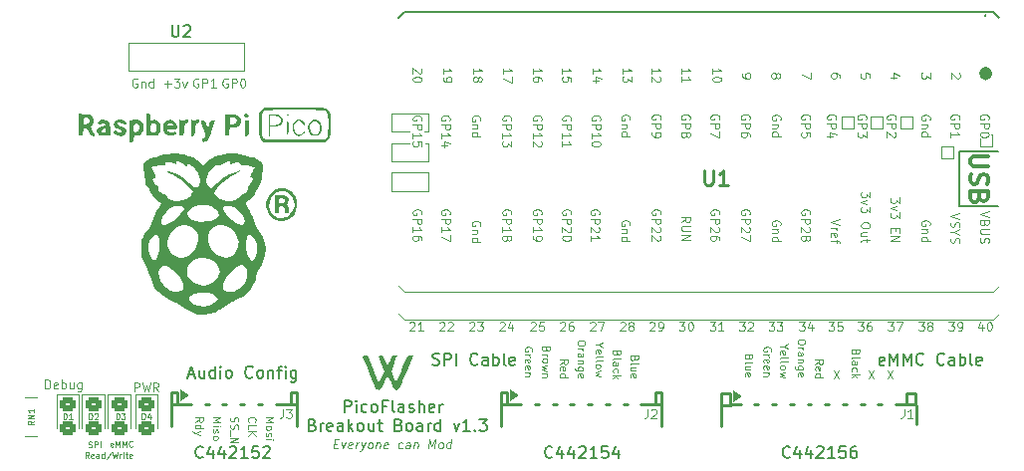
<source format=gto>
%TF.GenerationSoftware,KiCad,Pcbnew,(6.0.1)*%
%TF.CreationDate,2022-04-02T11:09:09-06:00*%
%TF.ProjectId,PicoFlasher_Breakout_Board_V1.3_SMD,5069636f-466c-4617-9368-65725f427265,rev?*%
%TF.SameCoordinates,Original*%
%TF.FileFunction,Legend,Top*%
%TF.FilePolarity,Positive*%
%FSLAX46Y46*%
G04 Gerber Fmt 4.6, Leading zero omitted, Abs format (unit mm)*
G04 Created by KiCad (PCBNEW (6.0.1)) date 2022-04-02 11:09:09*
%MOMM*%
%LPD*%
G01*
G04 APERTURE LIST*
G04 Aperture macros list*
%AMRoundRect*
0 Rectangle with rounded corners*
0 $1 Rounding radius*
0 $2 $3 $4 $5 $6 $7 $8 $9 X,Y pos of 4 corners*
0 Add a 4 corners polygon primitive as box body*
4,1,4,$2,$3,$4,$5,$6,$7,$8,$9,$2,$3,0*
0 Add four circle primitives for the rounded corners*
1,1,$1+$1,$2,$3*
1,1,$1+$1,$4,$5*
1,1,$1+$1,$6,$7*
1,1,$1+$1,$8,$9*
0 Add four rect primitives between the rounded corners*
20,1,$1+$1,$2,$3,$4,$5,0*
20,1,$1+$1,$4,$5,$6,$7,0*
20,1,$1+$1,$6,$7,$8,$9,0*
20,1,$1+$1,$8,$9,$2,$3,0*%
G04 Aperture macros list end*
%ADD10C,0.150000*%
%ADD11C,0.075000*%
%ADD12C,0.120000*%
%ADD13C,0.100000*%
%ADD14C,0.300000*%
%ADD15C,0.254000*%
%ADD16C,0.200000*%
%ADD17C,0.500000*%
%ADD18RoundRect,0.250000X-0.450000X0.325000X-0.450000X-0.325000X0.450000X-0.325000X0.450000X0.325000X0*%
%ADD19C,2.200000*%
%ADD20R,0.700000X2.500000*%
%ADD21R,1.100000X1.900000*%
%ADD22R,1.600000X3.200000*%
%ADD23R,0.800000X0.500000*%
%ADD24R,0.800000X0.400000*%
%ADD25O,1.600000X2.000000*%
%ADD26C,1.800000*%
G04 APERTURE END LIST*
D10*
X170150000Y-80850000D02*
X173462500Y-80850000D01*
D11*
X125045000Y-75480000D02*
X124740000Y-75480000D01*
D10*
X173000000Y-64300000D02*
X173500000Y-64800000D01*
D12*
X173500000Y-90000000D02*
X173000000Y-90500000D01*
D10*
X173462500Y-76150000D02*
X170150000Y-76150000D01*
D12*
X122500000Y-90000000D02*
X123000000Y-90500000D01*
X123000000Y-90500000D02*
X173000000Y-90500000D01*
D11*
X125022500Y-74450000D02*
X124717500Y-74450000D01*
D10*
X173000000Y-64300000D02*
X123000000Y-64300000D01*
D12*
X122975000Y-88150000D02*
X122475000Y-87650000D01*
X173000000Y-88100000D02*
X123725000Y-88150000D01*
X173500000Y-87600000D02*
X173000000Y-88100000D01*
D10*
X170150000Y-76150000D02*
X170150000Y-80850000D01*
D12*
X123725000Y-88150000D02*
X122975000Y-88150000D01*
D10*
X122500000Y-64800000D02*
X123000000Y-64300000D01*
X117900000Y-98347380D02*
X117900000Y-97347380D01*
X118280952Y-97347380D01*
X118376190Y-97395000D01*
X118423809Y-97442619D01*
X118471428Y-97537857D01*
X118471428Y-97680714D01*
X118423809Y-97775952D01*
X118376190Y-97823571D01*
X118280952Y-97871190D01*
X117900000Y-97871190D01*
X118900000Y-98347380D02*
X118900000Y-97680714D01*
X118900000Y-97347380D02*
X118852380Y-97395000D01*
X118900000Y-97442619D01*
X118947619Y-97395000D01*
X118900000Y-97347380D01*
X118900000Y-97442619D01*
X119804761Y-98299761D02*
X119709523Y-98347380D01*
X119519047Y-98347380D01*
X119423809Y-98299761D01*
X119376190Y-98252142D01*
X119328571Y-98156904D01*
X119328571Y-97871190D01*
X119376190Y-97775952D01*
X119423809Y-97728333D01*
X119519047Y-97680714D01*
X119709523Y-97680714D01*
X119804761Y-97728333D01*
X120376190Y-98347380D02*
X120280952Y-98299761D01*
X120233333Y-98252142D01*
X120185714Y-98156904D01*
X120185714Y-97871190D01*
X120233333Y-97775952D01*
X120280952Y-97728333D01*
X120376190Y-97680714D01*
X120519047Y-97680714D01*
X120614285Y-97728333D01*
X120661904Y-97775952D01*
X120709523Y-97871190D01*
X120709523Y-98156904D01*
X120661904Y-98252142D01*
X120614285Y-98299761D01*
X120519047Y-98347380D01*
X120376190Y-98347380D01*
X121471428Y-97823571D02*
X121138095Y-97823571D01*
X121138095Y-98347380D02*
X121138095Y-97347380D01*
X121614285Y-97347380D01*
X122138095Y-98347380D02*
X122042857Y-98299761D01*
X121995238Y-98204523D01*
X121995238Y-97347380D01*
X122947619Y-98347380D02*
X122947619Y-97823571D01*
X122900000Y-97728333D01*
X122804761Y-97680714D01*
X122614285Y-97680714D01*
X122519047Y-97728333D01*
X122947619Y-98299761D02*
X122852380Y-98347380D01*
X122614285Y-98347380D01*
X122519047Y-98299761D01*
X122471428Y-98204523D01*
X122471428Y-98109285D01*
X122519047Y-98014047D01*
X122614285Y-97966428D01*
X122852380Y-97966428D01*
X122947619Y-97918809D01*
X123376190Y-98299761D02*
X123471428Y-98347380D01*
X123661904Y-98347380D01*
X123757142Y-98299761D01*
X123804761Y-98204523D01*
X123804761Y-98156904D01*
X123757142Y-98061666D01*
X123661904Y-98014047D01*
X123519047Y-98014047D01*
X123423809Y-97966428D01*
X123376190Y-97871190D01*
X123376190Y-97823571D01*
X123423809Y-97728333D01*
X123519047Y-97680714D01*
X123661904Y-97680714D01*
X123757142Y-97728333D01*
X124233333Y-98347380D02*
X124233333Y-97347380D01*
X124661904Y-98347380D02*
X124661904Y-97823571D01*
X124614285Y-97728333D01*
X124519047Y-97680714D01*
X124376190Y-97680714D01*
X124280952Y-97728333D01*
X124233333Y-97775952D01*
X125519047Y-98299761D02*
X125423809Y-98347380D01*
X125233333Y-98347380D01*
X125138095Y-98299761D01*
X125090476Y-98204523D01*
X125090476Y-97823571D01*
X125138095Y-97728333D01*
X125233333Y-97680714D01*
X125423809Y-97680714D01*
X125519047Y-97728333D01*
X125566666Y-97823571D01*
X125566666Y-97918809D01*
X125090476Y-98014047D01*
X125995238Y-98347380D02*
X125995238Y-97680714D01*
X125995238Y-97871190D02*
X126042857Y-97775952D01*
X126090476Y-97728333D01*
X126185714Y-97680714D01*
X126280952Y-97680714D01*
X115185714Y-99433571D02*
X115328571Y-99481190D01*
X115376190Y-99528809D01*
X115423809Y-99624047D01*
X115423809Y-99766904D01*
X115376190Y-99862142D01*
X115328571Y-99909761D01*
X115233333Y-99957380D01*
X114852380Y-99957380D01*
X114852380Y-98957380D01*
X115185714Y-98957380D01*
X115280952Y-99005000D01*
X115328571Y-99052619D01*
X115376190Y-99147857D01*
X115376190Y-99243095D01*
X115328571Y-99338333D01*
X115280952Y-99385952D01*
X115185714Y-99433571D01*
X114852380Y-99433571D01*
X115852380Y-99957380D02*
X115852380Y-99290714D01*
X115852380Y-99481190D02*
X115900000Y-99385952D01*
X115947619Y-99338333D01*
X116042857Y-99290714D01*
X116138095Y-99290714D01*
X116852380Y-99909761D02*
X116757142Y-99957380D01*
X116566666Y-99957380D01*
X116471428Y-99909761D01*
X116423809Y-99814523D01*
X116423809Y-99433571D01*
X116471428Y-99338333D01*
X116566666Y-99290714D01*
X116757142Y-99290714D01*
X116852380Y-99338333D01*
X116900000Y-99433571D01*
X116900000Y-99528809D01*
X116423809Y-99624047D01*
X117757142Y-99957380D02*
X117757142Y-99433571D01*
X117709523Y-99338333D01*
X117614285Y-99290714D01*
X117423809Y-99290714D01*
X117328571Y-99338333D01*
X117757142Y-99909761D02*
X117661904Y-99957380D01*
X117423809Y-99957380D01*
X117328571Y-99909761D01*
X117280952Y-99814523D01*
X117280952Y-99719285D01*
X117328571Y-99624047D01*
X117423809Y-99576428D01*
X117661904Y-99576428D01*
X117757142Y-99528809D01*
X118233333Y-99957380D02*
X118233333Y-98957380D01*
X118328571Y-99576428D02*
X118614285Y-99957380D01*
X118614285Y-99290714D02*
X118233333Y-99671666D01*
X119185714Y-99957380D02*
X119090476Y-99909761D01*
X119042857Y-99862142D01*
X118995238Y-99766904D01*
X118995238Y-99481190D01*
X119042857Y-99385952D01*
X119090476Y-99338333D01*
X119185714Y-99290714D01*
X119328571Y-99290714D01*
X119423809Y-99338333D01*
X119471428Y-99385952D01*
X119519047Y-99481190D01*
X119519047Y-99766904D01*
X119471428Y-99862142D01*
X119423809Y-99909761D01*
X119328571Y-99957380D01*
X119185714Y-99957380D01*
X120376190Y-99290714D02*
X120376190Y-99957380D01*
X119947619Y-99290714D02*
X119947619Y-99814523D01*
X119995238Y-99909761D01*
X120090476Y-99957380D01*
X120233333Y-99957380D01*
X120328571Y-99909761D01*
X120376190Y-99862142D01*
X120709523Y-99290714D02*
X121090476Y-99290714D01*
X120852380Y-98957380D02*
X120852380Y-99814523D01*
X120900000Y-99909761D01*
X120995238Y-99957380D01*
X121090476Y-99957380D01*
X122519047Y-99433571D02*
X122661904Y-99481190D01*
X122709523Y-99528809D01*
X122757142Y-99624047D01*
X122757142Y-99766904D01*
X122709523Y-99862142D01*
X122661904Y-99909761D01*
X122566666Y-99957380D01*
X122185714Y-99957380D01*
X122185714Y-98957380D01*
X122519047Y-98957380D01*
X122614285Y-99005000D01*
X122661904Y-99052619D01*
X122709523Y-99147857D01*
X122709523Y-99243095D01*
X122661904Y-99338333D01*
X122614285Y-99385952D01*
X122519047Y-99433571D01*
X122185714Y-99433571D01*
X123328571Y-99957380D02*
X123233333Y-99909761D01*
X123185714Y-99862142D01*
X123138095Y-99766904D01*
X123138095Y-99481190D01*
X123185714Y-99385952D01*
X123233333Y-99338333D01*
X123328571Y-99290714D01*
X123471428Y-99290714D01*
X123566666Y-99338333D01*
X123614285Y-99385952D01*
X123661904Y-99481190D01*
X123661904Y-99766904D01*
X123614285Y-99862142D01*
X123566666Y-99909761D01*
X123471428Y-99957380D01*
X123328571Y-99957380D01*
X124519047Y-99957380D02*
X124519047Y-99433571D01*
X124471428Y-99338333D01*
X124376190Y-99290714D01*
X124185714Y-99290714D01*
X124090476Y-99338333D01*
X124519047Y-99909761D02*
X124423809Y-99957380D01*
X124185714Y-99957380D01*
X124090476Y-99909761D01*
X124042857Y-99814523D01*
X124042857Y-99719285D01*
X124090476Y-99624047D01*
X124185714Y-99576428D01*
X124423809Y-99576428D01*
X124519047Y-99528809D01*
X124995238Y-99957380D02*
X124995238Y-99290714D01*
X124995238Y-99481190D02*
X125042857Y-99385952D01*
X125090476Y-99338333D01*
X125185714Y-99290714D01*
X125280952Y-99290714D01*
X126042857Y-99957380D02*
X126042857Y-98957380D01*
X126042857Y-99909761D02*
X125947619Y-99957380D01*
X125757142Y-99957380D01*
X125661904Y-99909761D01*
X125614285Y-99862142D01*
X125566666Y-99766904D01*
X125566666Y-99481190D01*
X125614285Y-99385952D01*
X125661904Y-99338333D01*
X125757142Y-99290714D01*
X125947619Y-99290714D01*
X126042857Y-99338333D01*
X127185714Y-99290714D02*
X127423809Y-99957380D01*
X127661904Y-99290714D01*
X128566666Y-99957380D02*
X127995238Y-99957380D01*
X128280952Y-99957380D02*
X128280952Y-98957380D01*
X128185714Y-99100238D01*
X128090476Y-99195476D01*
X127995238Y-99243095D01*
X128995238Y-99862142D02*
X129042857Y-99909761D01*
X128995238Y-99957380D01*
X128947619Y-99909761D01*
X128995238Y-99862142D01*
X128995238Y-99957380D01*
X129376190Y-98957380D02*
X129995238Y-98957380D01*
X129661904Y-99338333D01*
X129804761Y-99338333D01*
X129900000Y-99385952D01*
X129947619Y-99433571D01*
X129995238Y-99528809D01*
X129995238Y-99766904D01*
X129947619Y-99862142D01*
X129900000Y-99909761D01*
X129804761Y-99957380D01*
X129519047Y-99957380D01*
X129423809Y-99909761D01*
X129376190Y-99862142D01*
X155752380Y-102157142D02*
X155704761Y-102204761D01*
X155561904Y-102252380D01*
X155466666Y-102252380D01*
X155323809Y-102204761D01*
X155228571Y-102109523D01*
X155180952Y-102014285D01*
X155133333Y-101823809D01*
X155133333Y-101680952D01*
X155180952Y-101490476D01*
X155228571Y-101395238D01*
X155323809Y-101300000D01*
X155466666Y-101252380D01*
X155561904Y-101252380D01*
X155704761Y-101300000D01*
X155752380Y-101347619D01*
X156609523Y-101585714D02*
X156609523Y-102252380D01*
X156371428Y-101204761D02*
X156133333Y-101919047D01*
X156752380Y-101919047D01*
X157561904Y-101585714D02*
X157561904Y-102252380D01*
X157323809Y-101204761D02*
X157085714Y-101919047D01*
X157704761Y-101919047D01*
X158038095Y-101347619D02*
X158085714Y-101300000D01*
X158180952Y-101252380D01*
X158419047Y-101252380D01*
X158514285Y-101300000D01*
X158561904Y-101347619D01*
X158609523Y-101442857D01*
X158609523Y-101538095D01*
X158561904Y-101680952D01*
X157990476Y-102252380D01*
X158609523Y-102252380D01*
X159561904Y-102252380D02*
X158990476Y-102252380D01*
X159276190Y-102252380D02*
X159276190Y-101252380D01*
X159180952Y-101395238D01*
X159085714Y-101490476D01*
X158990476Y-101538095D01*
X160466666Y-101252380D02*
X159990476Y-101252380D01*
X159942857Y-101728571D01*
X159990476Y-101680952D01*
X160085714Y-101633333D01*
X160323809Y-101633333D01*
X160419047Y-101680952D01*
X160466666Y-101728571D01*
X160514285Y-101823809D01*
X160514285Y-102061904D01*
X160466666Y-102157142D01*
X160419047Y-102204761D01*
X160323809Y-102252380D01*
X160085714Y-102252380D01*
X159990476Y-102204761D01*
X159942857Y-102157142D01*
X161371428Y-101252380D02*
X161180952Y-101252380D01*
X161085714Y-101300000D01*
X161038095Y-101347619D01*
X160942857Y-101490476D01*
X160895238Y-101680952D01*
X160895238Y-102061904D01*
X160942857Y-102157142D01*
X160990476Y-102204761D01*
X161085714Y-102252380D01*
X161276190Y-102252380D01*
X161371428Y-102204761D01*
X161419047Y-102157142D01*
X161466666Y-102061904D01*
X161466666Y-101823809D01*
X161419047Y-101728571D01*
X161371428Y-101680952D01*
X161276190Y-101633333D01*
X161085714Y-101633333D01*
X160990476Y-101680952D01*
X160942857Y-101728571D01*
X160895238Y-101823809D01*
D13*
X167660714Y-69500000D02*
X167660714Y-69964285D01*
X167375000Y-69714285D01*
X167375000Y-69821428D01*
X167339285Y-69892857D01*
X167303571Y-69928571D01*
X167232142Y-69964285D01*
X167053571Y-69964285D01*
X166982142Y-69928571D01*
X166946428Y-69892857D01*
X166910714Y-69821428D01*
X166910714Y-69607142D01*
X166946428Y-69535714D01*
X166982142Y-69500000D01*
X142546428Y-93770714D02*
X142515476Y-93863571D01*
X142484523Y-93894523D01*
X142422619Y-93925476D01*
X142329761Y-93925476D01*
X142267857Y-93894523D01*
X142236904Y-93863571D01*
X142205952Y-93801666D01*
X142205952Y-93554047D01*
X142855952Y-93554047D01*
X142855952Y-93770714D01*
X142825000Y-93832619D01*
X142794047Y-93863571D01*
X142732142Y-93894523D01*
X142670238Y-93894523D01*
X142608333Y-93863571D01*
X142577380Y-93832619D01*
X142546428Y-93770714D01*
X142546428Y-93554047D01*
X142205952Y-94296904D02*
X142236904Y-94235000D01*
X142298809Y-94204047D01*
X142855952Y-94204047D01*
X142639285Y-94823095D02*
X142205952Y-94823095D01*
X142639285Y-94544523D02*
X142298809Y-94544523D01*
X142236904Y-94575476D01*
X142205952Y-94637380D01*
X142205952Y-94730238D01*
X142236904Y-94792142D01*
X142267857Y-94823095D01*
X142236904Y-95380238D02*
X142205952Y-95318333D01*
X142205952Y-95194523D01*
X142236904Y-95132619D01*
X142298809Y-95101666D01*
X142546428Y-95101666D01*
X142608333Y-95132619D01*
X142639285Y-95194523D01*
X142639285Y-95318333D01*
X142608333Y-95380238D01*
X142546428Y-95411190D01*
X142484523Y-95411190D01*
X142422619Y-95101666D01*
X159960714Y-81932142D02*
X159210714Y-82182142D01*
X159960714Y-82432142D01*
X159210714Y-82682142D02*
X159710714Y-82682142D01*
X159567857Y-82682142D02*
X159639285Y-82717857D01*
X159675000Y-82753571D01*
X159710714Y-82825000D01*
X159710714Y-82896428D01*
X159246428Y-83432142D02*
X159210714Y-83360714D01*
X159210714Y-83217857D01*
X159246428Y-83146428D01*
X159317857Y-83110714D01*
X159603571Y-83110714D01*
X159675000Y-83146428D01*
X159710714Y-83217857D01*
X159710714Y-83360714D01*
X159675000Y-83432142D01*
X159603571Y-83467857D01*
X159532142Y-83467857D01*
X159460714Y-83110714D01*
X159710714Y-83682142D02*
X159710714Y-83967857D01*
X159210714Y-83789285D02*
X159853571Y-83789285D01*
X159925000Y-83825000D01*
X159960714Y-83896428D01*
X159960714Y-83967857D01*
X157905952Y-94265952D02*
X158215476Y-94049285D01*
X157905952Y-93894523D02*
X158555952Y-93894523D01*
X158555952Y-94142142D01*
X158525000Y-94204047D01*
X158494047Y-94235000D01*
X158432142Y-94265952D01*
X158339285Y-94265952D01*
X158277380Y-94235000D01*
X158246428Y-94204047D01*
X158215476Y-94142142D01*
X158215476Y-93894523D01*
X157936904Y-94792142D02*
X157905952Y-94730238D01*
X157905952Y-94606428D01*
X157936904Y-94544523D01*
X157998809Y-94513571D01*
X158246428Y-94513571D01*
X158308333Y-94544523D01*
X158339285Y-94606428D01*
X158339285Y-94730238D01*
X158308333Y-94792142D01*
X158246428Y-94823095D01*
X158184523Y-94823095D01*
X158122619Y-94513571D01*
X157905952Y-95380238D02*
X158555952Y-95380238D01*
X157936904Y-95380238D02*
X157905952Y-95318333D01*
X157905952Y-95194523D01*
X157936904Y-95132619D01*
X157967857Y-95101666D01*
X158029761Y-95070714D01*
X158215476Y-95070714D01*
X158277380Y-95101666D01*
X158308333Y-95132619D01*
X158339285Y-95194523D01*
X158339285Y-95318333D01*
X158308333Y-95380238D01*
X164725000Y-73464285D02*
X164760714Y-73392857D01*
X164760714Y-73285714D01*
X164725000Y-73178571D01*
X164653571Y-73107142D01*
X164582142Y-73071428D01*
X164439285Y-73035714D01*
X164332142Y-73035714D01*
X164189285Y-73071428D01*
X164117857Y-73107142D01*
X164046428Y-73178571D01*
X164010714Y-73285714D01*
X164010714Y-73357142D01*
X164046428Y-73464285D01*
X164082142Y-73500000D01*
X164332142Y-73500000D01*
X164332142Y-73357142D01*
X164010714Y-73821428D02*
X164760714Y-73821428D01*
X164760714Y-74107142D01*
X164725000Y-74178571D01*
X164689285Y-74214285D01*
X164617857Y-74250000D01*
X164510714Y-74250000D01*
X164439285Y-74214285D01*
X164403571Y-74178571D01*
X164367857Y-74107142D01*
X164367857Y-73821428D01*
X164689285Y-74535714D02*
X164725000Y-74571428D01*
X164760714Y-74642857D01*
X164760714Y-74821428D01*
X164725000Y-74892857D01*
X164689285Y-74928571D01*
X164617857Y-74964285D01*
X164546428Y-74964285D01*
X164439285Y-74928571D01*
X164010714Y-74500000D01*
X164010714Y-74964285D01*
X155215476Y-92749285D02*
X154905952Y-92749285D01*
X155555952Y-92532619D02*
X155215476Y-92749285D01*
X155555952Y-92965952D01*
X154936904Y-93430238D02*
X154905952Y-93368333D01*
X154905952Y-93244523D01*
X154936904Y-93182619D01*
X154998809Y-93151666D01*
X155246428Y-93151666D01*
X155308333Y-93182619D01*
X155339285Y-93244523D01*
X155339285Y-93368333D01*
X155308333Y-93430238D01*
X155246428Y-93461190D01*
X155184523Y-93461190D01*
X155122619Y-93151666D01*
X154905952Y-93832619D02*
X154936904Y-93770714D01*
X154998809Y-93739761D01*
X155555952Y-93739761D01*
X154905952Y-94173095D02*
X154936904Y-94111190D01*
X154998809Y-94080238D01*
X155555952Y-94080238D01*
X154905952Y-94513571D02*
X154936904Y-94451666D01*
X154967857Y-94420714D01*
X155029761Y-94389761D01*
X155215476Y-94389761D01*
X155277380Y-94420714D01*
X155308333Y-94451666D01*
X155339285Y-94513571D01*
X155339285Y-94606428D01*
X155308333Y-94668333D01*
X155277380Y-94699285D01*
X155215476Y-94730238D01*
X155029761Y-94730238D01*
X154967857Y-94699285D01*
X154936904Y-94668333D01*
X154905952Y-94606428D01*
X154905952Y-94513571D01*
X155339285Y-94946904D02*
X154905952Y-95070714D01*
X155215476Y-95194523D01*
X154905952Y-95318333D01*
X155339285Y-95442142D01*
X162457857Y-94844047D02*
X162891190Y-95494047D01*
X162891190Y-94844047D02*
X162457857Y-95494047D01*
X133825000Y-93175476D02*
X133855952Y-93113571D01*
X133855952Y-93020714D01*
X133825000Y-92927857D01*
X133763095Y-92865952D01*
X133701190Y-92835000D01*
X133577380Y-92804047D01*
X133484523Y-92804047D01*
X133360714Y-92835000D01*
X133298809Y-92865952D01*
X133236904Y-92927857D01*
X133205952Y-93020714D01*
X133205952Y-93082619D01*
X133236904Y-93175476D01*
X133267857Y-93206428D01*
X133484523Y-93206428D01*
X133484523Y-93082619D01*
X133205952Y-93485000D02*
X133639285Y-93485000D01*
X133515476Y-93485000D02*
X133577380Y-93515952D01*
X133608333Y-93546904D01*
X133639285Y-93608809D01*
X133639285Y-93670714D01*
X133236904Y-94135000D02*
X133205952Y-94073095D01*
X133205952Y-93949285D01*
X133236904Y-93887380D01*
X133298809Y-93856428D01*
X133546428Y-93856428D01*
X133608333Y-93887380D01*
X133639285Y-93949285D01*
X133639285Y-94073095D01*
X133608333Y-94135000D01*
X133546428Y-94165952D01*
X133484523Y-94165952D01*
X133422619Y-93856428D01*
X133236904Y-94692142D02*
X133205952Y-94630238D01*
X133205952Y-94506428D01*
X133236904Y-94444523D01*
X133298809Y-94413571D01*
X133546428Y-94413571D01*
X133608333Y-94444523D01*
X133639285Y-94506428D01*
X133639285Y-94630238D01*
X133608333Y-94692142D01*
X133546428Y-94723095D01*
X133484523Y-94723095D01*
X133422619Y-94413571D01*
X133639285Y-95001666D02*
X133205952Y-95001666D01*
X133577380Y-95001666D02*
X133608333Y-95032619D01*
X133639285Y-95094523D01*
X133639285Y-95187380D01*
X133608333Y-95249285D01*
X133546428Y-95280238D01*
X133205952Y-95280238D01*
X136228571Y-90760714D02*
X136264285Y-90725000D01*
X136335714Y-90689285D01*
X136514285Y-90689285D01*
X136585714Y-90725000D01*
X136621428Y-90760714D01*
X136657142Y-90832142D01*
X136657142Y-90903571D01*
X136621428Y-91010714D01*
X136192857Y-91439285D01*
X136657142Y-91439285D01*
X137300000Y-90689285D02*
X137157142Y-90689285D01*
X137085714Y-90725000D01*
X137050000Y-90760714D01*
X136978571Y-90867857D01*
X136942857Y-91010714D01*
X136942857Y-91296428D01*
X136978571Y-91367857D01*
X137014285Y-91403571D01*
X137085714Y-91439285D01*
X137228571Y-91439285D01*
X137300000Y-91403571D01*
X137335714Y-91367857D01*
X137371428Y-91296428D01*
X137371428Y-91117857D01*
X137335714Y-91046428D01*
X137300000Y-91010714D01*
X137228571Y-90975000D01*
X137085714Y-90975000D01*
X137014285Y-91010714D01*
X136978571Y-91046428D01*
X136942857Y-91117857D01*
X154589285Y-69678571D02*
X154625000Y-69607142D01*
X154660714Y-69571428D01*
X154732142Y-69535714D01*
X154767857Y-69535714D01*
X154839285Y-69571428D01*
X154875000Y-69607142D01*
X154910714Y-69678571D01*
X154910714Y-69821428D01*
X154875000Y-69892857D01*
X154839285Y-69928571D01*
X154767857Y-69964285D01*
X154732142Y-69964285D01*
X154660714Y-69928571D01*
X154625000Y-69892857D01*
X154589285Y-69821428D01*
X154589285Y-69678571D01*
X154553571Y-69607142D01*
X154517857Y-69571428D01*
X154446428Y-69535714D01*
X154303571Y-69535714D01*
X154232142Y-69571428D01*
X154196428Y-69607142D01*
X154160714Y-69678571D01*
X154160714Y-69821428D01*
X154196428Y-69892857D01*
X154232142Y-69928571D01*
X154303571Y-69964285D01*
X154446428Y-69964285D01*
X154517857Y-69928571D01*
X154553571Y-69892857D01*
X154589285Y-69821428D01*
X172135714Y-90939285D02*
X172135714Y-91439285D01*
X171957142Y-90653571D02*
X171778571Y-91189285D01*
X172242857Y-91189285D01*
X172671428Y-90689285D02*
X172742857Y-90689285D01*
X172814285Y-90725000D01*
X172850000Y-90760714D01*
X172885714Y-90832142D01*
X172921428Y-90975000D01*
X172921428Y-91153571D01*
X172885714Y-91296428D01*
X172850000Y-91367857D01*
X172814285Y-91403571D01*
X172742857Y-91439285D01*
X172671428Y-91439285D01*
X172600000Y-91403571D01*
X172564285Y-91367857D01*
X172528571Y-91296428D01*
X172492857Y-91153571D01*
X172492857Y-90975000D01*
X172528571Y-90832142D01*
X172564285Y-90760714D01*
X172600000Y-90725000D01*
X172671428Y-90689285D01*
X159042857Y-90689285D02*
X159507142Y-90689285D01*
X159257142Y-90975000D01*
X159364285Y-90975000D01*
X159435714Y-91010714D01*
X159471428Y-91046428D01*
X159507142Y-91117857D01*
X159507142Y-91296428D01*
X159471428Y-91367857D01*
X159435714Y-91403571D01*
X159364285Y-91439285D01*
X159150000Y-91439285D01*
X159078571Y-91403571D01*
X159042857Y-91367857D01*
X160185714Y-90689285D02*
X159828571Y-90689285D01*
X159792857Y-91046428D01*
X159828571Y-91010714D01*
X159900000Y-90975000D01*
X160078571Y-90975000D01*
X160150000Y-91010714D01*
X160185714Y-91046428D01*
X160221428Y-91117857D01*
X160221428Y-91296428D01*
X160185714Y-91367857D01*
X160150000Y-91403571D01*
X160078571Y-91439285D01*
X159900000Y-91439285D01*
X159828571Y-91403571D01*
X159792857Y-91367857D01*
D11*
X96159523Y-102251190D02*
X95992857Y-102013095D01*
X95873809Y-102251190D02*
X95873809Y-101751190D01*
X96064285Y-101751190D01*
X96111904Y-101775000D01*
X96135714Y-101798809D01*
X96159523Y-101846428D01*
X96159523Y-101917857D01*
X96135714Y-101965476D01*
X96111904Y-101989285D01*
X96064285Y-102013095D01*
X95873809Y-102013095D01*
X96564285Y-102227380D02*
X96516666Y-102251190D01*
X96421428Y-102251190D01*
X96373809Y-102227380D01*
X96350000Y-102179761D01*
X96350000Y-101989285D01*
X96373809Y-101941666D01*
X96421428Y-101917857D01*
X96516666Y-101917857D01*
X96564285Y-101941666D01*
X96588095Y-101989285D01*
X96588095Y-102036904D01*
X96350000Y-102084523D01*
X97016666Y-102251190D02*
X97016666Y-101989285D01*
X96992857Y-101941666D01*
X96945238Y-101917857D01*
X96850000Y-101917857D01*
X96802380Y-101941666D01*
X97016666Y-102227380D02*
X96969047Y-102251190D01*
X96850000Y-102251190D01*
X96802380Y-102227380D01*
X96778571Y-102179761D01*
X96778571Y-102132142D01*
X96802380Y-102084523D01*
X96850000Y-102060714D01*
X96969047Y-102060714D01*
X97016666Y-102036904D01*
X97469047Y-102251190D02*
X97469047Y-101751190D01*
X97469047Y-102227380D02*
X97421428Y-102251190D01*
X97326190Y-102251190D01*
X97278571Y-102227380D01*
X97254761Y-102203571D01*
X97230952Y-102155952D01*
X97230952Y-102013095D01*
X97254761Y-101965476D01*
X97278571Y-101941666D01*
X97326190Y-101917857D01*
X97421428Y-101917857D01*
X97469047Y-101941666D01*
X98064285Y-101727380D02*
X97635714Y-102370238D01*
X98183333Y-101751190D02*
X98302380Y-102251190D01*
X98397619Y-101894047D01*
X98492857Y-102251190D01*
X98611904Y-101751190D01*
X98802380Y-102251190D02*
X98802380Y-101917857D01*
X98802380Y-102013095D02*
X98826190Y-101965476D01*
X98850000Y-101941666D01*
X98897619Y-101917857D01*
X98945238Y-101917857D01*
X99111904Y-102251190D02*
X99111904Y-101917857D01*
X99111904Y-101751190D02*
X99088095Y-101775000D01*
X99111904Y-101798809D01*
X99135714Y-101775000D01*
X99111904Y-101751190D01*
X99111904Y-101798809D01*
X99278571Y-101917857D02*
X99469047Y-101917857D01*
X99350000Y-101751190D02*
X99350000Y-102179761D01*
X99373809Y-102227380D01*
X99421428Y-102251190D01*
X99469047Y-102251190D01*
X99826190Y-102227380D02*
X99778571Y-102251190D01*
X99683333Y-102251190D01*
X99635714Y-102227380D01*
X99611904Y-102179761D01*
X99611904Y-101989285D01*
X99635714Y-101941666D01*
X99683333Y-101917857D01*
X99778571Y-101917857D01*
X99826190Y-101941666D01*
X99850000Y-101989285D01*
X99850000Y-102036904D01*
X99611904Y-102084523D01*
D13*
X167625000Y-73517857D02*
X167660714Y-73446428D01*
X167660714Y-73339285D01*
X167625000Y-73232142D01*
X167553571Y-73160714D01*
X167482142Y-73125000D01*
X167339285Y-73089285D01*
X167232142Y-73089285D01*
X167089285Y-73125000D01*
X167017857Y-73160714D01*
X166946428Y-73232142D01*
X166910714Y-73339285D01*
X166910714Y-73410714D01*
X166946428Y-73517857D01*
X166982142Y-73553571D01*
X167232142Y-73553571D01*
X167232142Y-73410714D01*
X167410714Y-73875000D02*
X166910714Y-73875000D01*
X167339285Y-73875000D02*
X167375000Y-73910714D01*
X167410714Y-73982142D01*
X167410714Y-74089285D01*
X167375000Y-74160714D01*
X167303571Y-74196428D01*
X166910714Y-74196428D01*
X166910714Y-74875000D02*
X167660714Y-74875000D01*
X166946428Y-74875000D02*
X166910714Y-74803571D01*
X166910714Y-74660714D01*
X166946428Y-74589285D01*
X166982142Y-74553571D01*
X167053571Y-74517857D01*
X167267857Y-74517857D01*
X167339285Y-74553571D01*
X167375000Y-74589285D01*
X167410714Y-74660714D01*
X167410714Y-74803571D01*
X167375000Y-74875000D01*
X149160714Y-69557142D02*
X149160714Y-69128571D01*
X149160714Y-69342857D02*
X149910714Y-69342857D01*
X149803571Y-69271428D01*
X149732142Y-69200000D01*
X149696428Y-69128571D01*
X149910714Y-70021428D02*
X149910714Y-70092857D01*
X149875000Y-70164285D01*
X149839285Y-70200000D01*
X149767857Y-70235714D01*
X149625000Y-70271428D01*
X149446428Y-70271428D01*
X149303571Y-70235714D01*
X149232142Y-70200000D01*
X149196428Y-70164285D01*
X149160714Y-70092857D01*
X149160714Y-70021428D01*
X149196428Y-69950000D01*
X149232142Y-69914285D01*
X149303571Y-69878571D01*
X149446428Y-69842857D01*
X149625000Y-69842857D01*
X149767857Y-69878571D01*
X149839285Y-69914285D01*
X149875000Y-69950000D01*
X149910714Y-70021428D01*
D10*
X163771428Y-94304761D02*
X163676190Y-94352380D01*
X163485714Y-94352380D01*
X163390476Y-94304761D01*
X163342857Y-94209523D01*
X163342857Y-93828571D01*
X163390476Y-93733333D01*
X163485714Y-93685714D01*
X163676190Y-93685714D01*
X163771428Y-93733333D01*
X163819047Y-93828571D01*
X163819047Y-93923809D01*
X163342857Y-94019047D01*
X164247619Y-94352380D02*
X164247619Y-93352380D01*
X164580952Y-94066666D01*
X164914285Y-93352380D01*
X164914285Y-94352380D01*
X165390476Y-94352380D02*
X165390476Y-93352380D01*
X165723809Y-94066666D01*
X166057142Y-93352380D01*
X166057142Y-94352380D01*
X167104761Y-94257142D02*
X167057142Y-94304761D01*
X166914285Y-94352380D01*
X166819047Y-94352380D01*
X166676190Y-94304761D01*
X166580952Y-94209523D01*
X166533333Y-94114285D01*
X166485714Y-93923809D01*
X166485714Y-93780952D01*
X166533333Y-93590476D01*
X166580952Y-93495238D01*
X166676190Y-93400000D01*
X166819047Y-93352380D01*
X166914285Y-93352380D01*
X167057142Y-93400000D01*
X167104761Y-93447619D01*
X168866666Y-94257142D02*
X168819047Y-94304761D01*
X168676190Y-94352380D01*
X168580952Y-94352380D01*
X168438095Y-94304761D01*
X168342857Y-94209523D01*
X168295238Y-94114285D01*
X168247619Y-93923809D01*
X168247619Y-93780952D01*
X168295238Y-93590476D01*
X168342857Y-93495238D01*
X168438095Y-93400000D01*
X168580952Y-93352380D01*
X168676190Y-93352380D01*
X168819047Y-93400000D01*
X168866666Y-93447619D01*
X169723809Y-94352380D02*
X169723809Y-93828571D01*
X169676190Y-93733333D01*
X169580952Y-93685714D01*
X169390476Y-93685714D01*
X169295238Y-93733333D01*
X169723809Y-94304761D02*
X169628571Y-94352380D01*
X169390476Y-94352380D01*
X169295238Y-94304761D01*
X169247619Y-94209523D01*
X169247619Y-94114285D01*
X169295238Y-94019047D01*
X169390476Y-93971428D01*
X169628571Y-93971428D01*
X169723809Y-93923809D01*
X170200000Y-94352380D02*
X170200000Y-93352380D01*
X170200000Y-93733333D02*
X170295238Y-93685714D01*
X170485714Y-93685714D01*
X170580952Y-93733333D01*
X170628571Y-93780952D01*
X170676190Y-93876190D01*
X170676190Y-94161904D01*
X170628571Y-94257142D01*
X170580952Y-94304761D01*
X170485714Y-94352380D01*
X170295238Y-94352380D01*
X170200000Y-94304761D01*
X171247619Y-94352380D02*
X171152380Y-94304761D01*
X171104761Y-94209523D01*
X171104761Y-93352380D01*
X172009523Y-94304761D02*
X171914285Y-94352380D01*
X171723809Y-94352380D01*
X171628571Y-94304761D01*
X171580952Y-94209523D01*
X171580952Y-93828571D01*
X171628571Y-93733333D01*
X171723809Y-93685714D01*
X171914285Y-93685714D01*
X172009523Y-93733333D01*
X172057142Y-93828571D01*
X172057142Y-93923809D01*
X171580952Y-94019047D01*
D13*
X105205952Y-99191190D02*
X105515476Y-98974523D01*
X105205952Y-98819761D02*
X105855952Y-98819761D01*
X105855952Y-99067380D01*
X105825000Y-99129285D01*
X105794047Y-99160238D01*
X105732142Y-99191190D01*
X105639285Y-99191190D01*
X105577380Y-99160238D01*
X105546428Y-99129285D01*
X105515476Y-99067380D01*
X105515476Y-98819761D01*
X105205952Y-99748333D02*
X105855952Y-99748333D01*
X105236904Y-99748333D02*
X105205952Y-99686428D01*
X105205952Y-99562619D01*
X105236904Y-99500714D01*
X105267857Y-99469761D01*
X105329761Y-99438809D01*
X105515476Y-99438809D01*
X105577380Y-99469761D01*
X105608333Y-99500714D01*
X105639285Y-99562619D01*
X105639285Y-99686428D01*
X105608333Y-99748333D01*
X105639285Y-99995952D02*
X105205952Y-100150714D01*
X105639285Y-100305476D02*
X105205952Y-100150714D01*
X105051190Y-100088809D01*
X105020238Y-100057857D01*
X104989285Y-99995952D01*
X131360714Y-69557142D02*
X131360714Y-69128571D01*
X131360714Y-69342857D02*
X132110714Y-69342857D01*
X132003571Y-69271428D01*
X131932142Y-69200000D01*
X131896428Y-69128571D01*
X132110714Y-69807142D02*
X132110714Y-70307142D01*
X131360714Y-69985714D01*
X125978571Y-90760714D02*
X126014285Y-90725000D01*
X126085714Y-90689285D01*
X126264285Y-90689285D01*
X126335714Y-90725000D01*
X126371428Y-90760714D01*
X126407142Y-90832142D01*
X126407142Y-90903571D01*
X126371428Y-91010714D01*
X125942857Y-91439285D01*
X126407142Y-91439285D01*
X126692857Y-90760714D02*
X126728571Y-90725000D01*
X126800000Y-90689285D01*
X126978571Y-90689285D01*
X127050000Y-90725000D01*
X127085714Y-90760714D01*
X127121428Y-90832142D01*
X127121428Y-90903571D01*
X127085714Y-91010714D01*
X126657142Y-91439285D01*
X127121428Y-91439285D01*
X106705952Y-98819761D02*
X107355952Y-98819761D01*
X106891666Y-99036428D01*
X107355952Y-99253095D01*
X106705952Y-99253095D01*
X106705952Y-99562619D02*
X107139285Y-99562619D01*
X107355952Y-99562619D02*
X107325000Y-99531666D01*
X107294047Y-99562619D01*
X107325000Y-99593571D01*
X107355952Y-99562619D01*
X107294047Y-99562619D01*
X106736904Y-99841190D02*
X106705952Y-99903095D01*
X106705952Y-100026904D01*
X106736904Y-100088809D01*
X106798809Y-100119761D01*
X106829761Y-100119761D01*
X106891666Y-100088809D01*
X106922619Y-100026904D01*
X106922619Y-99934047D01*
X106953571Y-99872142D01*
X107015476Y-99841190D01*
X107046428Y-99841190D01*
X107108333Y-99872142D01*
X107139285Y-99934047D01*
X107139285Y-100026904D01*
X107108333Y-100088809D01*
X106705952Y-100491190D02*
X106736904Y-100429285D01*
X106767857Y-100398333D01*
X106829761Y-100367380D01*
X107015476Y-100367380D01*
X107077380Y-100398333D01*
X107108333Y-100429285D01*
X107139285Y-100491190D01*
X107139285Y-100584047D01*
X107108333Y-100645952D01*
X107077380Y-100676904D01*
X107015476Y-100707857D01*
X106829761Y-100707857D01*
X106767857Y-100676904D01*
X106736904Y-100645952D01*
X106705952Y-100584047D01*
X106705952Y-100491190D01*
X137125000Y-81557142D02*
X137160714Y-81485714D01*
X137160714Y-81378571D01*
X137125000Y-81271428D01*
X137053571Y-81200000D01*
X136982142Y-81164285D01*
X136839285Y-81128571D01*
X136732142Y-81128571D01*
X136589285Y-81164285D01*
X136517857Y-81200000D01*
X136446428Y-81271428D01*
X136410714Y-81378571D01*
X136410714Y-81450000D01*
X136446428Y-81557142D01*
X136482142Y-81592857D01*
X136732142Y-81592857D01*
X136732142Y-81450000D01*
X136410714Y-81914285D02*
X137160714Y-81914285D01*
X137160714Y-82200000D01*
X137125000Y-82271428D01*
X137089285Y-82307142D01*
X137017857Y-82342857D01*
X136910714Y-82342857D01*
X136839285Y-82307142D01*
X136803571Y-82271428D01*
X136767857Y-82200000D01*
X136767857Y-81914285D01*
X137089285Y-82628571D02*
X137125000Y-82664285D01*
X137160714Y-82735714D01*
X137160714Y-82914285D01*
X137125000Y-82985714D01*
X137089285Y-83021428D01*
X137017857Y-83057142D01*
X136946428Y-83057142D01*
X136839285Y-83021428D01*
X136410714Y-82592857D01*
X136410714Y-83057142D01*
X137160714Y-83521428D02*
X137160714Y-83592857D01*
X137125000Y-83664285D01*
X137089285Y-83700000D01*
X137017857Y-83735714D01*
X136875000Y-83771428D01*
X136696428Y-83771428D01*
X136553571Y-83735714D01*
X136482142Y-83700000D01*
X136446428Y-83664285D01*
X136410714Y-83592857D01*
X136410714Y-83521428D01*
X136446428Y-83450000D01*
X136482142Y-83414285D01*
X136553571Y-83378571D01*
X136696428Y-83342857D01*
X136875000Y-83342857D01*
X137017857Y-83378571D01*
X137089285Y-83414285D01*
X137125000Y-83450000D01*
X137160714Y-83521428D01*
X128810714Y-69557142D02*
X128810714Y-69128571D01*
X128810714Y-69342857D02*
X129560714Y-69342857D01*
X129453571Y-69271428D01*
X129382142Y-69200000D01*
X129346428Y-69128571D01*
X129239285Y-69985714D02*
X129275000Y-69914285D01*
X129310714Y-69878571D01*
X129382142Y-69842857D01*
X129417857Y-69842857D01*
X129489285Y-69878571D01*
X129525000Y-69914285D01*
X129560714Y-69985714D01*
X129560714Y-70128571D01*
X129525000Y-70200000D01*
X129489285Y-70235714D01*
X129417857Y-70271428D01*
X129382142Y-70271428D01*
X129310714Y-70235714D01*
X129275000Y-70200000D01*
X129239285Y-70128571D01*
X129239285Y-69985714D01*
X129203571Y-69914285D01*
X129167857Y-69878571D01*
X129096428Y-69842857D01*
X128953571Y-69842857D01*
X128882142Y-69878571D01*
X128846428Y-69914285D01*
X128810714Y-69985714D01*
X128810714Y-70128571D01*
X128846428Y-70200000D01*
X128882142Y-70235714D01*
X128953571Y-70271428D01*
X129096428Y-70271428D01*
X129167857Y-70235714D01*
X129203571Y-70200000D01*
X129239285Y-70128571D01*
X111205952Y-98819761D02*
X111855952Y-98819761D01*
X111391666Y-99036428D01*
X111855952Y-99253095D01*
X111205952Y-99253095D01*
X111205952Y-99655476D02*
X111236904Y-99593571D01*
X111267857Y-99562619D01*
X111329761Y-99531666D01*
X111515476Y-99531666D01*
X111577380Y-99562619D01*
X111608333Y-99593571D01*
X111639285Y-99655476D01*
X111639285Y-99748333D01*
X111608333Y-99810238D01*
X111577380Y-99841190D01*
X111515476Y-99872142D01*
X111329761Y-99872142D01*
X111267857Y-99841190D01*
X111236904Y-99810238D01*
X111205952Y-99748333D01*
X111205952Y-99655476D01*
X111236904Y-100119761D02*
X111205952Y-100181666D01*
X111205952Y-100305476D01*
X111236904Y-100367380D01*
X111298809Y-100398333D01*
X111329761Y-100398333D01*
X111391666Y-100367380D01*
X111422619Y-100305476D01*
X111422619Y-100212619D01*
X111453571Y-100150714D01*
X111515476Y-100119761D01*
X111546428Y-100119761D01*
X111608333Y-100150714D01*
X111639285Y-100212619D01*
X111639285Y-100305476D01*
X111608333Y-100367380D01*
X111205952Y-100676904D02*
X111639285Y-100676904D01*
X111855952Y-100676904D02*
X111825000Y-100645952D01*
X111794047Y-100676904D01*
X111825000Y-100707857D01*
X111855952Y-100676904D01*
X111794047Y-100676904D01*
X142125000Y-73517857D02*
X142160714Y-73446428D01*
X142160714Y-73339285D01*
X142125000Y-73232142D01*
X142053571Y-73160714D01*
X141982142Y-73125000D01*
X141839285Y-73089285D01*
X141732142Y-73089285D01*
X141589285Y-73125000D01*
X141517857Y-73160714D01*
X141446428Y-73232142D01*
X141410714Y-73339285D01*
X141410714Y-73410714D01*
X141446428Y-73517857D01*
X141482142Y-73553571D01*
X141732142Y-73553571D01*
X141732142Y-73410714D01*
X141910714Y-73875000D02*
X141410714Y-73875000D01*
X141839285Y-73875000D02*
X141875000Y-73910714D01*
X141910714Y-73982142D01*
X141910714Y-74089285D01*
X141875000Y-74160714D01*
X141803571Y-74196428D01*
X141410714Y-74196428D01*
X141410714Y-74875000D02*
X142160714Y-74875000D01*
X141446428Y-74875000D02*
X141410714Y-74803571D01*
X141410714Y-74660714D01*
X141446428Y-74589285D01*
X141482142Y-74553571D01*
X141553571Y-74517857D01*
X141767857Y-74517857D01*
X141839285Y-74553571D01*
X141875000Y-74589285D01*
X141910714Y-74660714D01*
X141910714Y-74803571D01*
X141875000Y-74875000D01*
X146342857Y-90689285D02*
X146807142Y-90689285D01*
X146557142Y-90975000D01*
X146664285Y-90975000D01*
X146735714Y-91010714D01*
X146771428Y-91046428D01*
X146807142Y-91117857D01*
X146807142Y-91296428D01*
X146771428Y-91367857D01*
X146735714Y-91403571D01*
X146664285Y-91439285D01*
X146450000Y-91439285D01*
X146378571Y-91403571D01*
X146342857Y-91367857D01*
X147271428Y-90689285D02*
X147342857Y-90689285D01*
X147414285Y-90725000D01*
X147450000Y-90760714D01*
X147485714Y-90832142D01*
X147521428Y-90975000D01*
X147521428Y-91153571D01*
X147485714Y-91296428D01*
X147450000Y-91367857D01*
X147414285Y-91403571D01*
X147342857Y-91439285D01*
X147271428Y-91439285D01*
X147200000Y-91403571D01*
X147164285Y-91367857D01*
X147128571Y-91296428D01*
X147092857Y-91153571D01*
X147092857Y-90975000D01*
X147128571Y-90832142D01*
X147164285Y-90760714D01*
X147200000Y-90725000D01*
X147271428Y-90689285D01*
X133910714Y-69557142D02*
X133910714Y-69128571D01*
X133910714Y-69342857D02*
X134660714Y-69342857D01*
X134553571Y-69271428D01*
X134482142Y-69200000D01*
X134446428Y-69128571D01*
X134660714Y-70200000D02*
X134660714Y-70057142D01*
X134625000Y-69985714D01*
X134589285Y-69950000D01*
X134482142Y-69878571D01*
X134339285Y-69842857D01*
X134053571Y-69842857D01*
X133982142Y-69878571D01*
X133946428Y-69914285D01*
X133910714Y-69985714D01*
X133910714Y-70128571D01*
X133946428Y-70200000D01*
X133982142Y-70235714D01*
X134053571Y-70271428D01*
X134232142Y-70271428D01*
X134303571Y-70235714D01*
X134339285Y-70200000D01*
X134375000Y-70128571D01*
X134375000Y-69985714D01*
X134339285Y-69914285D01*
X134303571Y-69878571D01*
X134232142Y-69842857D01*
X141046428Y-93336428D02*
X141015476Y-93429285D01*
X140984523Y-93460238D01*
X140922619Y-93491190D01*
X140829761Y-93491190D01*
X140767857Y-93460238D01*
X140736904Y-93429285D01*
X140705952Y-93367380D01*
X140705952Y-93119761D01*
X141355952Y-93119761D01*
X141355952Y-93336428D01*
X141325000Y-93398333D01*
X141294047Y-93429285D01*
X141232142Y-93460238D01*
X141170238Y-93460238D01*
X141108333Y-93429285D01*
X141077380Y-93398333D01*
X141046428Y-93336428D01*
X141046428Y-93119761D01*
X140705952Y-93862619D02*
X140736904Y-93800714D01*
X140798809Y-93769761D01*
X141355952Y-93769761D01*
X140705952Y-94388809D02*
X141046428Y-94388809D01*
X141108333Y-94357857D01*
X141139285Y-94295952D01*
X141139285Y-94172142D01*
X141108333Y-94110238D01*
X140736904Y-94388809D02*
X140705952Y-94326904D01*
X140705952Y-94172142D01*
X140736904Y-94110238D01*
X140798809Y-94079285D01*
X140860714Y-94079285D01*
X140922619Y-94110238D01*
X140953571Y-94172142D01*
X140953571Y-94326904D01*
X140984523Y-94388809D01*
X140736904Y-94976904D02*
X140705952Y-94915000D01*
X140705952Y-94791190D01*
X140736904Y-94729285D01*
X140767857Y-94698333D01*
X140829761Y-94667380D01*
X141015476Y-94667380D01*
X141077380Y-94698333D01*
X141108333Y-94729285D01*
X141139285Y-94791190D01*
X141139285Y-94915000D01*
X141108333Y-94976904D01*
X140705952Y-95255476D02*
X141355952Y-95255476D01*
X140953571Y-95317380D02*
X140705952Y-95503095D01*
X141139285Y-95503095D02*
X140891666Y-95255476D01*
X141510714Y-69557142D02*
X141510714Y-69128571D01*
X141510714Y-69342857D02*
X142260714Y-69342857D01*
X142153571Y-69271428D01*
X142082142Y-69200000D01*
X142046428Y-69128571D01*
X142260714Y-69807142D02*
X142260714Y-70271428D01*
X141975000Y-70021428D01*
X141975000Y-70128571D01*
X141939285Y-70200000D01*
X141903571Y-70235714D01*
X141832142Y-70271428D01*
X141653571Y-70271428D01*
X141582142Y-70235714D01*
X141546428Y-70200000D01*
X141510714Y-70128571D01*
X141510714Y-69914285D01*
X141546428Y-69842857D01*
X141582142Y-69807142D01*
X134625000Y-81557142D02*
X134660714Y-81485714D01*
X134660714Y-81378571D01*
X134625000Y-81271428D01*
X134553571Y-81200000D01*
X134482142Y-81164285D01*
X134339285Y-81128571D01*
X134232142Y-81128571D01*
X134089285Y-81164285D01*
X134017857Y-81200000D01*
X133946428Y-81271428D01*
X133910714Y-81378571D01*
X133910714Y-81450000D01*
X133946428Y-81557142D01*
X133982142Y-81592857D01*
X134232142Y-81592857D01*
X134232142Y-81450000D01*
X133910714Y-81914285D02*
X134660714Y-81914285D01*
X134660714Y-82200000D01*
X134625000Y-82271428D01*
X134589285Y-82307142D01*
X134517857Y-82342857D01*
X134410714Y-82342857D01*
X134339285Y-82307142D01*
X134303571Y-82271428D01*
X134267857Y-82200000D01*
X134267857Y-81914285D01*
X133910714Y-83057142D02*
X133910714Y-82628571D01*
X133910714Y-82842857D02*
X134660714Y-82842857D01*
X134553571Y-82771428D01*
X134482142Y-82700000D01*
X134446428Y-82628571D01*
X133910714Y-83414285D02*
X133910714Y-83557142D01*
X133946428Y-83628571D01*
X133982142Y-83664285D01*
X134089285Y-83735714D01*
X134232142Y-83771428D01*
X134517857Y-83771428D01*
X134589285Y-83735714D01*
X134625000Y-83700000D01*
X134660714Y-83628571D01*
X134660714Y-83485714D01*
X134625000Y-83414285D01*
X134589285Y-83378571D01*
X134517857Y-83342857D01*
X134339285Y-83342857D01*
X134267857Y-83378571D01*
X134232142Y-83414285D01*
X134196428Y-83485714D01*
X134196428Y-83628571D01*
X134232142Y-83700000D01*
X134267857Y-83735714D01*
X134339285Y-83771428D01*
X166692857Y-90689285D02*
X167157142Y-90689285D01*
X166907142Y-90975000D01*
X167014285Y-90975000D01*
X167085714Y-91010714D01*
X167121428Y-91046428D01*
X167157142Y-91117857D01*
X167157142Y-91296428D01*
X167121428Y-91367857D01*
X167085714Y-91403571D01*
X167014285Y-91439285D01*
X166800000Y-91439285D01*
X166728571Y-91403571D01*
X166692857Y-91367857D01*
X167585714Y-91010714D02*
X167514285Y-90975000D01*
X167478571Y-90939285D01*
X167442857Y-90867857D01*
X167442857Y-90832142D01*
X167478571Y-90760714D01*
X167514285Y-90725000D01*
X167585714Y-90689285D01*
X167728571Y-90689285D01*
X167800000Y-90725000D01*
X167835714Y-90760714D01*
X167871428Y-90832142D01*
X167871428Y-90867857D01*
X167835714Y-90939285D01*
X167800000Y-90975000D01*
X167728571Y-91010714D01*
X167585714Y-91010714D01*
X167514285Y-91046428D01*
X167478571Y-91082142D01*
X167442857Y-91153571D01*
X167442857Y-91296428D01*
X167478571Y-91367857D01*
X167514285Y-91403571D01*
X167585714Y-91439285D01*
X167728571Y-91439285D01*
X167800000Y-91403571D01*
X167835714Y-91367857D01*
X167871428Y-91296428D01*
X167871428Y-91153571D01*
X167835714Y-91082142D01*
X167800000Y-91046428D01*
X167728571Y-91010714D01*
X162510714Y-69928571D02*
X162510714Y-69571428D01*
X162153571Y-69535714D01*
X162189285Y-69571428D01*
X162225000Y-69642857D01*
X162225000Y-69821428D01*
X162189285Y-69892857D01*
X162153571Y-69928571D01*
X162082142Y-69964285D01*
X161903571Y-69964285D01*
X161832142Y-69928571D01*
X161796428Y-69892857D01*
X161760714Y-69821428D01*
X161760714Y-69642857D01*
X161796428Y-69571428D01*
X161832142Y-69535714D01*
X164092857Y-90689285D02*
X164557142Y-90689285D01*
X164307142Y-90975000D01*
X164414285Y-90975000D01*
X164485714Y-91010714D01*
X164521428Y-91046428D01*
X164557142Y-91117857D01*
X164557142Y-91296428D01*
X164521428Y-91367857D01*
X164485714Y-91403571D01*
X164414285Y-91439285D01*
X164200000Y-91439285D01*
X164128571Y-91403571D01*
X164092857Y-91367857D01*
X164807142Y-90689285D02*
X165307142Y-90689285D01*
X164985714Y-91439285D01*
X152246428Y-93670714D02*
X152215476Y-93763571D01*
X152184523Y-93794523D01*
X152122619Y-93825476D01*
X152029761Y-93825476D01*
X151967857Y-93794523D01*
X151936904Y-93763571D01*
X151905952Y-93701666D01*
X151905952Y-93454047D01*
X152555952Y-93454047D01*
X152555952Y-93670714D01*
X152525000Y-93732619D01*
X152494047Y-93763571D01*
X152432142Y-93794523D01*
X152370238Y-93794523D01*
X152308333Y-93763571D01*
X152277380Y-93732619D01*
X152246428Y-93670714D01*
X152246428Y-93454047D01*
X151905952Y-94196904D02*
X151936904Y-94135000D01*
X151998809Y-94104047D01*
X152555952Y-94104047D01*
X152339285Y-94723095D02*
X151905952Y-94723095D01*
X152339285Y-94444523D02*
X151998809Y-94444523D01*
X151936904Y-94475476D01*
X151905952Y-94537380D01*
X151905952Y-94630238D01*
X151936904Y-94692142D01*
X151967857Y-94723095D01*
X151936904Y-95280238D02*
X151905952Y-95218333D01*
X151905952Y-95094523D01*
X151936904Y-95032619D01*
X151998809Y-95001666D01*
X152246428Y-95001666D01*
X152308333Y-95032619D01*
X152339285Y-95094523D01*
X152339285Y-95218333D01*
X152308333Y-95280238D01*
X152246428Y-95311190D01*
X152184523Y-95311190D01*
X152122619Y-95001666D01*
X133728571Y-90760714D02*
X133764285Y-90725000D01*
X133835714Y-90689285D01*
X134014285Y-90689285D01*
X134085714Y-90725000D01*
X134121428Y-90760714D01*
X134157142Y-90832142D01*
X134157142Y-90903571D01*
X134121428Y-91010714D01*
X133692857Y-91439285D01*
X134157142Y-91439285D01*
X134835714Y-90689285D02*
X134478571Y-90689285D01*
X134442857Y-91046428D01*
X134478571Y-91010714D01*
X134550000Y-90975000D01*
X134728571Y-90975000D01*
X134800000Y-91010714D01*
X134835714Y-91046428D01*
X134871428Y-91117857D01*
X134871428Y-91296428D01*
X134835714Y-91367857D01*
X134800000Y-91403571D01*
X134728571Y-91439285D01*
X134550000Y-91439285D01*
X134478571Y-91403571D01*
X134442857Y-91367857D01*
X144725000Y-81557142D02*
X144760714Y-81485714D01*
X144760714Y-81378571D01*
X144725000Y-81271428D01*
X144653571Y-81200000D01*
X144582142Y-81164285D01*
X144439285Y-81128571D01*
X144332142Y-81128571D01*
X144189285Y-81164285D01*
X144117857Y-81200000D01*
X144046428Y-81271428D01*
X144010714Y-81378571D01*
X144010714Y-81450000D01*
X144046428Y-81557142D01*
X144082142Y-81592857D01*
X144332142Y-81592857D01*
X144332142Y-81450000D01*
X144010714Y-81914285D02*
X144760714Y-81914285D01*
X144760714Y-82200000D01*
X144725000Y-82271428D01*
X144689285Y-82307142D01*
X144617857Y-82342857D01*
X144510714Y-82342857D01*
X144439285Y-82307142D01*
X144403571Y-82271428D01*
X144367857Y-82200000D01*
X144367857Y-81914285D01*
X144689285Y-82628571D02*
X144725000Y-82664285D01*
X144760714Y-82735714D01*
X144760714Y-82914285D01*
X144725000Y-82985714D01*
X144689285Y-83021428D01*
X144617857Y-83057142D01*
X144546428Y-83057142D01*
X144439285Y-83021428D01*
X144010714Y-82592857D01*
X144010714Y-83057142D01*
X144689285Y-83342857D02*
X144725000Y-83378571D01*
X144760714Y-83450000D01*
X144760714Y-83628571D01*
X144725000Y-83700000D01*
X144689285Y-83735714D01*
X144617857Y-83771428D01*
X144546428Y-83771428D01*
X144439285Y-83735714D01*
X144010714Y-83307142D01*
X144010714Y-83771428D01*
X157055952Y-92308809D02*
X157055952Y-92432619D01*
X157025000Y-92494523D01*
X156963095Y-92556428D01*
X156839285Y-92587380D01*
X156622619Y-92587380D01*
X156498809Y-92556428D01*
X156436904Y-92494523D01*
X156405952Y-92432619D01*
X156405952Y-92308809D01*
X156436904Y-92246904D01*
X156498809Y-92185000D01*
X156622619Y-92154047D01*
X156839285Y-92154047D01*
X156963095Y-92185000D01*
X157025000Y-92246904D01*
X157055952Y-92308809D01*
X156405952Y-92865952D02*
X156839285Y-92865952D01*
X156715476Y-92865952D02*
X156777380Y-92896904D01*
X156808333Y-92927857D01*
X156839285Y-92989761D01*
X156839285Y-93051666D01*
X156405952Y-93546904D02*
X156746428Y-93546904D01*
X156808333Y-93515952D01*
X156839285Y-93454047D01*
X156839285Y-93330238D01*
X156808333Y-93268333D01*
X156436904Y-93546904D02*
X156405952Y-93485000D01*
X156405952Y-93330238D01*
X156436904Y-93268333D01*
X156498809Y-93237380D01*
X156560714Y-93237380D01*
X156622619Y-93268333D01*
X156653571Y-93330238D01*
X156653571Y-93485000D01*
X156684523Y-93546904D01*
X156839285Y-93856428D02*
X156405952Y-93856428D01*
X156777380Y-93856428D02*
X156808333Y-93887380D01*
X156839285Y-93949285D01*
X156839285Y-94042142D01*
X156808333Y-94104047D01*
X156746428Y-94135000D01*
X156405952Y-94135000D01*
X156839285Y-94723095D02*
X156313095Y-94723095D01*
X156251190Y-94692142D01*
X156220238Y-94661190D01*
X156189285Y-94599285D01*
X156189285Y-94506428D01*
X156220238Y-94444523D01*
X156436904Y-94723095D02*
X156405952Y-94661190D01*
X156405952Y-94537380D01*
X156436904Y-94475476D01*
X156467857Y-94444523D01*
X156529761Y-94413571D01*
X156715476Y-94413571D01*
X156777380Y-94444523D01*
X156808333Y-94475476D01*
X156839285Y-94537380D01*
X156839285Y-94661190D01*
X156808333Y-94723095D01*
X156436904Y-95280238D02*
X156405952Y-95218333D01*
X156405952Y-95094523D01*
X156436904Y-95032619D01*
X156498809Y-95001666D01*
X156746428Y-95001666D01*
X156808333Y-95032619D01*
X156839285Y-95094523D01*
X156839285Y-95218333D01*
X156808333Y-95280238D01*
X156746428Y-95311190D01*
X156684523Y-95311190D01*
X156622619Y-95001666D01*
X162560714Y-79625000D02*
X162560714Y-80089285D01*
X162275000Y-79839285D01*
X162275000Y-79946428D01*
X162239285Y-80017857D01*
X162203571Y-80053571D01*
X162132142Y-80089285D01*
X161953571Y-80089285D01*
X161882142Y-80053571D01*
X161846428Y-80017857D01*
X161810714Y-79946428D01*
X161810714Y-79732142D01*
X161846428Y-79660714D01*
X161882142Y-79625000D01*
X162310714Y-80339285D02*
X161810714Y-80517857D01*
X162310714Y-80696428D01*
X162560714Y-80910714D02*
X162560714Y-81375000D01*
X162275000Y-81125000D01*
X162275000Y-81232142D01*
X162239285Y-81303571D01*
X162203571Y-81339285D01*
X162132142Y-81375000D01*
X161953571Y-81375000D01*
X161882142Y-81339285D01*
X161846428Y-81303571D01*
X161810714Y-81232142D01*
X161810714Y-81017857D01*
X161846428Y-80946428D01*
X161882142Y-80910714D01*
X162560714Y-82410714D02*
X162560714Y-82553571D01*
X162525000Y-82625000D01*
X162453571Y-82696428D01*
X162310714Y-82732142D01*
X162060714Y-82732142D01*
X161917857Y-82696428D01*
X161846428Y-82625000D01*
X161810714Y-82553571D01*
X161810714Y-82410714D01*
X161846428Y-82339285D01*
X161917857Y-82267857D01*
X162060714Y-82232142D01*
X162310714Y-82232142D01*
X162453571Y-82267857D01*
X162525000Y-82339285D01*
X162560714Y-82410714D01*
X162310714Y-83375000D02*
X161810714Y-83375000D01*
X162310714Y-83053571D02*
X161917857Y-83053571D01*
X161846428Y-83089285D01*
X161810714Y-83160714D01*
X161810714Y-83267857D01*
X161846428Y-83339285D01*
X161882142Y-83375000D01*
X162310714Y-83625000D02*
X162310714Y-83910714D01*
X162560714Y-83732142D02*
X161917857Y-83732142D01*
X161846428Y-83767857D01*
X161810714Y-83839285D01*
X161810714Y-83910714D01*
X143828571Y-90760714D02*
X143864285Y-90725000D01*
X143935714Y-90689285D01*
X144114285Y-90689285D01*
X144185714Y-90725000D01*
X144221428Y-90760714D01*
X144257142Y-90832142D01*
X144257142Y-90903571D01*
X144221428Y-91010714D01*
X143792857Y-91439285D01*
X144257142Y-91439285D01*
X144614285Y-91439285D02*
X144757142Y-91439285D01*
X144828571Y-91403571D01*
X144864285Y-91367857D01*
X144935714Y-91260714D01*
X144971428Y-91117857D01*
X144971428Y-90832142D01*
X144935714Y-90760714D01*
X144900000Y-90725000D01*
X144828571Y-90689285D01*
X144685714Y-90689285D01*
X144614285Y-90725000D01*
X144578571Y-90760714D01*
X144542857Y-90832142D01*
X144542857Y-91010714D01*
X144578571Y-91082142D01*
X144614285Y-91117857D01*
X144685714Y-91153571D01*
X144828571Y-91153571D01*
X144900000Y-91117857D01*
X144935714Y-91082142D01*
X144971428Y-91010714D01*
D11*
X96138095Y-101327380D02*
X96209523Y-101351190D01*
X96328571Y-101351190D01*
X96376190Y-101327380D01*
X96400000Y-101303571D01*
X96423809Y-101255952D01*
X96423809Y-101208333D01*
X96400000Y-101160714D01*
X96376190Y-101136904D01*
X96328571Y-101113095D01*
X96233333Y-101089285D01*
X96185714Y-101065476D01*
X96161904Y-101041666D01*
X96138095Y-100994047D01*
X96138095Y-100946428D01*
X96161904Y-100898809D01*
X96185714Y-100875000D01*
X96233333Y-100851190D01*
X96352380Y-100851190D01*
X96423809Y-100875000D01*
X96638095Y-101351190D02*
X96638095Y-100851190D01*
X96828571Y-100851190D01*
X96876190Y-100875000D01*
X96900000Y-100898809D01*
X96923809Y-100946428D01*
X96923809Y-101017857D01*
X96900000Y-101065476D01*
X96876190Y-101089285D01*
X96828571Y-101113095D01*
X96638095Y-101113095D01*
X97138095Y-101351190D02*
X97138095Y-100851190D01*
D13*
X139515476Y-92649285D02*
X139205952Y-92649285D01*
X139855952Y-92432619D02*
X139515476Y-92649285D01*
X139855952Y-92865952D01*
X139236904Y-93330238D02*
X139205952Y-93268333D01*
X139205952Y-93144523D01*
X139236904Y-93082619D01*
X139298809Y-93051666D01*
X139546428Y-93051666D01*
X139608333Y-93082619D01*
X139639285Y-93144523D01*
X139639285Y-93268333D01*
X139608333Y-93330238D01*
X139546428Y-93361190D01*
X139484523Y-93361190D01*
X139422619Y-93051666D01*
X139205952Y-93732619D02*
X139236904Y-93670714D01*
X139298809Y-93639761D01*
X139855952Y-93639761D01*
X139205952Y-94073095D02*
X139236904Y-94011190D01*
X139298809Y-93980238D01*
X139855952Y-93980238D01*
X139205952Y-94413571D02*
X139236904Y-94351666D01*
X139267857Y-94320714D01*
X139329761Y-94289761D01*
X139515476Y-94289761D01*
X139577380Y-94320714D01*
X139608333Y-94351666D01*
X139639285Y-94413571D01*
X139639285Y-94506428D01*
X139608333Y-94568333D01*
X139577380Y-94599285D01*
X139515476Y-94630238D01*
X139329761Y-94630238D01*
X139267857Y-94599285D01*
X139236904Y-94568333D01*
X139205952Y-94506428D01*
X139205952Y-94413571D01*
X139639285Y-94846904D02*
X139205952Y-94970714D01*
X139515476Y-95094523D01*
X139205952Y-95218333D01*
X139639285Y-95342142D01*
X136410714Y-69557142D02*
X136410714Y-69128571D01*
X136410714Y-69342857D02*
X137160714Y-69342857D01*
X137053571Y-69271428D01*
X136982142Y-69200000D01*
X136946428Y-69128571D01*
X137160714Y-70235714D02*
X137160714Y-69878571D01*
X136803571Y-69842857D01*
X136839285Y-69878571D01*
X136875000Y-69950000D01*
X136875000Y-70128571D01*
X136839285Y-70200000D01*
X136803571Y-70235714D01*
X136732142Y-70271428D01*
X136553571Y-70271428D01*
X136482142Y-70235714D01*
X136446428Y-70200000D01*
X136410714Y-70128571D01*
X136410714Y-69950000D01*
X136446428Y-69878571D01*
X136482142Y-69842857D01*
X157425000Y-73464285D02*
X157460714Y-73392857D01*
X157460714Y-73285714D01*
X157425000Y-73178571D01*
X157353571Y-73107142D01*
X157282142Y-73071428D01*
X157139285Y-73035714D01*
X157032142Y-73035714D01*
X156889285Y-73071428D01*
X156817857Y-73107142D01*
X156746428Y-73178571D01*
X156710714Y-73285714D01*
X156710714Y-73357142D01*
X156746428Y-73464285D01*
X156782142Y-73500000D01*
X157032142Y-73500000D01*
X157032142Y-73357142D01*
X156710714Y-73821428D02*
X157460714Y-73821428D01*
X157460714Y-74107142D01*
X157425000Y-74178571D01*
X157389285Y-74214285D01*
X157317857Y-74250000D01*
X157210714Y-74250000D01*
X157139285Y-74214285D01*
X157103571Y-74178571D01*
X157067857Y-74107142D01*
X157067857Y-73821428D01*
X157460714Y-74928571D02*
X157460714Y-74571428D01*
X157103571Y-74535714D01*
X157139285Y-74571428D01*
X157175000Y-74642857D01*
X157175000Y-74821428D01*
X157139285Y-74892857D01*
X157103571Y-74928571D01*
X157032142Y-74964285D01*
X156853571Y-74964285D01*
X156782142Y-74928571D01*
X156746428Y-74892857D01*
X156710714Y-74821428D01*
X156710714Y-74642857D01*
X156746428Y-74571428D01*
X156782142Y-74535714D01*
X170139285Y-69535714D02*
X170175000Y-69571428D01*
X170210714Y-69642857D01*
X170210714Y-69821428D01*
X170175000Y-69892857D01*
X170139285Y-69928571D01*
X170067857Y-69964285D01*
X169996428Y-69964285D01*
X169889285Y-69928571D01*
X169460714Y-69500000D01*
X169460714Y-69964285D01*
X157425000Y-81557142D02*
X157460714Y-81485714D01*
X157460714Y-81378571D01*
X157425000Y-81271428D01*
X157353571Y-81200000D01*
X157282142Y-81164285D01*
X157139285Y-81128571D01*
X157032142Y-81128571D01*
X156889285Y-81164285D01*
X156817857Y-81200000D01*
X156746428Y-81271428D01*
X156710714Y-81378571D01*
X156710714Y-81450000D01*
X156746428Y-81557142D01*
X156782142Y-81592857D01*
X157032142Y-81592857D01*
X157032142Y-81450000D01*
X156710714Y-81914285D02*
X157460714Y-81914285D01*
X157460714Y-82200000D01*
X157425000Y-82271428D01*
X157389285Y-82307142D01*
X157317857Y-82342857D01*
X157210714Y-82342857D01*
X157139285Y-82307142D01*
X157103571Y-82271428D01*
X157067857Y-82200000D01*
X157067857Y-81914285D01*
X157389285Y-82628571D02*
X157425000Y-82664285D01*
X157460714Y-82735714D01*
X157460714Y-82914285D01*
X157425000Y-82985714D01*
X157389285Y-83021428D01*
X157317857Y-83057142D01*
X157246428Y-83057142D01*
X157139285Y-83021428D01*
X156710714Y-82592857D01*
X156710714Y-83057142D01*
X157139285Y-83485714D02*
X157175000Y-83414285D01*
X157210714Y-83378571D01*
X157282142Y-83342857D01*
X157317857Y-83342857D01*
X157389285Y-83378571D01*
X157425000Y-83414285D01*
X157460714Y-83485714D01*
X157460714Y-83628571D01*
X157425000Y-83700000D01*
X157389285Y-83735714D01*
X157317857Y-83771428D01*
X157282142Y-83771428D01*
X157210714Y-83735714D01*
X157175000Y-83700000D01*
X157139285Y-83628571D01*
X157139285Y-83485714D01*
X157103571Y-83414285D01*
X157067857Y-83378571D01*
X156996428Y-83342857D01*
X156853571Y-83342857D01*
X156782142Y-83378571D01*
X156746428Y-83414285D01*
X156710714Y-83485714D01*
X156710714Y-83628571D01*
X156746428Y-83700000D01*
X156782142Y-83735714D01*
X156853571Y-83771428D01*
X156996428Y-83771428D01*
X157067857Y-83735714D01*
X157103571Y-83700000D01*
X157139285Y-83628571D01*
X170125000Y-73464285D02*
X170160714Y-73392857D01*
X170160714Y-73285714D01*
X170125000Y-73178571D01*
X170053571Y-73107142D01*
X169982142Y-73071428D01*
X169839285Y-73035714D01*
X169732142Y-73035714D01*
X169589285Y-73071428D01*
X169517857Y-73107142D01*
X169446428Y-73178571D01*
X169410714Y-73285714D01*
X169410714Y-73357142D01*
X169446428Y-73464285D01*
X169482142Y-73500000D01*
X169732142Y-73500000D01*
X169732142Y-73357142D01*
X169410714Y-73821428D02*
X170160714Y-73821428D01*
X170160714Y-74107142D01*
X170125000Y-74178571D01*
X170089285Y-74214285D01*
X170017857Y-74250000D01*
X169910714Y-74250000D01*
X169839285Y-74214285D01*
X169803571Y-74178571D01*
X169767857Y-74107142D01*
X169767857Y-73821428D01*
X169410714Y-74964285D02*
X169410714Y-74535714D01*
X169410714Y-74750000D02*
X170160714Y-74750000D01*
X170053571Y-74678571D01*
X169982142Y-74607142D01*
X169946428Y-74535714D01*
X169242857Y-90689285D02*
X169707142Y-90689285D01*
X169457142Y-90975000D01*
X169564285Y-90975000D01*
X169635714Y-91010714D01*
X169671428Y-91046428D01*
X169707142Y-91117857D01*
X169707142Y-91296428D01*
X169671428Y-91367857D01*
X169635714Y-91403571D01*
X169564285Y-91439285D01*
X169350000Y-91439285D01*
X169278571Y-91403571D01*
X169242857Y-91367857D01*
X170064285Y-91439285D02*
X170207142Y-91439285D01*
X170278571Y-91403571D01*
X170314285Y-91367857D01*
X170385714Y-91260714D01*
X170421428Y-91117857D01*
X170421428Y-90832142D01*
X170385714Y-90760714D01*
X170350000Y-90725000D01*
X170278571Y-90689285D01*
X170135714Y-90689285D01*
X170064285Y-90725000D01*
X170028571Y-90760714D01*
X169992857Y-90832142D01*
X169992857Y-91010714D01*
X170028571Y-91082142D01*
X170064285Y-91117857D01*
X170135714Y-91153571D01*
X170278571Y-91153571D01*
X170350000Y-91117857D01*
X170385714Y-91082142D01*
X170421428Y-91010714D01*
X139625000Y-73557142D02*
X139660714Y-73485714D01*
X139660714Y-73378571D01*
X139625000Y-73271428D01*
X139553571Y-73200000D01*
X139482142Y-73164285D01*
X139339285Y-73128571D01*
X139232142Y-73128571D01*
X139089285Y-73164285D01*
X139017857Y-73200000D01*
X138946428Y-73271428D01*
X138910714Y-73378571D01*
X138910714Y-73450000D01*
X138946428Y-73557142D01*
X138982142Y-73592857D01*
X139232142Y-73592857D01*
X139232142Y-73450000D01*
X138910714Y-73914285D02*
X139660714Y-73914285D01*
X139660714Y-74200000D01*
X139625000Y-74271428D01*
X139589285Y-74307142D01*
X139517857Y-74342857D01*
X139410714Y-74342857D01*
X139339285Y-74307142D01*
X139303571Y-74271428D01*
X139267857Y-74200000D01*
X139267857Y-73914285D01*
X138910714Y-75057142D02*
X138910714Y-74628571D01*
X138910714Y-74842857D02*
X139660714Y-74842857D01*
X139553571Y-74771428D01*
X139482142Y-74700000D01*
X139446428Y-74628571D01*
X139660714Y-75521428D02*
X139660714Y-75592857D01*
X139625000Y-75664285D01*
X139589285Y-75700000D01*
X139517857Y-75735714D01*
X139375000Y-75771428D01*
X139196428Y-75771428D01*
X139053571Y-75735714D01*
X138982142Y-75700000D01*
X138946428Y-75664285D01*
X138910714Y-75592857D01*
X138910714Y-75521428D01*
X138946428Y-75450000D01*
X138982142Y-75414285D01*
X139053571Y-75378571D01*
X139196428Y-75342857D01*
X139375000Y-75342857D01*
X139517857Y-75378571D01*
X139589285Y-75414285D01*
X139625000Y-75450000D01*
X139660714Y-75521428D01*
X141328571Y-90760714D02*
X141364285Y-90725000D01*
X141435714Y-90689285D01*
X141614285Y-90689285D01*
X141685714Y-90725000D01*
X141721428Y-90760714D01*
X141757142Y-90832142D01*
X141757142Y-90903571D01*
X141721428Y-91010714D01*
X141292857Y-91439285D01*
X141757142Y-91439285D01*
X142185714Y-91010714D02*
X142114285Y-90975000D01*
X142078571Y-90939285D01*
X142042857Y-90867857D01*
X142042857Y-90832142D01*
X142078571Y-90760714D01*
X142114285Y-90725000D01*
X142185714Y-90689285D01*
X142328571Y-90689285D01*
X142400000Y-90725000D01*
X142435714Y-90760714D01*
X142471428Y-90832142D01*
X142471428Y-90867857D01*
X142435714Y-90939285D01*
X142400000Y-90975000D01*
X142328571Y-91010714D01*
X142185714Y-91010714D01*
X142114285Y-91046428D01*
X142078571Y-91082142D01*
X142042857Y-91153571D01*
X142042857Y-91296428D01*
X142078571Y-91367857D01*
X142114285Y-91403571D01*
X142185714Y-91439285D01*
X142328571Y-91439285D01*
X142400000Y-91403571D01*
X142435714Y-91367857D01*
X142471428Y-91296428D01*
X142471428Y-91153571D01*
X142435714Y-91082142D01*
X142400000Y-91046428D01*
X142328571Y-91010714D01*
D10*
X105852380Y-102157142D02*
X105804761Y-102204761D01*
X105661904Y-102252380D01*
X105566666Y-102252380D01*
X105423809Y-102204761D01*
X105328571Y-102109523D01*
X105280952Y-102014285D01*
X105233333Y-101823809D01*
X105233333Y-101680952D01*
X105280952Y-101490476D01*
X105328571Y-101395238D01*
X105423809Y-101300000D01*
X105566666Y-101252380D01*
X105661904Y-101252380D01*
X105804761Y-101300000D01*
X105852380Y-101347619D01*
X106709523Y-101585714D02*
X106709523Y-102252380D01*
X106471428Y-101204761D02*
X106233333Y-101919047D01*
X106852380Y-101919047D01*
X107661904Y-101585714D02*
X107661904Y-102252380D01*
X107423809Y-101204761D02*
X107185714Y-101919047D01*
X107804761Y-101919047D01*
X108138095Y-101347619D02*
X108185714Y-101300000D01*
X108280952Y-101252380D01*
X108519047Y-101252380D01*
X108614285Y-101300000D01*
X108661904Y-101347619D01*
X108709523Y-101442857D01*
X108709523Y-101538095D01*
X108661904Y-101680952D01*
X108090476Y-102252380D01*
X108709523Y-102252380D01*
X109661904Y-102252380D02*
X109090476Y-102252380D01*
X109376190Y-102252380D02*
X109376190Y-101252380D01*
X109280952Y-101395238D01*
X109185714Y-101490476D01*
X109090476Y-101538095D01*
X110566666Y-101252380D02*
X110090476Y-101252380D01*
X110042857Y-101728571D01*
X110090476Y-101680952D01*
X110185714Y-101633333D01*
X110423809Y-101633333D01*
X110519047Y-101680952D01*
X110566666Y-101728571D01*
X110614285Y-101823809D01*
X110614285Y-102061904D01*
X110566666Y-102157142D01*
X110519047Y-102204761D01*
X110423809Y-102252380D01*
X110185714Y-102252380D01*
X110090476Y-102204761D01*
X110042857Y-102157142D01*
X110995238Y-101347619D02*
X111042857Y-101300000D01*
X111138095Y-101252380D01*
X111376190Y-101252380D01*
X111471428Y-101300000D01*
X111519047Y-101347619D01*
X111566666Y-101442857D01*
X111566666Y-101538095D01*
X111519047Y-101680952D01*
X110947619Y-102252380D01*
X111566666Y-102252380D01*
D13*
X138778571Y-90760714D02*
X138814285Y-90725000D01*
X138885714Y-90689285D01*
X139064285Y-90689285D01*
X139135714Y-90725000D01*
X139171428Y-90760714D01*
X139207142Y-90832142D01*
X139207142Y-90903571D01*
X139171428Y-91010714D01*
X138742857Y-91439285D01*
X139207142Y-91439285D01*
X139457142Y-90689285D02*
X139957142Y-90689285D01*
X139635714Y-91439285D01*
X139525000Y-81557142D02*
X139560714Y-81485714D01*
X139560714Y-81378571D01*
X139525000Y-81271428D01*
X139453571Y-81200000D01*
X139382142Y-81164285D01*
X139239285Y-81128571D01*
X139132142Y-81128571D01*
X138989285Y-81164285D01*
X138917857Y-81200000D01*
X138846428Y-81271428D01*
X138810714Y-81378571D01*
X138810714Y-81450000D01*
X138846428Y-81557142D01*
X138882142Y-81592857D01*
X139132142Y-81592857D01*
X139132142Y-81450000D01*
X138810714Y-81914285D02*
X139560714Y-81914285D01*
X139560714Y-82200000D01*
X139525000Y-82271428D01*
X139489285Y-82307142D01*
X139417857Y-82342857D01*
X139310714Y-82342857D01*
X139239285Y-82307142D01*
X139203571Y-82271428D01*
X139167857Y-82200000D01*
X139167857Y-81914285D01*
X139489285Y-82628571D02*
X139525000Y-82664285D01*
X139560714Y-82735714D01*
X139560714Y-82914285D01*
X139525000Y-82985714D01*
X139489285Y-83021428D01*
X139417857Y-83057142D01*
X139346428Y-83057142D01*
X139239285Y-83021428D01*
X138810714Y-82592857D01*
X138810714Y-83057142D01*
X138810714Y-83771428D02*
X138810714Y-83342857D01*
X138810714Y-83557142D02*
X139560714Y-83557142D01*
X139453571Y-83485714D01*
X139382142Y-83414285D01*
X139346428Y-83342857D01*
X161346428Y-93240476D02*
X161315476Y-93333333D01*
X161284523Y-93364285D01*
X161222619Y-93395238D01*
X161129761Y-93395238D01*
X161067857Y-93364285D01*
X161036904Y-93333333D01*
X161005952Y-93271428D01*
X161005952Y-93023809D01*
X161655952Y-93023809D01*
X161655952Y-93240476D01*
X161625000Y-93302380D01*
X161594047Y-93333333D01*
X161532142Y-93364285D01*
X161470238Y-93364285D01*
X161408333Y-93333333D01*
X161377380Y-93302380D01*
X161346428Y-93240476D01*
X161346428Y-93023809D01*
X161005952Y-93766666D02*
X161036904Y-93704761D01*
X161098809Y-93673809D01*
X161655952Y-93673809D01*
X161005952Y-94292857D02*
X161346428Y-94292857D01*
X161408333Y-94261904D01*
X161439285Y-94200000D01*
X161439285Y-94076190D01*
X161408333Y-94014285D01*
X161036904Y-94292857D02*
X161005952Y-94230952D01*
X161005952Y-94076190D01*
X161036904Y-94014285D01*
X161098809Y-93983333D01*
X161160714Y-93983333D01*
X161222619Y-94014285D01*
X161253571Y-94076190D01*
X161253571Y-94230952D01*
X161284523Y-94292857D01*
X161036904Y-94880952D02*
X161005952Y-94819047D01*
X161005952Y-94695238D01*
X161036904Y-94633333D01*
X161067857Y-94602380D01*
X161129761Y-94571428D01*
X161315476Y-94571428D01*
X161377380Y-94602380D01*
X161408333Y-94633333D01*
X161439285Y-94695238D01*
X161439285Y-94819047D01*
X161408333Y-94880952D01*
X161005952Y-95159523D02*
X161655952Y-95159523D01*
X161253571Y-95221428D02*
X161005952Y-95407142D01*
X161439285Y-95407142D02*
X161191666Y-95159523D01*
X129425000Y-73567857D02*
X129460714Y-73496428D01*
X129460714Y-73389285D01*
X129425000Y-73282142D01*
X129353571Y-73210714D01*
X129282142Y-73175000D01*
X129139285Y-73139285D01*
X129032142Y-73139285D01*
X128889285Y-73175000D01*
X128817857Y-73210714D01*
X128746428Y-73282142D01*
X128710714Y-73389285D01*
X128710714Y-73460714D01*
X128746428Y-73567857D01*
X128782142Y-73603571D01*
X129032142Y-73603571D01*
X129032142Y-73460714D01*
X129210714Y-73925000D02*
X128710714Y-73925000D01*
X129139285Y-73925000D02*
X129175000Y-73960714D01*
X129210714Y-74032142D01*
X129210714Y-74139285D01*
X129175000Y-74210714D01*
X129103571Y-74246428D01*
X128710714Y-74246428D01*
X128710714Y-74925000D02*
X129460714Y-74925000D01*
X128746428Y-74925000D02*
X128710714Y-74853571D01*
X128710714Y-74710714D01*
X128746428Y-74639285D01*
X128782142Y-74603571D01*
X128853571Y-74567857D01*
X129067857Y-74567857D01*
X129139285Y-74603571D01*
X129175000Y-74639285D01*
X129210714Y-74710714D01*
X129210714Y-74853571D01*
X129175000Y-74925000D01*
X154125000Y-93175476D02*
X154155952Y-93113571D01*
X154155952Y-93020714D01*
X154125000Y-92927857D01*
X154063095Y-92865952D01*
X154001190Y-92835000D01*
X153877380Y-92804047D01*
X153784523Y-92804047D01*
X153660714Y-92835000D01*
X153598809Y-92865952D01*
X153536904Y-92927857D01*
X153505952Y-93020714D01*
X153505952Y-93082619D01*
X153536904Y-93175476D01*
X153567857Y-93206428D01*
X153784523Y-93206428D01*
X153784523Y-93082619D01*
X153505952Y-93485000D02*
X153939285Y-93485000D01*
X153815476Y-93485000D02*
X153877380Y-93515952D01*
X153908333Y-93546904D01*
X153939285Y-93608809D01*
X153939285Y-93670714D01*
X153536904Y-94135000D02*
X153505952Y-94073095D01*
X153505952Y-93949285D01*
X153536904Y-93887380D01*
X153598809Y-93856428D01*
X153846428Y-93856428D01*
X153908333Y-93887380D01*
X153939285Y-93949285D01*
X153939285Y-94073095D01*
X153908333Y-94135000D01*
X153846428Y-94165952D01*
X153784523Y-94165952D01*
X153722619Y-93856428D01*
X153536904Y-94692142D02*
X153505952Y-94630238D01*
X153505952Y-94506428D01*
X153536904Y-94444523D01*
X153598809Y-94413571D01*
X153846428Y-94413571D01*
X153908333Y-94444523D01*
X153939285Y-94506428D01*
X153939285Y-94630238D01*
X153908333Y-94692142D01*
X153846428Y-94723095D01*
X153784523Y-94723095D01*
X153722619Y-94413571D01*
X153939285Y-95001666D02*
X153505952Y-95001666D01*
X153877380Y-95001666D02*
X153908333Y-95032619D01*
X153939285Y-95094523D01*
X153939285Y-95187380D01*
X153908333Y-95249285D01*
X153846428Y-95280238D01*
X153505952Y-95280238D01*
X142125000Y-82467857D02*
X142160714Y-82396428D01*
X142160714Y-82289285D01*
X142125000Y-82182142D01*
X142053571Y-82110714D01*
X141982142Y-82075000D01*
X141839285Y-82039285D01*
X141732142Y-82039285D01*
X141589285Y-82075000D01*
X141517857Y-82110714D01*
X141446428Y-82182142D01*
X141410714Y-82289285D01*
X141410714Y-82360714D01*
X141446428Y-82467857D01*
X141482142Y-82503571D01*
X141732142Y-82503571D01*
X141732142Y-82360714D01*
X141910714Y-82825000D02*
X141410714Y-82825000D01*
X141839285Y-82825000D02*
X141875000Y-82860714D01*
X141910714Y-82932142D01*
X141910714Y-83039285D01*
X141875000Y-83110714D01*
X141803571Y-83146428D01*
X141410714Y-83146428D01*
X141410714Y-83825000D02*
X142160714Y-83825000D01*
X141446428Y-83825000D02*
X141410714Y-83753571D01*
X141410714Y-83610714D01*
X141446428Y-83539285D01*
X141482142Y-83503571D01*
X141553571Y-83467857D01*
X141767857Y-83467857D01*
X141839285Y-83503571D01*
X141875000Y-83539285D01*
X141910714Y-83610714D01*
X141910714Y-83753571D01*
X141875000Y-83825000D01*
X136205952Y-94265952D02*
X136515476Y-94049285D01*
X136205952Y-93894523D02*
X136855952Y-93894523D01*
X136855952Y-94142142D01*
X136825000Y-94204047D01*
X136794047Y-94235000D01*
X136732142Y-94265952D01*
X136639285Y-94265952D01*
X136577380Y-94235000D01*
X136546428Y-94204047D01*
X136515476Y-94142142D01*
X136515476Y-93894523D01*
X136236904Y-94792142D02*
X136205952Y-94730238D01*
X136205952Y-94606428D01*
X136236904Y-94544523D01*
X136298809Y-94513571D01*
X136546428Y-94513571D01*
X136608333Y-94544523D01*
X136639285Y-94606428D01*
X136639285Y-94730238D01*
X136608333Y-94792142D01*
X136546428Y-94823095D01*
X136484523Y-94823095D01*
X136422619Y-94513571D01*
X136205952Y-95380238D02*
X136855952Y-95380238D01*
X136236904Y-95380238D02*
X136205952Y-95318333D01*
X136205952Y-95194523D01*
X136236904Y-95132619D01*
X136267857Y-95101666D01*
X136329761Y-95070714D01*
X136515476Y-95070714D01*
X136577380Y-95101666D01*
X136608333Y-95132619D01*
X136639285Y-95194523D01*
X136639285Y-95318333D01*
X136608333Y-95380238D01*
X105464285Y-70025000D02*
X105392857Y-69989285D01*
X105285714Y-69989285D01*
X105178571Y-70025000D01*
X105107142Y-70096428D01*
X105071428Y-70167857D01*
X105035714Y-70310714D01*
X105035714Y-70417857D01*
X105071428Y-70560714D01*
X105107142Y-70632142D01*
X105178571Y-70703571D01*
X105285714Y-70739285D01*
X105357142Y-70739285D01*
X105464285Y-70703571D01*
X105500000Y-70667857D01*
X105500000Y-70417857D01*
X105357142Y-70417857D01*
X105821428Y-70739285D02*
X105821428Y-69989285D01*
X106107142Y-69989285D01*
X106178571Y-70025000D01*
X106214285Y-70060714D01*
X106250000Y-70132142D01*
X106250000Y-70239285D01*
X106214285Y-70310714D01*
X106178571Y-70346428D01*
X106107142Y-70382142D01*
X105821428Y-70382142D01*
X106964285Y-70739285D02*
X106535714Y-70739285D01*
X106750000Y-70739285D02*
X106750000Y-69989285D01*
X106678571Y-70096428D01*
X106607142Y-70167857D01*
X106535714Y-70203571D01*
X153942857Y-90689285D02*
X154407142Y-90689285D01*
X154157142Y-90975000D01*
X154264285Y-90975000D01*
X154335714Y-91010714D01*
X154371428Y-91046428D01*
X154407142Y-91117857D01*
X154407142Y-91296428D01*
X154371428Y-91367857D01*
X154335714Y-91403571D01*
X154264285Y-91439285D01*
X154050000Y-91439285D01*
X153978571Y-91403571D01*
X153942857Y-91367857D01*
X154657142Y-90689285D02*
X155121428Y-90689285D01*
X154871428Y-90975000D01*
X154978571Y-90975000D01*
X155050000Y-91010714D01*
X155085714Y-91046428D01*
X155121428Y-91117857D01*
X155121428Y-91296428D01*
X155085714Y-91367857D01*
X155050000Y-91403571D01*
X154978571Y-91439285D01*
X154764285Y-91439285D01*
X154692857Y-91403571D01*
X154657142Y-91367857D01*
X161542857Y-90689285D02*
X162007142Y-90689285D01*
X161757142Y-90975000D01*
X161864285Y-90975000D01*
X161935714Y-91010714D01*
X161971428Y-91046428D01*
X162007142Y-91117857D01*
X162007142Y-91296428D01*
X161971428Y-91367857D01*
X161935714Y-91403571D01*
X161864285Y-91439285D01*
X161650000Y-91439285D01*
X161578571Y-91403571D01*
X161542857Y-91367857D01*
X162650000Y-90689285D02*
X162507142Y-90689285D01*
X162435714Y-90725000D01*
X162400000Y-90760714D01*
X162328571Y-90867857D01*
X162292857Y-91010714D01*
X162292857Y-91296428D01*
X162328571Y-91367857D01*
X162364285Y-91403571D01*
X162435714Y-91439285D01*
X162578571Y-91439285D01*
X162650000Y-91403571D01*
X162685714Y-91367857D01*
X162721428Y-91296428D01*
X162721428Y-91117857D01*
X162685714Y-91046428D01*
X162650000Y-91010714D01*
X162578571Y-90975000D01*
X162435714Y-90975000D01*
X162364285Y-91010714D01*
X162328571Y-91046428D01*
X162292857Y-91117857D01*
X149725000Y-73464285D02*
X149760714Y-73392857D01*
X149760714Y-73285714D01*
X149725000Y-73178571D01*
X149653571Y-73107142D01*
X149582142Y-73071428D01*
X149439285Y-73035714D01*
X149332142Y-73035714D01*
X149189285Y-73071428D01*
X149117857Y-73107142D01*
X149046428Y-73178571D01*
X149010714Y-73285714D01*
X149010714Y-73357142D01*
X149046428Y-73464285D01*
X149082142Y-73500000D01*
X149332142Y-73500000D01*
X149332142Y-73357142D01*
X149010714Y-73821428D02*
X149760714Y-73821428D01*
X149760714Y-74107142D01*
X149725000Y-74178571D01*
X149689285Y-74214285D01*
X149617857Y-74250000D01*
X149510714Y-74250000D01*
X149439285Y-74214285D01*
X149403571Y-74178571D01*
X149367857Y-74107142D01*
X149367857Y-73821428D01*
X149760714Y-74500000D02*
X149760714Y-75000000D01*
X149010714Y-74678571D01*
X159457857Y-94844047D02*
X159891190Y-95494047D01*
X159891190Y-94844047D02*
X159457857Y-95494047D01*
X124425000Y-81557142D02*
X124460714Y-81485714D01*
X124460714Y-81378571D01*
X124425000Y-81271428D01*
X124353571Y-81200000D01*
X124282142Y-81164285D01*
X124139285Y-81128571D01*
X124032142Y-81128571D01*
X123889285Y-81164285D01*
X123817857Y-81200000D01*
X123746428Y-81271428D01*
X123710714Y-81378571D01*
X123710714Y-81450000D01*
X123746428Y-81557142D01*
X123782142Y-81592857D01*
X124032142Y-81592857D01*
X124032142Y-81450000D01*
X123710714Y-81914285D02*
X124460714Y-81914285D01*
X124460714Y-82200000D01*
X124425000Y-82271428D01*
X124389285Y-82307142D01*
X124317857Y-82342857D01*
X124210714Y-82342857D01*
X124139285Y-82307142D01*
X124103571Y-82271428D01*
X124067857Y-82200000D01*
X124067857Y-81914285D01*
X123710714Y-83057142D02*
X123710714Y-82628571D01*
X123710714Y-82842857D02*
X124460714Y-82842857D01*
X124353571Y-82771428D01*
X124282142Y-82700000D01*
X124246428Y-82628571D01*
X124460714Y-83700000D02*
X124460714Y-83557142D01*
X124425000Y-83485714D01*
X124389285Y-83450000D01*
X124282142Y-83378571D01*
X124139285Y-83342857D01*
X123853571Y-83342857D01*
X123782142Y-83378571D01*
X123746428Y-83414285D01*
X123710714Y-83485714D01*
X123710714Y-83628571D01*
X123746428Y-83700000D01*
X123782142Y-83735714D01*
X123853571Y-83771428D01*
X124032142Y-83771428D01*
X124103571Y-83735714D01*
X124139285Y-83700000D01*
X124175000Y-83628571D01*
X124175000Y-83485714D01*
X124139285Y-83414285D01*
X124103571Y-83378571D01*
X124032142Y-83342857D01*
X135046428Y-92996904D02*
X135015476Y-93089761D01*
X134984523Y-93120714D01*
X134922619Y-93151666D01*
X134829761Y-93151666D01*
X134767857Y-93120714D01*
X134736904Y-93089761D01*
X134705952Y-93027857D01*
X134705952Y-92780238D01*
X135355952Y-92780238D01*
X135355952Y-92996904D01*
X135325000Y-93058809D01*
X135294047Y-93089761D01*
X135232142Y-93120714D01*
X135170238Y-93120714D01*
X135108333Y-93089761D01*
X135077380Y-93058809D01*
X135046428Y-92996904D01*
X135046428Y-92780238D01*
X134705952Y-93430238D02*
X135139285Y-93430238D01*
X135015476Y-93430238D02*
X135077380Y-93461190D01*
X135108333Y-93492142D01*
X135139285Y-93554047D01*
X135139285Y-93615952D01*
X134705952Y-93925476D02*
X134736904Y-93863571D01*
X134767857Y-93832619D01*
X134829761Y-93801666D01*
X135015476Y-93801666D01*
X135077380Y-93832619D01*
X135108333Y-93863571D01*
X135139285Y-93925476D01*
X135139285Y-94018333D01*
X135108333Y-94080238D01*
X135077380Y-94111190D01*
X135015476Y-94142142D01*
X134829761Y-94142142D01*
X134767857Y-94111190D01*
X134736904Y-94080238D01*
X134705952Y-94018333D01*
X134705952Y-93925476D01*
X135139285Y-94358809D02*
X134705952Y-94482619D01*
X135015476Y-94606428D01*
X134705952Y-94730238D01*
X135139285Y-94854047D01*
X135139285Y-95101666D02*
X134705952Y-95101666D01*
X135077380Y-95101666D02*
X135108333Y-95132619D01*
X135139285Y-95194523D01*
X135139285Y-95287380D01*
X135108333Y-95349285D01*
X135046428Y-95380238D01*
X134705952Y-95380238D01*
X165060714Y-80089285D02*
X165060714Y-80553571D01*
X164775000Y-80303571D01*
X164775000Y-80410714D01*
X164739285Y-80482142D01*
X164703571Y-80517857D01*
X164632142Y-80553571D01*
X164453571Y-80553571D01*
X164382142Y-80517857D01*
X164346428Y-80482142D01*
X164310714Y-80410714D01*
X164310714Y-80196428D01*
X164346428Y-80125000D01*
X164382142Y-80089285D01*
X164810714Y-80803571D02*
X164310714Y-80982142D01*
X164810714Y-81160714D01*
X165060714Y-81375000D02*
X165060714Y-81839285D01*
X164775000Y-81589285D01*
X164775000Y-81696428D01*
X164739285Y-81767857D01*
X164703571Y-81803571D01*
X164632142Y-81839285D01*
X164453571Y-81839285D01*
X164382142Y-81803571D01*
X164346428Y-81767857D01*
X164310714Y-81696428D01*
X164310714Y-81482142D01*
X164346428Y-81410714D01*
X164382142Y-81375000D01*
X164703571Y-82732142D02*
X164703571Y-82982142D01*
X164310714Y-83089285D02*
X164310714Y-82732142D01*
X165060714Y-82732142D01*
X165060714Y-83089285D01*
X164310714Y-83410714D02*
X165060714Y-83410714D01*
X164310714Y-83839285D01*
X165060714Y-83839285D01*
X146510714Y-82196428D02*
X146867857Y-81946428D01*
X146510714Y-81767857D02*
X147260714Y-81767857D01*
X147260714Y-82053571D01*
X147225000Y-82125000D01*
X147189285Y-82160714D01*
X147117857Y-82196428D01*
X147010714Y-82196428D01*
X146939285Y-82160714D01*
X146903571Y-82125000D01*
X146867857Y-82053571D01*
X146867857Y-81767857D01*
X147260714Y-82517857D02*
X146653571Y-82517857D01*
X146582142Y-82553571D01*
X146546428Y-82589285D01*
X146510714Y-82660714D01*
X146510714Y-82803571D01*
X146546428Y-82875000D01*
X146582142Y-82910714D01*
X146653571Y-82946428D01*
X147260714Y-82946428D01*
X146510714Y-83303571D02*
X147260714Y-83303571D01*
X146510714Y-83732142D01*
X147260714Y-83732142D01*
X126825000Y-73557142D02*
X126860714Y-73485714D01*
X126860714Y-73378571D01*
X126825000Y-73271428D01*
X126753571Y-73200000D01*
X126682142Y-73164285D01*
X126539285Y-73128571D01*
X126432142Y-73128571D01*
X126289285Y-73164285D01*
X126217857Y-73200000D01*
X126146428Y-73271428D01*
X126110714Y-73378571D01*
X126110714Y-73450000D01*
X126146428Y-73557142D01*
X126182142Y-73592857D01*
X126432142Y-73592857D01*
X126432142Y-73450000D01*
X126110714Y-73914285D02*
X126860714Y-73914285D01*
X126860714Y-74200000D01*
X126825000Y-74271428D01*
X126789285Y-74307142D01*
X126717857Y-74342857D01*
X126610714Y-74342857D01*
X126539285Y-74307142D01*
X126503571Y-74271428D01*
X126467857Y-74200000D01*
X126467857Y-73914285D01*
X126110714Y-75057142D02*
X126110714Y-74628571D01*
X126110714Y-74842857D02*
X126860714Y-74842857D01*
X126753571Y-74771428D01*
X126682142Y-74700000D01*
X126646428Y-74628571D01*
X126610714Y-75700000D02*
X126110714Y-75700000D01*
X126896428Y-75521428D02*
X126360714Y-75342857D01*
X126360714Y-75807142D01*
D10*
X125400000Y-94304761D02*
X125542857Y-94352380D01*
X125780952Y-94352380D01*
X125876190Y-94304761D01*
X125923809Y-94257142D01*
X125971428Y-94161904D01*
X125971428Y-94066666D01*
X125923809Y-93971428D01*
X125876190Y-93923809D01*
X125780952Y-93876190D01*
X125590476Y-93828571D01*
X125495238Y-93780952D01*
X125447619Y-93733333D01*
X125400000Y-93638095D01*
X125400000Y-93542857D01*
X125447619Y-93447619D01*
X125495238Y-93400000D01*
X125590476Y-93352380D01*
X125828571Y-93352380D01*
X125971428Y-93400000D01*
X126400000Y-94352380D02*
X126400000Y-93352380D01*
X126780952Y-93352380D01*
X126876190Y-93400000D01*
X126923809Y-93447619D01*
X126971428Y-93542857D01*
X126971428Y-93685714D01*
X126923809Y-93780952D01*
X126876190Y-93828571D01*
X126780952Y-93876190D01*
X126400000Y-93876190D01*
X127400000Y-94352380D02*
X127400000Y-93352380D01*
X129209523Y-94257142D02*
X129161904Y-94304761D01*
X129019047Y-94352380D01*
X128923809Y-94352380D01*
X128780952Y-94304761D01*
X128685714Y-94209523D01*
X128638095Y-94114285D01*
X128590476Y-93923809D01*
X128590476Y-93780952D01*
X128638095Y-93590476D01*
X128685714Y-93495238D01*
X128780952Y-93400000D01*
X128923809Y-93352380D01*
X129019047Y-93352380D01*
X129161904Y-93400000D01*
X129209523Y-93447619D01*
X130066666Y-94352380D02*
X130066666Y-93828571D01*
X130019047Y-93733333D01*
X129923809Y-93685714D01*
X129733333Y-93685714D01*
X129638095Y-93733333D01*
X130066666Y-94304761D02*
X129971428Y-94352380D01*
X129733333Y-94352380D01*
X129638095Y-94304761D01*
X129590476Y-94209523D01*
X129590476Y-94114285D01*
X129638095Y-94019047D01*
X129733333Y-93971428D01*
X129971428Y-93971428D01*
X130066666Y-93923809D01*
X130542857Y-94352380D02*
X130542857Y-93352380D01*
X130542857Y-93733333D02*
X130638095Y-93685714D01*
X130828571Y-93685714D01*
X130923809Y-93733333D01*
X130971428Y-93780952D01*
X131019047Y-93876190D01*
X131019047Y-94161904D01*
X130971428Y-94257142D01*
X130923809Y-94304761D01*
X130828571Y-94352380D01*
X130638095Y-94352380D01*
X130542857Y-94304761D01*
X131590476Y-94352380D02*
X131495238Y-94304761D01*
X131447619Y-94209523D01*
X131447619Y-93352380D01*
X132352380Y-94304761D02*
X132257142Y-94352380D01*
X132066666Y-94352380D01*
X131971428Y-94304761D01*
X131923809Y-94209523D01*
X131923809Y-93828571D01*
X131971428Y-93733333D01*
X132066666Y-93685714D01*
X132257142Y-93685714D01*
X132352380Y-93733333D01*
X132400000Y-93828571D01*
X132400000Y-93923809D01*
X131923809Y-94019047D01*
D13*
X124425000Y-73557142D02*
X124460714Y-73485714D01*
X124460714Y-73378571D01*
X124425000Y-73271428D01*
X124353571Y-73200000D01*
X124282142Y-73164285D01*
X124139285Y-73128571D01*
X124032142Y-73128571D01*
X123889285Y-73164285D01*
X123817857Y-73200000D01*
X123746428Y-73271428D01*
X123710714Y-73378571D01*
X123710714Y-73450000D01*
X123746428Y-73557142D01*
X123782142Y-73592857D01*
X124032142Y-73592857D01*
X124032142Y-73450000D01*
X123710714Y-73914285D02*
X124460714Y-73914285D01*
X124460714Y-74200000D01*
X124425000Y-74271428D01*
X124389285Y-74307142D01*
X124317857Y-74342857D01*
X124210714Y-74342857D01*
X124139285Y-74307142D01*
X124103571Y-74271428D01*
X124067857Y-74200000D01*
X124067857Y-73914285D01*
X123710714Y-75057142D02*
X123710714Y-74628571D01*
X123710714Y-74842857D02*
X124460714Y-74842857D01*
X124353571Y-74771428D01*
X124282142Y-74700000D01*
X124246428Y-74628571D01*
X124460714Y-75735714D02*
X124460714Y-75378571D01*
X124103571Y-75342857D01*
X124139285Y-75378571D01*
X124175000Y-75450000D01*
X124175000Y-75628571D01*
X124139285Y-75700000D01*
X124103571Y-75735714D01*
X124032142Y-75771428D01*
X123853571Y-75771428D01*
X123782142Y-75735714D01*
X123746428Y-75700000D01*
X123710714Y-75628571D01*
X123710714Y-75450000D01*
X123746428Y-75378571D01*
X123782142Y-75342857D01*
X138355952Y-92408809D02*
X138355952Y-92532619D01*
X138325000Y-92594523D01*
X138263095Y-92656428D01*
X138139285Y-92687380D01*
X137922619Y-92687380D01*
X137798809Y-92656428D01*
X137736904Y-92594523D01*
X137705952Y-92532619D01*
X137705952Y-92408809D01*
X137736904Y-92346904D01*
X137798809Y-92285000D01*
X137922619Y-92254047D01*
X138139285Y-92254047D01*
X138263095Y-92285000D01*
X138325000Y-92346904D01*
X138355952Y-92408809D01*
X137705952Y-92965952D02*
X138139285Y-92965952D01*
X138015476Y-92965952D02*
X138077380Y-92996904D01*
X138108333Y-93027857D01*
X138139285Y-93089761D01*
X138139285Y-93151666D01*
X137705952Y-93646904D02*
X138046428Y-93646904D01*
X138108333Y-93615952D01*
X138139285Y-93554047D01*
X138139285Y-93430238D01*
X138108333Y-93368333D01*
X137736904Y-93646904D02*
X137705952Y-93585000D01*
X137705952Y-93430238D01*
X137736904Y-93368333D01*
X137798809Y-93337380D01*
X137860714Y-93337380D01*
X137922619Y-93368333D01*
X137953571Y-93430238D01*
X137953571Y-93585000D01*
X137984523Y-93646904D01*
X138139285Y-93956428D02*
X137705952Y-93956428D01*
X138077380Y-93956428D02*
X138108333Y-93987380D01*
X138139285Y-94049285D01*
X138139285Y-94142142D01*
X138108333Y-94204047D01*
X138046428Y-94235000D01*
X137705952Y-94235000D01*
X138139285Y-94823095D02*
X137613095Y-94823095D01*
X137551190Y-94792142D01*
X137520238Y-94761190D01*
X137489285Y-94699285D01*
X137489285Y-94606428D01*
X137520238Y-94544523D01*
X137736904Y-94823095D02*
X137705952Y-94761190D01*
X137705952Y-94637380D01*
X137736904Y-94575476D01*
X137767857Y-94544523D01*
X137829761Y-94513571D01*
X138015476Y-94513571D01*
X138077380Y-94544523D01*
X138108333Y-94575476D01*
X138139285Y-94637380D01*
X138139285Y-94761190D01*
X138108333Y-94823095D01*
X137736904Y-95380238D02*
X137705952Y-95318333D01*
X137705952Y-95194523D01*
X137736904Y-95132619D01*
X137798809Y-95101666D01*
X138046428Y-95101666D01*
X138108333Y-95132619D01*
X138139285Y-95194523D01*
X138139285Y-95318333D01*
X138108333Y-95380238D01*
X138046428Y-95411190D01*
X137984523Y-95411190D01*
X137922619Y-95101666D01*
X156542857Y-90689285D02*
X157007142Y-90689285D01*
X156757142Y-90975000D01*
X156864285Y-90975000D01*
X156935714Y-91010714D01*
X156971428Y-91046428D01*
X157007142Y-91117857D01*
X157007142Y-91296428D01*
X156971428Y-91367857D01*
X156935714Y-91403571D01*
X156864285Y-91439285D01*
X156650000Y-91439285D01*
X156578571Y-91403571D01*
X156542857Y-91367857D01*
X157650000Y-90939285D02*
X157650000Y-91439285D01*
X157471428Y-90653571D02*
X157292857Y-91189285D01*
X157757142Y-91189285D01*
D10*
X104654761Y-95166666D02*
X105130952Y-95166666D01*
X104559523Y-95452380D02*
X104892857Y-94452380D01*
X105226190Y-95452380D01*
X105988095Y-94785714D02*
X105988095Y-95452380D01*
X105559523Y-94785714D02*
X105559523Y-95309523D01*
X105607142Y-95404761D01*
X105702380Y-95452380D01*
X105845238Y-95452380D01*
X105940476Y-95404761D01*
X105988095Y-95357142D01*
X106892857Y-95452380D02*
X106892857Y-94452380D01*
X106892857Y-95404761D02*
X106797619Y-95452380D01*
X106607142Y-95452380D01*
X106511904Y-95404761D01*
X106464285Y-95357142D01*
X106416666Y-95261904D01*
X106416666Y-94976190D01*
X106464285Y-94880952D01*
X106511904Y-94833333D01*
X106607142Y-94785714D01*
X106797619Y-94785714D01*
X106892857Y-94833333D01*
X107369047Y-95452380D02*
X107369047Y-94785714D01*
X107369047Y-94452380D02*
X107321428Y-94500000D01*
X107369047Y-94547619D01*
X107416666Y-94500000D01*
X107369047Y-94452380D01*
X107369047Y-94547619D01*
X107988095Y-95452380D02*
X107892857Y-95404761D01*
X107845238Y-95357142D01*
X107797619Y-95261904D01*
X107797619Y-94976190D01*
X107845238Y-94880952D01*
X107892857Y-94833333D01*
X107988095Y-94785714D01*
X108130952Y-94785714D01*
X108226190Y-94833333D01*
X108273809Y-94880952D01*
X108321428Y-94976190D01*
X108321428Y-95261904D01*
X108273809Y-95357142D01*
X108226190Y-95404761D01*
X108130952Y-95452380D01*
X107988095Y-95452380D01*
X110083333Y-95357142D02*
X110035714Y-95404761D01*
X109892857Y-95452380D01*
X109797619Y-95452380D01*
X109654761Y-95404761D01*
X109559523Y-95309523D01*
X109511904Y-95214285D01*
X109464285Y-95023809D01*
X109464285Y-94880952D01*
X109511904Y-94690476D01*
X109559523Y-94595238D01*
X109654761Y-94500000D01*
X109797619Y-94452380D01*
X109892857Y-94452380D01*
X110035714Y-94500000D01*
X110083333Y-94547619D01*
X110654761Y-95452380D02*
X110559523Y-95404761D01*
X110511904Y-95357142D01*
X110464285Y-95261904D01*
X110464285Y-94976190D01*
X110511904Y-94880952D01*
X110559523Y-94833333D01*
X110654761Y-94785714D01*
X110797619Y-94785714D01*
X110892857Y-94833333D01*
X110940476Y-94880952D01*
X110988095Y-94976190D01*
X110988095Y-95261904D01*
X110940476Y-95357142D01*
X110892857Y-95404761D01*
X110797619Y-95452380D01*
X110654761Y-95452380D01*
X111416666Y-94785714D02*
X111416666Y-95452380D01*
X111416666Y-94880952D02*
X111464285Y-94833333D01*
X111559523Y-94785714D01*
X111702380Y-94785714D01*
X111797619Y-94833333D01*
X111845238Y-94928571D01*
X111845238Y-95452380D01*
X112178571Y-94785714D02*
X112559523Y-94785714D01*
X112321428Y-95452380D02*
X112321428Y-94595238D01*
X112369047Y-94500000D01*
X112464285Y-94452380D01*
X112559523Y-94452380D01*
X112892857Y-95452380D02*
X112892857Y-94785714D01*
X112892857Y-94452380D02*
X112845238Y-94500000D01*
X112892857Y-94547619D01*
X112940476Y-94500000D01*
X112892857Y-94452380D01*
X112892857Y-94547619D01*
X113797619Y-94785714D02*
X113797619Y-95595238D01*
X113750000Y-95690476D01*
X113702380Y-95738095D01*
X113607142Y-95785714D01*
X113464285Y-95785714D01*
X113369047Y-95738095D01*
X113797619Y-95404761D02*
X113702380Y-95452380D01*
X113511904Y-95452380D01*
X113416666Y-95404761D01*
X113369047Y-95357142D01*
X113321428Y-95261904D01*
X113321428Y-94976190D01*
X113369047Y-94880952D01*
X113416666Y-94833333D01*
X113511904Y-94785714D01*
X113702380Y-94785714D01*
X113797619Y-94833333D01*
D13*
X102571428Y-70453571D02*
X103142857Y-70453571D01*
X102857142Y-70739285D02*
X102857142Y-70167857D01*
X103428571Y-69989285D02*
X103892857Y-69989285D01*
X103642857Y-70275000D01*
X103750000Y-70275000D01*
X103821428Y-70310714D01*
X103857142Y-70346428D01*
X103892857Y-70417857D01*
X103892857Y-70596428D01*
X103857142Y-70667857D01*
X103821428Y-70703571D01*
X103750000Y-70739285D01*
X103535714Y-70739285D01*
X103464285Y-70703571D01*
X103428571Y-70667857D01*
X104142857Y-70239285D02*
X104321428Y-70739285D01*
X104500000Y-70239285D01*
X144725000Y-73464285D02*
X144760714Y-73392857D01*
X144760714Y-73285714D01*
X144725000Y-73178571D01*
X144653571Y-73107142D01*
X144582142Y-73071428D01*
X144439285Y-73035714D01*
X144332142Y-73035714D01*
X144189285Y-73071428D01*
X144117857Y-73107142D01*
X144046428Y-73178571D01*
X144010714Y-73285714D01*
X144010714Y-73357142D01*
X144046428Y-73464285D01*
X144082142Y-73500000D01*
X144332142Y-73500000D01*
X144332142Y-73357142D01*
X144010714Y-73821428D02*
X144760714Y-73821428D01*
X144760714Y-74107142D01*
X144725000Y-74178571D01*
X144689285Y-74214285D01*
X144617857Y-74250000D01*
X144510714Y-74250000D01*
X144439285Y-74214285D01*
X144403571Y-74178571D01*
X144367857Y-74107142D01*
X144367857Y-73821428D01*
X144010714Y-74607142D02*
X144010714Y-74750000D01*
X144046428Y-74821428D01*
X144082142Y-74857142D01*
X144189285Y-74928571D01*
X144332142Y-74964285D01*
X144617857Y-74964285D01*
X144689285Y-74928571D01*
X144725000Y-74892857D01*
X144760714Y-74821428D01*
X144760714Y-74678571D01*
X144725000Y-74607142D01*
X144689285Y-74571428D01*
X144617857Y-74535714D01*
X144439285Y-74535714D01*
X144367857Y-74571428D01*
X144332142Y-74607142D01*
X144296428Y-74678571D01*
X144296428Y-74821428D01*
X144332142Y-74892857D01*
X144367857Y-74928571D01*
X144439285Y-74964285D01*
X124389285Y-69128571D02*
X124425000Y-69164285D01*
X124460714Y-69235714D01*
X124460714Y-69414285D01*
X124425000Y-69485714D01*
X124389285Y-69521428D01*
X124317857Y-69557142D01*
X124246428Y-69557142D01*
X124139285Y-69521428D01*
X123710714Y-69092857D01*
X123710714Y-69557142D01*
X124460714Y-70021428D02*
X124460714Y-70092857D01*
X124425000Y-70164285D01*
X124389285Y-70200000D01*
X124317857Y-70235714D01*
X124175000Y-70271428D01*
X123996428Y-70271428D01*
X123853571Y-70235714D01*
X123782142Y-70200000D01*
X123746428Y-70164285D01*
X123710714Y-70092857D01*
X123710714Y-70021428D01*
X123746428Y-69950000D01*
X123782142Y-69914285D01*
X123853571Y-69878571D01*
X123996428Y-69842857D01*
X124175000Y-69842857D01*
X124317857Y-69878571D01*
X124389285Y-69914285D01*
X124425000Y-69950000D01*
X124460714Y-70021428D01*
X147225000Y-73464285D02*
X147260714Y-73392857D01*
X147260714Y-73285714D01*
X147225000Y-73178571D01*
X147153571Y-73107142D01*
X147082142Y-73071428D01*
X146939285Y-73035714D01*
X146832142Y-73035714D01*
X146689285Y-73071428D01*
X146617857Y-73107142D01*
X146546428Y-73178571D01*
X146510714Y-73285714D01*
X146510714Y-73357142D01*
X146546428Y-73464285D01*
X146582142Y-73500000D01*
X146832142Y-73500000D01*
X146832142Y-73357142D01*
X146510714Y-73821428D02*
X147260714Y-73821428D01*
X147260714Y-74107142D01*
X147225000Y-74178571D01*
X147189285Y-74214285D01*
X147117857Y-74250000D01*
X147010714Y-74250000D01*
X146939285Y-74214285D01*
X146903571Y-74178571D01*
X146867857Y-74107142D01*
X146867857Y-73821428D01*
X146939285Y-74678571D02*
X146975000Y-74607142D01*
X147010714Y-74571428D01*
X147082142Y-74535714D01*
X147117857Y-74535714D01*
X147189285Y-74571428D01*
X147225000Y-74607142D01*
X147260714Y-74678571D01*
X147260714Y-74821428D01*
X147225000Y-74892857D01*
X147189285Y-74928571D01*
X147117857Y-74964285D01*
X147082142Y-74964285D01*
X147010714Y-74928571D01*
X146975000Y-74892857D01*
X146939285Y-74821428D01*
X146939285Y-74678571D01*
X146903571Y-74607142D01*
X146867857Y-74571428D01*
X146796428Y-74535714D01*
X146653571Y-74535714D01*
X146582142Y-74571428D01*
X146546428Y-74607142D01*
X146510714Y-74678571D01*
X146510714Y-74821428D01*
X146546428Y-74892857D01*
X146582142Y-74928571D01*
X146653571Y-74964285D01*
X146796428Y-74964285D01*
X146867857Y-74928571D01*
X146903571Y-74892857D01*
X146939285Y-74821428D01*
X164057857Y-94844047D02*
X164491190Y-95494047D01*
X164491190Y-94844047D02*
X164057857Y-95494047D01*
X100267857Y-70025000D02*
X100196428Y-69989285D01*
X100089285Y-69989285D01*
X99982142Y-70025000D01*
X99910714Y-70096428D01*
X99875000Y-70167857D01*
X99839285Y-70310714D01*
X99839285Y-70417857D01*
X99875000Y-70560714D01*
X99910714Y-70632142D01*
X99982142Y-70703571D01*
X100089285Y-70739285D01*
X100160714Y-70739285D01*
X100267857Y-70703571D01*
X100303571Y-70667857D01*
X100303571Y-70417857D01*
X100160714Y-70417857D01*
X100625000Y-70239285D02*
X100625000Y-70739285D01*
X100625000Y-70310714D02*
X100660714Y-70275000D01*
X100732142Y-70239285D01*
X100839285Y-70239285D01*
X100910714Y-70275000D01*
X100946428Y-70346428D01*
X100946428Y-70739285D01*
X101625000Y-70739285D02*
X101625000Y-69989285D01*
X101625000Y-70703571D02*
X101553571Y-70739285D01*
X101410714Y-70739285D01*
X101339285Y-70703571D01*
X101303571Y-70667857D01*
X101267857Y-70596428D01*
X101267857Y-70382142D01*
X101303571Y-70310714D01*
X101339285Y-70275000D01*
X101410714Y-70239285D01*
X101553571Y-70239285D01*
X101625000Y-70275000D01*
X134625000Y-73557142D02*
X134660714Y-73485714D01*
X134660714Y-73378571D01*
X134625000Y-73271428D01*
X134553571Y-73200000D01*
X134482142Y-73164285D01*
X134339285Y-73128571D01*
X134232142Y-73128571D01*
X134089285Y-73164285D01*
X134017857Y-73200000D01*
X133946428Y-73271428D01*
X133910714Y-73378571D01*
X133910714Y-73450000D01*
X133946428Y-73557142D01*
X133982142Y-73592857D01*
X134232142Y-73592857D01*
X134232142Y-73450000D01*
X133910714Y-73914285D02*
X134660714Y-73914285D01*
X134660714Y-74200000D01*
X134625000Y-74271428D01*
X134589285Y-74307142D01*
X134517857Y-74342857D01*
X134410714Y-74342857D01*
X134339285Y-74307142D01*
X134303571Y-74271428D01*
X134267857Y-74200000D01*
X134267857Y-73914285D01*
X133910714Y-75057142D02*
X133910714Y-74628571D01*
X133910714Y-74842857D02*
X134660714Y-74842857D01*
X134553571Y-74771428D01*
X134482142Y-74700000D01*
X134446428Y-74628571D01*
X134589285Y-75342857D02*
X134625000Y-75378571D01*
X134660714Y-75450000D01*
X134660714Y-75628571D01*
X134625000Y-75700000D01*
X134589285Y-75735714D01*
X134517857Y-75771428D01*
X134446428Y-75771428D01*
X134339285Y-75735714D01*
X133910714Y-75307142D01*
X133910714Y-75771428D01*
X100050000Y-96599285D02*
X100050000Y-95849285D01*
X100335714Y-95849285D01*
X100407142Y-95885000D01*
X100442857Y-95920714D01*
X100478571Y-95992142D01*
X100478571Y-96099285D01*
X100442857Y-96170714D01*
X100407142Y-96206428D01*
X100335714Y-96242142D01*
X100050000Y-96242142D01*
X100728571Y-95849285D02*
X100907142Y-96599285D01*
X101050000Y-96063571D01*
X101192857Y-96599285D01*
X101371428Y-95849285D01*
X102085714Y-96599285D02*
X101835714Y-96242142D01*
X101657142Y-96599285D02*
X101657142Y-95849285D01*
X101942857Y-95849285D01*
X102014285Y-95885000D01*
X102050000Y-95920714D01*
X102085714Y-95992142D01*
X102085714Y-96099285D01*
X102050000Y-96170714D01*
X102014285Y-96206428D01*
X101942857Y-96242142D01*
X101657142Y-96242142D01*
X152325000Y-81557142D02*
X152360714Y-81485714D01*
X152360714Y-81378571D01*
X152325000Y-81271428D01*
X152253571Y-81200000D01*
X152182142Y-81164285D01*
X152039285Y-81128571D01*
X151932142Y-81128571D01*
X151789285Y-81164285D01*
X151717857Y-81200000D01*
X151646428Y-81271428D01*
X151610714Y-81378571D01*
X151610714Y-81450000D01*
X151646428Y-81557142D01*
X151682142Y-81592857D01*
X151932142Y-81592857D01*
X151932142Y-81450000D01*
X151610714Y-81914285D02*
X152360714Y-81914285D01*
X152360714Y-82200000D01*
X152325000Y-82271428D01*
X152289285Y-82307142D01*
X152217857Y-82342857D01*
X152110714Y-82342857D01*
X152039285Y-82307142D01*
X152003571Y-82271428D01*
X151967857Y-82200000D01*
X151967857Y-81914285D01*
X152289285Y-82628571D02*
X152325000Y-82664285D01*
X152360714Y-82735714D01*
X152360714Y-82914285D01*
X152325000Y-82985714D01*
X152289285Y-83021428D01*
X152217857Y-83057142D01*
X152146428Y-83057142D01*
X152039285Y-83021428D01*
X151610714Y-82592857D01*
X151610714Y-83057142D01*
X152360714Y-83307142D02*
X152360714Y-83807142D01*
X151610714Y-83485714D01*
X129425000Y-82517857D02*
X129460714Y-82446428D01*
X129460714Y-82339285D01*
X129425000Y-82232142D01*
X129353571Y-82160714D01*
X129282142Y-82125000D01*
X129139285Y-82089285D01*
X129032142Y-82089285D01*
X128889285Y-82125000D01*
X128817857Y-82160714D01*
X128746428Y-82232142D01*
X128710714Y-82339285D01*
X128710714Y-82410714D01*
X128746428Y-82517857D01*
X128782142Y-82553571D01*
X129032142Y-82553571D01*
X129032142Y-82410714D01*
X129210714Y-82875000D02*
X128710714Y-82875000D01*
X129139285Y-82875000D02*
X129175000Y-82910714D01*
X129210714Y-82982142D01*
X129210714Y-83089285D01*
X129175000Y-83160714D01*
X129103571Y-83196428D01*
X128710714Y-83196428D01*
X128710714Y-83875000D02*
X129460714Y-83875000D01*
X128746428Y-83875000D02*
X128710714Y-83803571D01*
X128710714Y-83660714D01*
X128746428Y-83589285D01*
X128782142Y-83553571D01*
X128853571Y-83517857D01*
X129067857Y-83517857D01*
X129139285Y-83553571D01*
X129175000Y-83589285D01*
X129210714Y-83660714D01*
X129210714Y-83803571D01*
X129175000Y-83875000D01*
X152325000Y-73464285D02*
X152360714Y-73392857D01*
X152360714Y-73285714D01*
X152325000Y-73178571D01*
X152253571Y-73107142D01*
X152182142Y-73071428D01*
X152039285Y-73035714D01*
X151932142Y-73035714D01*
X151789285Y-73071428D01*
X151717857Y-73107142D01*
X151646428Y-73178571D01*
X151610714Y-73285714D01*
X151610714Y-73357142D01*
X151646428Y-73464285D01*
X151682142Y-73500000D01*
X151932142Y-73500000D01*
X151932142Y-73357142D01*
X151610714Y-73821428D02*
X152360714Y-73821428D01*
X152360714Y-74107142D01*
X152325000Y-74178571D01*
X152289285Y-74214285D01*
X152217857Y-74250000D01*
X152110714Y-74250000D01*
X152039285Y-74214285D01*
X152003571Y-74178571D01*
X151967857Y-74107142D01*
X151967857Y-73821428D01*
X152360714Y-74892857D02*
X152360714Y-74750000D01*
X152325000Y-74678571D01*
X152289285Y-74642857D01*
X152182142Y-74571428D01*
X152039285Y-74535714D01*
X151753571Y-74535714D01*
X151682142Y-74571428D01*
X151646428Y-74607142D01*
X151610714Y-74678571D01*
X151610714Y-74821428D01*
X151646428Y-74892857D01*
X151682142Y-74928571D01*
X151753571Y-74964285D01*
X151932142Y-74964285D01*
X152003571Y-74928571D01*
X152039285Y-74892857D01*
X152075000Y-74821428D01*
X152075000Y-74678571D01*
X152039285Y-74607142D01*
X152003571Y-74571428D01*
X151932142Y-74535714D01*
X148942857Y-90689285D02*
X149407142Y-90689285D01*
X149157142Y-90975000D01*
X149264285Y-90975000D01*
X149335714Y-91010714D01*
X149371428Y-91046428D01*
X149407142Y-91117857D01*
X149407142Y-91296428D01*
X149371428Y-91367857D01*
X149335714Y-91403571D01*
X149264285Y-91439285D01*
X149050000Y-91439285D01*
X148978571Y-91403571D01*
X148942857Y-91367857D01*
X150121428Y-91439285D02*
X149692857Y-91439285D01*
X149907142Y-91439285D02*
X149907142Y-90689285D01*
X149835714Y-90796428D01*
X149764285Y-90867857D01*
X149692857Y-90903571D01*
X162225000Y-73464285D02*
X162260714Y-73392857D01*
X162260714Y-73285714D01*
X162225000Y-73178571D01*
X162153571Y-73107142D01*
X162082142Y-73071428D01*
X161939285Y-73035714D01*
X161832142Y-73035714D01*
X161689285Y-73071428D01*
X161617857Y-73107142D01*
X161546428Y-73178571D01*
X161510714Y-73285714D01*
X161510714Y-73357142D01*
X161546428Y-73464285D01*
X161582142Y-73500000D01*
X161832142Y-73500000D01*
X161832142Y-73357142D01*
X161510714Y-73821428D02*
X162260714Y-73821428D01*
X162260714Y-74107142D01*
X162225000Y-74178571D01*
X162189285Y-74214285D01*
X162117857Y-74250000D01*
X162010714Y-74250000D01*
X161939285Y-74214285D01*
X161903571Y-74178571D01*
X161867857Y-74107142D01*
X161867857Y-73821428D01*
X162260714Y-74500000D02*
X162260714Y-74964285D01*
X161975000Y-74714285D01*
X161975000Y-74821428D01*
X161939285Y-74892857D01*
X161903571Y-74928571D01*
X161832142Y-74964285D01*
X161653571Y-74964285D01*
X161582142Y-74928571D01*
X161546428Y-74892857D01*
X161510714Y-74821428D01*
X161510714Y-74607142D01*
X161546428Y-74535714D01*
X161582142Y-74500000D01*
X144010714Y-69557142D02*
X144010714Y-69128571D01*
X144010714Y-69342857D02*
X144760714Y-69342857D01*
X144653571Y-69271428D01*
X144582142Y-69200000D01*
X144546428Y-69128571D01*
X144689285Y-69842857D02*
X144725000Y-69878571D01*
X144760714Y-69950000D01*
X144760714Y-70128571D01*
X144725000Y-70200000D01*
X144689285Y-70235714D01*
X144617857Y-70271428D01*
X144546428Y-70271428D01*
X144439285Y-70235714D01*
X144010714Y-69807142D01*
X144010714Y-70271428D01*
X128528571Y-90760714D02*
X128564285Y-90725000D01*
X128635714Y-90689285D01*
X128814285Y-90689285D01*
X128885714Y-90725000D01*
X128921428Y-90760714D01*
X128957142Y-90832142D01*
X128957142Y-90903571D01*
X128921428Y-91010714D01*
X128492857Y-91439285D01*
X128957142Y-91439285D01*
X129207142Y-90689285D02*
X129671428Y-90689285D01*
X129421428Y-90975000D01*
X129528571Y-90975000D01*
X129600000Y-91010714D01*
X129635714Y-91046428D01*
X129671428Y-91117857D01*
X129671428Y-91296428D01*
X129635714Y-91367857D01*
X129600000Y-91403571D01*
X129528571Y-91439285D01*
X129314285Y-91439285D01*
X129242857Y-91403571D01*
X129207142Y-91367857D01*
X172625000Y-73464285D02*
X172660714Y-73392857D01*
X172660714Y-73285714D01*
X172625000Y-73178571D01*
X172553571Y-73107142D01*
X172482142Y-73071428D01*
X172339285Y-73035714D01*
X172232142Y-73035714D01*
X172089285Y-73071428D01*
X172017857Y-73107142D01*
X171946428Y-73178571D01*
X171910714Y-73285714D01*
X171910714Y-73357142D01*
X171946428Y-73464285D01*
X171982142Y-73500000D01*
X172232142Y-73500000D01*
X172232142Y-73357142D01*
X171910714Y-73821428D02*
X172660714Y-73821428D01*
X172660714Y-74107142D01*
X172625000Y-74178571D01*
X172589285Y-74214285D01*
X172517857Y-74250000D01*
X172410714Y-74250000D01*
X172339285Y-74214285D01*
X172303571Y-74178571D01*
X172267857Y-74107142D01*
X172267857Y-73821428D01*
X172660714Y-74714285D02*
X172660714Y-74785714D01*
X172625000Y-74857142D01*
X172589285Y-74892857D01*
X172517857Y-74928571D01*
X172375000Y-74964285D01*
X172196428Y-74964285D01*
X172053571Y-74928571D01*
X171982142Y-74892857D01*
X171946428Y-74857142D01*
X171910714Y-74785714D01*
X171910714Y-74714285D01*
X171946428Y-74642857D01*
X171982142Y-74607142D01*
X172053571Y-74571428D01*
X172196428Y-74535714D01*
X172375000Y-74535714D01*
X172517857Y-74571428D01*
X172589285Y-74607142D01*
X172625000Y-74642857D01*
X172660714Y-74714285D01*
X164810714Y-69892857D02*
X164310714Y-69892857D01*
X165096428Y-69714285D02*
X164560714Y-69535714D01*
X164560714Y-70000000D01*
X109767857Y-99191190D02*
X109736904Y-99160238D01*
X109705952Y-99067380D01*
X109705952Y-99005476D01*
X109736904Y-98912619D01*
X109798809Y-98850714D01*
X109860714Y-98819761D01*
X109984523Y-98788809D01*
X110077380Y-98788809D01*
X110201190Y-98819761D01*
X110263095Y-98850714D01*
X110325000Y-98912619D01*
X110355952Y-99005476D01*
X110355952Y-99067380D01*
X110325000Y-99160238D01*
X110294047Y-99191190D01*
X109705952Y-99779285D02*
X109705952Y-99469761D01*
X110355952Y-99469761D01*
X109705952Y-99995952D02*
X110355952Y-99995952D01*
X109705952Y-100367380D02*
X110077380Y-100088809D01*
X110355952Y-100367380D02*
X109984523Y-99995952D01*
X107964285Y-70025000D02*
X107892857Y-69989285D01*
X107785714Y-69989285D01*
X107678571Y-70025000D01*
X107607142Y-70096428D01*
X107571428Y-70167857D01*
X107535714Y-70310714D01*
X107535714Y-70417857D01*
X107571428Y-70560714D01*
X107607142Y-70632142D01*
X107678571Y-70703571D01*
X107785714Y-70739285D01*
X107857142Y-70739285D01*
X107964285Y-70703571D01*
X108000000Y-70667857D01*
X108000000Y-70417857D01*
X107857142Y-70417857D01*
X108321428Y-70739285D02*
X108321428Y-69989285D01*
X108607142Y-69989285D01*
X108678571Y-70025000D01*
X108714285Y-70060714D01*
X108750000Y-70132142D01*
X108750000Y-70239285D01*
X108714285Y-70310714D01*
X108678571Y-70346428D01*
X108607142Y-70382142D01*
X108321428Y-70382142D01*
X109214285Y-69989285D02*
X109285714Y-69989285D01*
X109357142Y-70025000D01*
X109392857Y-70060714D01*
X109428571Y-70132142D01*
X109464285Y-70275000D01*
X109464285Y-70453571D01*
X109428571Y-70596428D01*
X109392857Y-70667857D01*
X109357142Y-70703571D01*
X109285714Y-70739285D01*
X109214285Y-70739285D01*
X109142857Y-70703571D01*
X109107142Y-70667857D01*
X109071428Y-70596428D01*
X109035714Y-70453571D01*
X109035714Y-70275000D01*
X109071428Y-70132142D01*
X109107142Y-70060714D01*
X109142857Y-70025000D01*
X109214285Y-69989285D01*
X132025000Y-81557142D02*
X132060714Y-81485714D01*
X132060714Y-81378571D01*
X132025000Y-81271428D01*
X131953571Y-81200000D01*
X131882142Y-81164285D01*
X131739285Y-81128571D01*
X131632142Y-81128571D01*
X131489285Y-81164285D01*
X131417857Y-81200000D01*
X131346428Y-81271428D01*
X131310714Y-81378571D01*
X131310714Y-81450000D01*
X131346428Y-81557142D01*
X131382142Y-81592857D01*
X131632142Y-81592857D01*
X131632142Y-81450000D01*
X131310714Y-81914285D02*
X132060714Y-81914285D01*
X132060714Y-82200000D01*
X132025000Y-82271428D01*
X131989285Y-82307142D01*
X131917857Y-82342857D01*
X131810714Y-82342857D01*
X131739285Y-82307142D01*
X131703571Y-82271428D01*
X131667857Y-82200000D01*
X131667857Y-81914285D01*
X131310714Y-83057142D02*
X131310714Y-82628571D01*
X131310714Y-82842857D02*
X132060714Y-82842857D01*
X131953571Y-82771428D01*
X131882142Y-82700000D01*
X131846428Y-82628571D01*
X131739285Y-83485714D02*
X131775000Y-83414285D01*
X131810714Y-83378571D01*
X131882142Y-83342857D01*
X131917857Y-83342857D01*
X131989285Y-83378571D01*
X132025000Y-83414285D01*
X132060714Y-83485714D01*
X132060714Y-83628571D01*
X132025000Y-83700000D01*
X131989285Y-83735714D01*
X131917857Y-83771428D01*
X131882142Y-83771428D01*
X131810714Y-83735714D01*
X131775000Y-83700000D01*
X131739285Y-83628571D01*
X131739285Y-83485714D01*
X131703571Y-83414285D01*
X131667857Y-83378571D01*
X131596428Y-83342857D01*
X131453571Y-83342857D01*
X131382142Y-83378571D01*
X131346428Y-83414285D01*
X131310714Y-83485714D01*
X131310714Y-83628571D01*
X131346428Y-83700000D01*
X131382142Y-83735714D01*
X131453571Y-83771428D01*
X131596428Y-83771428D01*
X131667857Y-83735714D01*
X131703571Y-83700000D01*
X131739285Y-83628571D01*
X151442857Y-90689285D02*
X151907142Y-90689285D01*
X151657142Y-90975000D01*
X151764285Y-90975000D01*
X151835714Y-91010714D01*
X151871428Y-91046428D01*
X151907142Y-91117857D01*
X151907142Y-91296428D01*
X151871428Y-91367857D01*
X151835714Y-91403571D01*
X151764285Y-91439285D01*
X151550000Y-91439285D01*
X151478571Y-91403571D01*
X151442857Y-91367857D01*
X152192857Y-90760714D02*
X152228571Y-90725000D01*
X152300000Y-90689285D01*
X152478571Y-90689285D01*
X152550000Y-90725000D01*
X152585714Y-90760714D01*
X152621428Y-90832142D01*
X152621428Y-90903571D01*
X152585714Y-91010714D01*
X152157142Y-91439285D01*
X152621428Y-91439285D01*
X137125000Y-73557142D02*
X137160714Y-73485714D01*
X137160714Y-73378571D01*
X137125000Y-73271428D01*
X137053571Y-73200000D01*
X136982142Y-73164285D01*
X136839285Y-73128571D01*
X136732142Y-73128571D01*
X136589285Y-73164285D01*
X136517857Y-73200000D01*
X136446428Y-73271428D01*
X136410714Y-73378571D01*
X136410714Y-73450000D01*
X136446428Y-73557142D01*
X136482142Y-73592857D01*
X136732142Y-73592857D01*
X136732142Y-73450000D01*
X136410714Y-73914285D02*
X137160714Y-73914285D01*
X137160714Y-74200000D01*
X137125000Y-74271428D01*
X137089285Y-74307142D01*
X137017857Y-74342857D01*
X136910714Y-74342857D01*
X136839285Y-74307142D01*
X136803571Y-74271428D01*
X136767857Y-74200000D01*
X136767857Y-73914285D01*
X136410714Y-75057142D02*
X136410714Y-74628571D01*
X136410714Y-74842857D02*
X137160714Y-74842857D01*
X137053571Y-74771428D01*
X136982142Y-74700000D01*
X136946428Y-74628571D01*
X136410714Y-75771428D02*
X136410714Y-75342857D01*
X136410714Y-75557142D02*
X137160714Y-75557142D01*
X137053571Y-75485714D01*
X136982142Y-75414285D01*
X136946428Y-75342857D01*
X149725000Y-81557142D02*
X149760714Y-81485714D01*
X149760714Y-81378571D01*
X149725000Y-81271428D01*
X149653571Y-81200000D01*
X149582142Y-81164285D01*
X149439285Y-81128571D01*
X149332142Y-81128571D01*
X149189285Y-81164285D01*
X149117857Y-81200000D01*
X149046428Y-81271428D01*
X149010714Y-81378571D01*
X149010714Y-81450000D01*
X149046428Y-81557142D01*
X149082142Y-81592857D01*
X149332142Y-81592857D01*
X149332142Y-81450000D01*
X149010714Y-81914285D02*
X149760714Y-81914285D01*
X149760714Y-82200000D01*
X149725000Y-82271428D01*
X149689285Y-82307142D01*
X149617857Y-82342857D01*
X149510714Y-82342857D01*
X149439285Y-82307142D01*
X149403571Y-82271428D01*
X149367857Y-82200000D01*
X149367857Y-81914285D01*
X149689285Y-82628571D02*
X149725000Y-82664285D01*
X149760714Y-82735714D01*
X149760714Y-82914285D01*
X149725000Y-82985714D01*
X149689285Y-83021428D01*
X149617857Y-83057142D01*
X149546428Y-83057142D01*
X149439285Y-83021428D01*
X149010714Y-82592857D01*
X149010714Y-83057142D01*
X149760714Y-83700000D02*
X149760714Y-83557142D01*
X149725000Y-83485714D01*
X149689285Y-83450000D01*
X149582142Y-83378571D01*
X149439285Y-83342857D01*
X149153571Y-83342857D01*
X149082142Y-83378571D01*
X149046428Y-83414285D01*
X149010714Y-83485714D01*
X149010714Y-83628571D01*
X149046428Y-83700000D01*
X149082142Y-83735714D01*
X149153571Y-83771428D01*
X149332142Y-83771428D01*
X149403571Y-83735714D01*
X149439285Y-83700000D01*
X149475000Y-83628571D01*
X149475000Y-83485714D01*
X149439285Y-83414285D01*
X149403571Y-83378571D01*
X149332142Y-83342857D01*
X172660714Y-81275000D02*
X171910714Y-81525000D01*
X172660714Y-81775000D01*
X172303571Y-82275000D02*
X172267857Y-82382142D01*
X172232142Y-82417857D01*
X172160714Y-82453571D01*
X172053571Y-82453571D01*
X171982142Y-82417857D01*
X171946428Y-82382142D01*
X171910714Y-82310714D01*
X171910714Y-82025000D01*
X172660714Y-82025000D01*
X172660714Y-82275000D01*
X172625000Y-82346428D01*
X172589285Y-82382142D01*
X172517857Y-82417857D01*
X172446428Y-82417857D01*
X172375000Y-82382142D01*
X172339285Y-82346428D01*
X172303571Y-82275000D01*
X172303571Y-82025000D01*
X172660714Y-82775000D02*
X172053571Y-82775000D01*
X171982142Y-82810714D01*
X171946428Y-82846428D01*
X171910714Y-82917857D01*
X171910714Y-83060714D01*
X171946428Y-83132142D01*
X171982142Y-83167857D01*
X172053571Y-83203571D01*
X172660714Y-83203571D01*
X171946428Y-83525000D02*
X171910714Y-83632142D01*
X171910714Y-83810714D01*
X171946428Y-83882142D01*
X171982142Y-83917857D01*
X172053571Y-83953571D01*
X172125000Y-83953571D01*
X172196428Y-83917857D01*
X172232142Y-83882142D01*
X172267857Y-83810714D01*
X172303571Y-83667857D01*
X172339285Y-83596428D01*
X172375000Y-83560714D01*
X172446428Y-83525000D01*
X172517857Y-83525000D01*
X172589285Y-83560714D01*
X172625000Y-83596428D01*
X172660714Y-83667857D01*
X172660714Y-83846428D01*
X172625000Y-83953571D01*
X157510714Y-69500000D02*
X157510714Y-70000000D01*
X156760714Y-69678571D01*
X132025000Y-73557142D02*
X132060714Y-73485714D01*
X132060714Y-73378571D01*
X132025000Y-73271428D01*
X131953571Y-73200000D01*
X131882142Y-73164285D01*
X131739285Y-73128571D01*
X131632142Y-73128571D01*
X131489285Y-73164285D01*
X131417857Y-73200000D01*
X131346428Y-73271428D01*
X131310714Y-73378571D01*
X131310714Y-73450000D01*
X131346428Y-73557142D01*
X131382142Y-73592857D01*
X131632142Y-73592857D01*
X131632142Y-73450000D01*
X131310714Y-73914285D02*
X132060714Y-73914285D01*
X132060714Y-74200000D01*
X132025000Y-74271428D01*
X131989285Y-74307142D01*
X131917857Y-74342857D01*
X131810714Y-74342857D01*
X131739285Y-74307142D01*
X131703571Y-74271428D01*
X131667857Y-74200000D01*
X131667857Y-73914285D01*
X131310714Y-75057142D02*
X131310714Y-74628571D01*
X131310714Y-74842857D02*
X132060714Y-74842857D01*
X131953571Y-74771428D01*
X131882142Y-74700000D01*
X131846428Y-74628571D01*
X132060714Y-75307142D02*
X132060714Y-75771428D01*
X131775000Y-75521428D01*
X131775000Y-75628571D01*
X131739285Y-75700000D01*
X131703571Y-75735714D01*
X131632142Y-75771428D01*
X131453571Y-75771428D01*
X131382142Y-75735714D01*
X131346428Y-75700000D01*
X131310714Y-75628571D01*
X131310714Y-75414285D01*
X131346428Y-75342857D01*
X131382142Y-75307142D01*
X108236904Y-98788809D02*
X108205952Y-98881666D01*
X108205952Y-99036428D01*
X108236904Y-99098333D01*
X108267857Y-99129285D01*
X108329761Y-99160238D01*
X108391666Y-99160238D01*
X108453571Y-99129285D01*
X108484523Y-99098333D01*
X108515476Y-99036428D01*
X108546428Y-98912619D01*
X108577380Y-98850714D01*
X108608333Y-98819761D01*
X108670238Y-98788809D01*
X108732142Y-98788809D01*
X108794047Y-98819761D01*
X108825000Y-98850714D01*
X108855952Y-98912619D01*
X108855952Y-99067380D01*
X108825000Y-99160238D01*
X108236904Y-99407857D02*
X108205952Y-99500714D01*
X108205952Y-99655476D01*
X108236904Y-99717380D01*
X108267857Y-99748333D01*
X108329761Y-99779285D01*
X108391666Y-99779285D01*
X108453571Y-99748333D01*
X108484523Y-99717380D01*
X108515476Y-99655476D01*
X108546428Y-99531666D01*
X108577380Y-99469761D01*
X108608333Y-99438809D01*
X108670238Y-99407857D01*
X108732142Y-99407857D01*
X108794047Y-99438809D01*
X108825000Y-99469761D01*
X108855952Y-99531666D01*
X108855952Y-99686428D01*
X108825000Y-99779285D01*
X108144047Y-99903095D02*
X108144047Y-100398333D01*
X108205952Y-100553095D02*
X108855952Y-100553095D01*
X108205952Y-100924523D01*
X108855952Y-100924523D01*
D11*
X98203809Y-101287380D02*
X98156190Y-101311190D01*
X98060952Y-101311190D01*
X98013333Y-101287380D01*
X97989523Y-101239761D01*
X97989523Y-101049285D01*
X98013333Y-101001666D01*
X98060952Y-100977857D01*
X98156190Y-100977857D01*
X98203809Y-101001666D01*
X98227619Y-101049285D01*
X98227619Y-101096904D01*
X97989523Y-101144523D01*
X98441904Y-101311190D02*
X98441904Y-100811190D01*
X98608571Y-101168333D01*
X98775238Y-100811190D01*
X98775238Y-101311190D01*
X99013333Y-101311190D02*
X99013333Y-100811190D01*
X99180000Y-101168333D01*
X99346666Y-100811190D01*
X99346666Y-101311190D01*
X99870476Y-101263571D02*
X99846666Y-101287380D01*
X99775238Y-101311190D01*
X99727619Y-101311190D01*
X99656190Y-101287380D01*
X99608571Y-101239761D01*
X99584761Y-101192142D01*
X99560952Y-101096904D01*
X99560952Y-101025476D01*
X99584761Y-100930238D01*
X99608571Y-100882619D01*
X99656190Y-100835000D01*
X99727619Y-100811190D01*
X99775238Y-100811190D01*
X99846666Y-100835000D01*
X99870476Y-100858809D01*
D13*
X138960714Y-69557142D02*
X138960714Y-69128571D01*
X138960714Y-69342857D02*
X139710714Y-69342857D01*
X139603571Y-69271428D01*
X139532142Y-69200000D01*
X139496428Y-69128571D01*
X139460714Y-70200000D02*
X138960714Y-70200000D01*
X139746428Y-70021428D02*
X139210714Y-69842857D01*
X139210714Y-70307142D01*
D14*
X172571428Y-76607142D02*
X171357142Y-76607142D01*
X171214285Y-76678571D01*
X171142857Y-76750000D01*
X171071428Y-76892857D01*
X171071428Y-77178571D01*
X171142857Y-77321428D01*
X171214285Y-77392857D01*
X171357142Y-77464285D01*
X172571428Y-77464285D01*
X171142857Y-78107142D02*
X171071428Y-78321428D01*
X171071428Y-78678571D01*
X171142857Y-78821428D01*
X171214285Y-78892857D01*
X171357142Y-78964285D01*
X171500000Y-78964285D01*
X171642857Y-78892857D01*
X171714285Y-78821428D01*
X171785714Y-78678571D01*
X171857142Y-78392857D01*
X171928571Y-78250000D01*
X172000000Y-78178571D01*
X172142857Y-78107142D01*
X172285714Y-78107142D01*
X172428571Y-78178571D01*
X172500000Y-78250000D01*
X172571428Y-78392857D01*
X172571428Y-78750000D01*
X172500000Y-78964285D01*
X171857142Y-80107142D02*
X171785714Y-80321428D01*
X171714285Y-80392857D01*
X171571428Y-80464285D01*
X171357142Y-80464285D01*
X171214285Y-80392857D01*
X171142857Y-80321428D01*
X171071428Y-80178571D01*
X171071428Y-79607142D01*
X172571428Y-79607142D01*
X172571428Y-80107142D01*
X172500000Y-80250000D01*
X172428571Y-80321428D01*
X172285714Y-80392857D01*
X172142857Y-80392857D01*
X172000000Y-80321428D01*
X171928571Y-80250000D01*
X171857142Y-80107142D01*
X171857142Y-79607142D01*
D13*
X154925000Y-73517857D02*
X154960714Y-73446428D01*
X154960714Y-73339285D01*
X154925000Y-73232142D01*
X154853571Y-73160714D01*
X154782142Y-73125000D01*
X154639285Y-73089285D01*
X154532142Y-73089285D01*
X154389285Y-73125000D01*
X154317857Y-73160714D01*
X154246428Y-73232142D01*
X154210714Y-73339285D01*
X154210714Y-73410714D01*
X154246428Y-73517857D01*
X154282142Y-73553571D01*
X154532142Y-73553571D01*
X154532142Y-73410714D01*
X154710714Y-73875000D02*
X154210714Y-73875000D01*
X154639285Y-73875000D02*
X154675000Y-73910714D01*
X154710714Y-73982142D01*
X154710714Y-74089285D01*
X154675000Y-74160714D01*
X154603571Y-74196428D01*
X154210714Y-74196428D01*
X154210714Y-74875000D02*
X154960714Y-74875000D01*
X154246428Y-74875000D02*
X154210714Y-74803571D01*
X154210714Y-74660714D01*
X154246428Y-74589285D01*
X154282142Y-74553571D01*
X154353571Y-74517857D01*
X154567857Y-74517857D01*
X154639285Y-74553571D01*
X154675000Y-74589285D01*
X154710714Y-74660714D01*
X154710714Y-74803571D01*
X154675000Y-74875000D01*
D10*
X135552380Y-102157142D02*
X135504761Y-102204761D01*
X135361904Y-102252380D01*
X135266666Y-102252380D01*
X135123809Y-102204761D01*
X135028571Y-102109523D01*
X134980952Y-102014285D01*
X134933333Y-101823809D01*
X134933333Y-101680952D01*
X134980952Y-101490476D01*
X135028571Y-101395238D01*
X135123809Y-101300000D01*
X135266666Y-101252380D01*
X135361904Y-101252380D01*
X135504761Y-101300000D01*
X135552380Y-101347619D01*
X136409523Y-101585714D02*
X136409523Y-102252380D01*
X136171428Y-101204761D02*
X135933333Y-101919047D01*
X136552380Y-101919047D01*
X137361904Y-101585714D02*
X137361904Y-102252380D01*
X137123809Y-101204761D02*
X136885714Y-101919047D01*
X137504761Y-101919047D01*
X137838095Y-101347619D02*
X137885714Y-101300000D01*
X137980952Y-101252380D01*
X138219047Y-101252380D01*
X138314285Y-101300000D01*
X138361904Y-101347619D01*
X138409523Y-101442857D01*
X138409523Y-101538095D01*
X138361904Y-101680952D01*
X137790476Y-102252380D01*
X138409523Y-102252380D01*
X139361904Y-102252380D02*
X138790476Y-102252380D01*
X139076190Y-102252380D02*
X139076190Y-101252380D01*
X138980952Y-101395238D01*
X138885714Y-101490476D01*
X138790476Y-101538095D01*
X140266666Y-101252380D02*
X139790476Y-101252380D01*
X139742857Y-101728571D01*
X139790476Y-101680952D01*
X139885714Y-101633333D01*
X140123809Y-101633333D01*
X140219047Y-101680952D01*
X140266666Y-101728571D01*
X140314285Y-101823809D01*
X140314285Y-102061904D01*
X140266666Y-102157142D01*
X140219047Y-102204761D01*
X140123809Y-102252380D01*
X139885714Y-102252380D01*
X139790476Y-102204761D01*
X139742857Y-102157142D01*
X141171428Y-101585714D02*
X141171428Y-102252380D01*
X140933333Y-101204761D02*
X140695238Y-101919047D01*
X141314285Y-101919047D01*
D13*
X126825000Y-81557142D02*
X126860714Y-81485714D01*
X126860714Y-81378571D01*
X126825000Y-81271428D01*
X126753571Y-81200000D01*
X126682142Y-81164285D01*
X126539285Y-81128571D01*
X126432142Y-81128571D01*
X126289285Y-81164285D01*
X126217857Y-81200000D01*
X126146428Y-81271428D01*
X126110714Y-81378571D01*
X126110714Y-81450000D01*
X126146428Y-81557142D01*
X126182142Y-81592857D01*
X126432142Y-81592857D01*
X126432142Y-81450000D01*
X126110714Y-81914285D02*
X126860714Y-81914285D01*
X126860714Y-82200000D01*
X126825000Y-82271428D01*
X126789285Y-82307142D01*
X126717857Y-82342857D01*
X126610714Y-82342857D01*
X126539285Y-82307142D01*
X126503571Y-82271428D01*
X126467857Y-82200000D01*
X126467857Y-81914285D01*
X126110714Y-83057142D02*
X126110714Y-82628571D01*
X126110714Y-82842857D02*
X126860714Y-82842857D01*
X126753571Y-82771428D01*
X126682142Y-82700000D01*
X126646428Y-82628571D01*
X126860714Y-83307142D02*
X126860714Y-83807142D01*
X126110714Y-83485714D01*
X160010714Y-69892857D02*
X160010714Y-69750000D01*
X159975000Y-69678571D01*
X159939285Y-69642857D01*
X159832142Y-69571428D01*
X159689285Y-69535714D01*
X159403571Y-69535714D01*
X159332142Y-69571428D01*
X159296428Y-69607142D01*
X159260714Y-69678571D01*
X159260714Y-69821428D01*
X159296428Y-69892857D01*
X159332142Y-69928571D01*
X159403571Y-69964285D01*
X159582142Y-69964285D01*
X159653571Y-69928571D01*
X159689285Y-69892857D01*
X159725000Y-69821428D01*
X159725000Y-69678571D01*
X159689285Y-69607142D01*
X159653571Y-69571428D01*
X159582142Y-69535714D01*
X92464285Y-96339285D02*
X92464285Y-95589285D01*
X92642857Y-95589285D01*
X92750000Y-95625000D01*
X92821428Y-95696428D01*
X92857142Y-95767857D01*
X92892857Y-95910714D01*
X92892857Y-96017857D01*
X92857142Y-96160714D01*
X92821428Y-96232142D01*
X92750000Y-96303571D01*
X92642857Y-96339285D01*
X92464285Y-96339285D01*
X93500000Y-96303571D02*
X93428571Y-96339285D01*
X93285714Y-96339285D01*
X93214285Y-96303571D01*
X93178571Y-96232142D01*
X93178571Y-95946428D01*
X93214285Y-95875000D01*
X93285714Y-95839285D01*
X93428571Y-95839285D01*
X93500000Y-95875000D01*
X93535714Y-95946428D01*
X93535714Y-96017857D01*
X93178571Y-96089285D01*
X93857142Y-96339285D02*
X93857142Y-95589285D01*
X93857142Y-95875000D02*
X93928571Y-95839285D01*
X94071428Y-95839285D01*
X94142857Y-95875000D01*
X94178571Y-95910714D01*
X94214285Y-95982142D01*
X94214285Y-96196428D01*
X94178571Y-96267857D01*
X94142857Y-96303571D01*
X94071428Y-96339285D01*
X93928571Y-96339285D01*
X93857142Y-96303571D01*
X94857142Y-95839285D02*
X94857142Y-96339285D01*
X94535714Y-95839285D02*
X94535714Y-96232142D01*
X94571428Y-96303571D01*
X94642857Y-96339285D01*
X94750000Y-96339285D01*
X94821428Y-96303571D01*
X94857142Y-96267857D01*
X95535714Y-95839285D02*
X95535714Y-96446428D01*
X95500000Y-96517857D01*
X95464285Y-96553571D01*
X95392857Y-96589285D01*
X95285714Y-96589285D01*
X95214285Y-96553571D01*
X95535714Y-96303571D02*
X95464285Y-96339285D01*
X95321428Y-96339285D01*
X95250000Y-96303571D01*
X95214285Y-96267857D01*
X95178571Y-96196428D01*
X95178571Y-95982142D01*
X95214285Y-95910714D01*
X95250000Y-95875000D01*
X95321428Y-95839285D01*
X95464285Y-95839285D01*
X95535714Y-95875000D01*
X170160714Y-81464285D02*
X169410714Y-81714285D01*
X170160714Y-81964285D01*
X169446428Y-82178571D02*
X169410714Y-82285714D01*
X169410714Y-82464285D01*
X169446428Y-82535714D01*
X169482142Y-82571428D01*
X169553571Y-82607142D01*
X169625000Y-82607142D01*
X169696428Y-82571428D01*
X169732142Y-82535714D01*
X169767857Y-82464285D01*
X169803571Y-82321428D01*
X169839285Y-82250000D01*
X169875000Y-82214285D01*
X169946428Y-82178571D01*
X170017857Y-82178571D01*
X170089285Y-82214285D01*
X170125000Y-82250000D01*
X170160714Y-82321428D01*
X170160714Y-82500000D01*
X170125000Y-82607142D01*
X169767857Y-83071428D02*
X169410714Y-83071428D01*
X170160714Y-82821428D02*
X169767857Y-83071428D01*
X170160714Y-83321428D01*
X169446428Y-83535714D02*
X169410714Y-83642857D01*
X169410714Y-83821428D01*
X169446428Y-83892857D01*
X169482142Y-83928571D01*
X169553571Y-83964285D01*
X169625000Y-83964285D01*
X169696428Y-83928571D01*
X169732142Y-83892857D01*
X169767857Y-83821428D01*
X169803571Y-83678571D01*
X169839285Y-83607142D01*
X169875000Y-83571428D01*
X169946428Y-83535714D01*
X170017857Y-83535714D01*
X170089285Y-83571428D01*
X170125000Y-83607142D01*
X170160714Y-83678571D01*
X170160714Y-83857142D01*
X170125000Y-83964285D01*
X167625000Y-82467857D02*
X167660714Y-82396428D01*
X167660714Y-82289285D01*
X167625000Y-82182142D01*
X167553571Y-82110714D01*
X167482142Y-82075000D01*
X167339285Y-82039285D01*
X167232142Y-82039285D01*
X167089285Y-82075000D01*
X167017857Y-82110714D01*
X166946428Y-82182142D01*
X166910714Y-82289285D01*
X166910714Y-82360714D01*
X166946428Y-82467857D01*
X166982142Y-82503571D01*
X167232142Y-82503571D01*
X167232142Y-82360714D01*
X167410714Y-82825000D02*
X166910714Y-82825000D01*
X167339285Y-82825000D02*
X167375000Y-82860714D01*
X167410714Y-82932142D01*
X167410714Y-83039285D01*
X167375000Y-83110714D01*
X167303571Y-83146428D01*
X166910714Y-83146428D01*
X166910714Y-83825000D02*
X167660714Y-83825000D01*
X166946428Y-83825000D02*
X166910714Y-83753571D01*
X166910714Y-83610714D01*
X166946428Y-83539285D01*
X166982142Y-83503571D01*
X167053571Y-83467857D01*
X167267857Y-83467857D01*
X167339285Y-83503571D01*
X167375000Y-83539285D01*
X167410714Y-83610714D01*
X167410714Y-83753571D01*
X167375000Y-83825000D01*
X154925000Y-82467857D02*
X154960714Y-82396428D01*
X154960714Y-82289285D01*
X154925000Y-82182142D01*
X154853571Y-82110714D01*
X154782142Y-82075000D01*
X154639285Y-82039285D01*
X154532142Y-82039285D01*
X154389285Y-82075000D01*
X154317857Y-82110714D01*
X154246428Y-82182142D01*
X154210714Y-82289285D01*
X154210714Y-82360714D01*
X154246428Y-82467857D01*
X154282142Y-82503571D01*
X154532142Y-82503571D01*
X154532142Y-82360714D01*
X154710714Y-82825000D02*
X154210714Y-82825000D01*
X154639285Y-82825000D02*
X154675000Y-82860714D01*
X154710714Y-82932142D01*
X154710714Y-83039285D01*
X154675000Y-83110714D01*
X154603571Y-83146428D01*
X154210714Y-83146428D01*
X154210714Y-83825000D02*
X154960714Y-83825000D01*
X154246428Y-83825000D02*
X154210714Y-83753571D01*
X154210714Y-83610714D01*
X154246428Y-83539285D01*
X154282142Y-83503571D01*
X154353571Y-83467857D01*
X154567857Y-83467857D01*
X154639285Y-83503571D01*
X154675000Y-83539285D01*
X154710714Y-83610714D01*
X154710714Y-83753571D01*
X154675000Y-83825000D01*
X123428571Y-90760714D02*
X123464285Y-90725000D01*
X123535714Y-90689285D01*
X123714285Y-90689285D01*
X123785714Y-90725000D01*
X123821428Y-90760714D01*
X123857142Y-90832142D01*
X123857142Y-90903571D01*
X123821428Y-91010714D01*
X123392857Y-91439285D01*
X123857142Y-91439285D01*
X124571428Y-91439285D02*
X124142857Y-91439285D01*
X124357142Y-91439285D02*
X124357142Y-90689285D01*
X124285714Y-90796428D01*
X124214285Y-90867857D01*
X124142857Y-90903571D01*
X126260714Y-69557142D02*
X126260714Y-69128571D01*
X126260714Y-69342857D02*
X127010714Y-69342857D01*
X126903571Y-69271428D01*
X126832142Y-69200000D01*
X126796428Y-69128571D01*
X126260714Y-69914285D02*
X126260714Y-70057142D01*
X126296428Y-70128571D01*
X126332142Y-70164285D01*
X126439285Y-70235714D01*
X126582142Y-70271428D01*
X126867857Y-70271428D01*
X126939285Y-70235714D01*
X126975000Y-70200000D01*
X127010714Y-70128571D01*
X127010714Y-69985714D01*
X126975000Y-69914285D01*
X126939285Y-69878571D01*
X126867857Y-69842857D01*
X126689285Y-69842857D01*
X126617857Y-69878571D01*
X126582142Y-69914285D01*
X126546428Y-69985714D01*
X126546428Y-70128571D01*
X126582142Y-70200000D01*
X126617857Y-70235714D01*
X126689285Y-70271428D01*
X117013816Y-101046428D02*
X117263816Y-101046428D01*
X117321852Y-101439285D02*
X116964709Y-101439285D01*
X117058459Y-100689285D01*
X117415602Y-100689285D01*
X117634352Y-100939285D02*
X117750424Y-101439285D01*
X117991495Y-100939285D01*
X118504888Y-101403571D02*
X118428995Y-101439285D01*
X118286138Y-101439285D01*
X118219174Y-101403571D01*
X118192388Y-101332142D01*
X118228102Y-101046428D01*
X118272745Y-100975000D01*
X118348638Y-100939285D01*
X118491495Y-100939285D01*
X118558459Y-100975000D01*
X118585245Y-101046428D01*
X118576316Y-101117857D01*
X118210245Y-101189285D01*
X118857566Y-101439285D02*
X118920066Y-100939285D01*
X118902209Y-101082142D02*
X118946852Y-101010714D01*
X118987031Y-100975000D01*
X119062924Y-100939285D01*
X119134352Y-100939285D01*
X119312924Y-100939285D02*
X119428995Y-101439285D01*
X119670066Y-100939285D02*
X119428995Y-101439285D01*
X119335245Y-101617857D01*
X119295066Y-101653571D01*
X119219174Y-101689285D01*
X120000424Y-101439285D02*
X119933459Y-101403571D01*
X119902209Y-101367857D01*
X119875424Y-101296428D01*
X119902209Y-101082142D01*
X119946852Y-101010714D01*
X119987031Y-100975000D01*
X120062924Y-100939285D01*
X120170066Y-100939285D01*
X120237031Y-100975000D01*
X120268281Y-101010714D01*
X120295066Y-101082142D01*
X120268281Y-101296428D01*
X120223638Y-101367857D01*
X120183459Y-101403571D01*
X120107566Y-101439285D01*
X120000424Y-101439285D01*
X120634352Y-100939285D02*
X120571852Y-101439285D01*
X120625424Y-101010714D02*
X120665602Y-100975000D01*
X120741495Y-100939285D01*
X120848638Y-100939285D01*
X120915602Y-100975000D01*
X120942388Y-101046428D01*
X120893281Y-101439285D01*
X121540602Y-101403571D02*
X121464709Y-101439285D01*
X121321852Y-101439285D01*
X121254888Y-101403571D01*
X121228102Y-101332142D01*
X121263816Y-101046428D01*
X121308459Y-100975000D01*
X121384352Y-100939285D01*
X121527209Y-100939285D01*
X121594174Y-100975000D01*
X121620959Y-101046428D01*
X121612031Y-101117857D01*
X121245959Y-101189285D01*
X122790602Y-101403571D02*
X122714709Y-101439285D01*
X122571852Y-101439285D01*
X122504888Y-101403571D01*
X122473638Y-101367857D01*
X122446852Y-101296428D01*
X122473638Y-101082142D01*
X122518281Y-101010714D01*
X122558459Y-100975000D01*
X122634352Y-100939285D01*
X122777209Y-100939285D01*
X122844174Y-100975000D01*
X123428995Y-101439285D02*
X123478102Y-101046428D01*
X123451316Y-100975000D01*
X123384352Y-100939285D01*
X123241495Y-100939285D01*
X123165602Y-100975000D01*
X123433459Y-101403571D02*
X123357566Y-101439285D01*
X123178995Y-101439285D01*
X123112031Y-101403571D01*
X123085245Y-101332142D01*
X123094174Y-101260714D01*
X123138816Y-101189285D01*
X123214709Y-101153571D01*
X123393281Y-101153571D01*
X123469174Y-101117857D01*
X123848638Y-100939285D02*
X123786138Y-101439285D01*
X123839709Y-101010714D02*
X123879888Y-100975000D01*
X123955781Y-100939285D01*
X124062924Y-100939285D01*
X124129888Y-100975000D01*
X124156674Y-101046428D01*
X124107566Y-101439285D01*
X125036138Y-101439285D02*
X125129888Y-100689285D01*
X125312924Y-101225000D01*
X125629888Y-100689285D01*
X125536138Y-101439285D01*
X126000424Y-101439285D02*
X125933459Y-101403571D01*
X125902209Y-101367857D01*
X125875424Y-101296428D01*
X125902209Y-101082142D01*
X125946852Y-101010714D01*
X125987031Y-100975000D01*
X126062924Y-100939285D01*
X126170066Y-100939285D01*
X126237031Y-100975000D01*
X126268281Y-101010714D01*
X126295066Y-101082142D01*
X126268281Y-101296428D01*
X126223638Y-101367857D01*
X126183459Y-101403571D01*
X126107566Y-101439285D01*
X126000424Y-101439285D01*
X126893281Y-101439285D02*
X126987031Y-100689285D01*
X126897745Y-101403571D02*
X126821852Y-101439285D01*
X126678995Y-101439285D01*
X126612031Y-101403571D01*
X126580781Y-101367857D01*
X126553995Y-101296428D01*
X126580781Y-101082142D01*
X126625424Y-101010714D01*
X126665602Y-100975000D01*
X126741495Y-100939285D01*
X126884352Y-100939285D01*
X126951316Y-100975000D01*
X151660714Y-69607142D02*
X151660714Y-69750000D01*
X151696428Y-69821428D01*
X151732142Y-69857142D01*
X151839285Y-69928571D01*
X151982142Y-69964285D01*
X152267857Y-69964285D01*
X152339285Y-69928571D01*
X152375000Y-69892857D01*
X152410714Y-69821428D01*
X152410714Y-69678571D01*
X152375000Y-69607142D01*
X152339285Y-69571428D01*
X152267857Y-69535714D01*
X152089285Y-69535714D01*
X152017857Y-69571428D01*
X151982142Y-69607142D01*
X151946428Y-69678571D01*
X151946428Y-69821428D01*
X151982142Y-69892857D01*
X152017857Y-69928571D01*
X152089285Y-69964285D01*
X131078571Y-90760714D02*
X131114285Y-90725000D01*
X131185714Y-90689285D01*
X131364285Y-90689285D01*
X131435714Y-90725000D01*
X131471428Y-90760714D01*
X131507142Y-90832142D01*
X131507142Y-90903571D01*
X131471428Y-91010714D01*
X131042857Y-91439285D01*
X131507142Y-91439285D01*
X132150000Y-90939285D02*
X132150000Y-91439285D01*
X131971428Y-90653571D02*
X131792857Y-91189285D01*
X132257142Y-91189285D01*
X159625000Y-73464285D02*
X159660714Y-73392857D01*
X159660714Y-73285714D01*
X159625000Y-73178571D01*
X159553571Y-73107142D01*
X159482142Y-73071428D01*
X159339285Y-73035714D01*
X159232142Y-73035714D01*
X159089285Y-73071428D01*
X159017857Y-73107142D01*
X158946428Y-73178571D01*
X158910714Y-73285714D01*
X158910714Y-73357142D01*
X158946428Y-73464285D01*
X158982142Y-73500000D01*
X159232142Y-73500000D01*
X159232142Y-73357142D01*
X158910714Y-73821428D02*
X159660714Y-73821428D01*
X159660714Y-74107142D01*
X159625000Y-74178571D01*
X159589285Y-74214285D01*
X159517857Y-74250000D01*
X159410714Y-74250000D01*
X159339285Y-74214285D01*
X159303571Y-74178571D01*
X159267857Y-74107142D01*
X159267857Y-73821428D01*
X159410714Y-74892857D02*
X158910714Y-74892857D01*
X159696428Y-74714285D02*
X159160714Y-74535714D01*
X159160714Y-75000000D01*
X146560714Y-69557142D02*
X146560714Y-69128571D01*
X146560714Y-69342857D02*
X147310714Y-69342857D01*
X147203571Y-69271428D01*
X147132142Y-69200000D01*
X147096428Y-69128571D01*
X146560714Y-70271428D02*
X146560714Y-69842857D01*
X146560714Y-70057142D02*
X147310714Y-70057142D01*
X147203571Y-69985714D01*
X147132142Y-69914285D01*
X147096428Y-69842857D01*
D11*
%TO.C,D3*%
X98480952Y-98951190D02*
X98480952Y-98451190D01*
X98600000Y-98451190D01*
X98671428Y-98475000D01*
X98719047Y-98522619D01*
X98742857Y-98570238D01*
X98766666Y-98665476D01*
X98766666Y-98736904D01*
X98742857Y-98832142D01*
X98719047Y-98879761D01*
X98671428Y-98927380D01*
X98600000Y-98951190D01*
X98480952Y-98951190D01*
X98933333Y-98451190D02*
X99242857Y-98451190D01*
X99076190Y-98641666D01*
X99147619Y-98641666D01*
X99195238Y-98665476D01*
X99219047Y-98689285D01*
X99242857Y-98736904D01*
X99242857Y-98855952D01*
X99219047Y-98903571D01*
X99195238Y-98927380D01*
X99147619Y-98951190D01*
X99004761Y-98951190D01*
X98957142Y-98927380D01*
X98933333Y-98903571D01*
%TO.C,D2*%
X96180952Y-98951190D02*
X96180952Y-98451190D01*
X96300000Y-98451190D01*
X96371428Y-98475000D01*
X96419047Y-98522619D01*
X96442857Y-98570238D01*
X96466666Y-98665476D01*
X96466666Y-98736904D01*
X96442857Y-98832142D01*
X96419047Y-98879761D01*
X96371428Y-98927380D01*
X96300000Y-98951190D01*
X96180952Y-98951190D01*
X96657142Y-98498809D02*
X96680952Y-98475000D01*
X96728571Y-98451190D01*
X96847619Y-98451190D01*
X96895238Y-98475000D01*
X96919047Y-98498809D01*
X96942857Y-98546428D01*
X96942857Y-98594047D01*
X96919047Y-98665476D01*
X96633333Y-98951190D01*
X96942857Y-98951190D01*
D13*
%TO.C,J1*%
X165457857Y-98089285D02*
X165457857Y-98625000D01*
X165422142Y-98732142D01*
X165350714Y-98803571D01*
X165243571Y-98839285D01*
X165172142Y-98839285D01*
X166207857Y-98839285D02*
X165779285Y-98839285D01*
X165993571Y-98839285D02*
X165993571Y-98089285D01*
X165922142Y-98196428D01*
X165850714Y-98267857D01*
X165779285Y-98303571D01*
D11*
%TO.C,RN1*%
X91476190Y-99095238D02*
X91238095Y-99261904D01*
X91476190Y-99380952D02*
X90976190Y-99380952D01*
X90976190Y-99190476D01*
X91000000Y-99142857D01*
X91023809Y-99119047D01*
X91071428Y-99095238D01*
X91142857Y-99095238D01*
X91190476Y-99119047D01*
X91214285Y-99142857D01*
X91238095Y-99190476D01*
X91238095Y-99380952D01*
X91476190Y-98880952D02*
X90976190Y-98880952D01*
X91476190Y-98595238D01*
X90976190Y-98595238D01*
X91476190Y-98095238D02*
X91476190Y-98380952D01*
X91476190Y-98238095D02*
X90976190Y-98238095D01*
X91047619Y-98285714D01*
X91095238Y-98333333D01*
X91119047Y-98380952D01*
%TO.C,D4*%
X100680952Y-98951190D02*
X100680952Y-98451190D01*
X100800000Y-98451190D01*
X100871428Y-98475000D01*
X100919047Y-98522619D01*
X100942857Y-98570238D01*
X100966666Y-98665476D01*
X100966666Y-98736904D01*
X100942857Y-98832142D01*
X100919047Y-98879761D01*
X100871428Y-98927380D01*
X100800000Y-98951190D01*
X100680952Y-98951190D01*
X101395238Y-98617857D02*
X101395238Y-98951190D01*
X101276190Y-98427380D02*
X101157142Y-98784523D01*
X101466666Y-98784523D01*
D10*
%TO.C,U2*%
X103238095Y-65452380D02*
X103238095Y-66261904D01*
X103285714Y-66357142D01*
X103333333Y-66404761D01*
X103428571Y-66452380D01*
X103619047Y-66452380D01*
X103714285Y-66404761D01*
X103761904Y-66357142D01*
X103809523Y-66261904D01*
X103809523Y-65452380D01*
X104238095Y-65547619D02*
X104285714Y-65500000D01*
X104380952Y-65452380D01*
X104619047Y-65452380D01*
X104714285Y-65500000D01*
X104761904Y-65547619D01*
X104809523Y-65642857D01*
X104809523Y-65738095D01*
X104761904Y-65880952D01*
X104190476Y-66452380D01*
X104809523Y-66452380D01*
D13*
%TO.C,J2*%
X143657857Y-98089285D02*
X143657857Y-98625000D01*
X143622142Y-98732142D01*
X143550714Y-98803571D01*
X143443571Y-98839285D01*
X143372142Y-98839285D01*
X143979285Y-98160714D02*
X144015000Y-98125000D01*
X144086428Y-98089285D01*
X144265000Y-98089285D01*
X144336428Y-98125000D01*
X144372142Y-98160714D01*
X144407857Y-98232142D01*
X144407857Y-98303571D01*
X144372142Y-98410714D01*
X143943571Y-98839285D01*
X144407857Y-98839285D01*
D11*
%TO.C,D1*%
X94005952Y-98951190D02*
X94005952Y-98451190D01*
X94125000Y-98451190D01*
X94196428Y-98475000D01*
X94244047Y-98522619D01*
X94267857Y-98570238D01*
X94291666Y-98665476D01*
X94291666Y-98736904D01*
X94267857Y-98832142D01*
X94244047Y-98879761D01*
X94196428Y-98927380D01*
X94125000Y-98951190D01*
X94005952Y-98951190D01*
X94767857Y-98951190D02*
X94482142Y-98951190D01*
X94625000Y-98951190D02*
X94625000Y-98451190D01*
X94577380Y-98522619D01*
X94529761Y-98570238D01*
X94482142Y-98594047D01*
D15*
%TO.C,U1*%
X148480380Y-77764523D02*
X148480380Y-78792619D01*
X148540857Y-78913571D01*
X148601333Y-78974047D01*
X148722285Y-79034523D01*
X148964190Y-79034523D01*
X149085142Y-78974047D01*
X149145619Y-78913571D01*
X149206095Y-78792619D01*
X149206095Y-77764523D01*
X150476095Y-79034523D02*
X149750380Y-79034523D01*
X150113238Y-79034523D02*
X150113238Y-77764523D01*
X149992285Y-77945952D01*
X149871333Y-78066904D01*
X149750380Y-78127380D01*
D13*
%TO.C,J3*%
X112657857Y-98089285D02*
X112657857Y-98625000D01*
X112622142Y-98732142D01*
X112550714Y-98803571D01*
X112443571Y-98839285D01*
X112372142Y-98839285D01*
X112943571Y-98089285D02*
X113407857Y-98089285D01*
X113157857Y-98375000D01*
X113265000Y-98375000D01*
X113336428Y-98410714D01*
X113372142Y-98446428D01*
X113407857Y-98517857D01*
X113407857Y-98696428D01*
X113372142Y-98767857D01*
X113336428Y-98803571D01*
X113265000Y-98839285D01*
X113050714Y-98839285D01*
X112979285Y-98803571D01*
X112943571Y-98767857D01*
D12*
%TO.C,D3*%
X97790000Y-96865000D02*
X97790000Y-99725000D01*
X99710000Y-96865000D02*
X97790000Y-96865000D01*
X99710000Y-99725000D02*
X99710000Y-96865000D01*
%TO.C,G\u002A\u002A\u002A*%
G36*
X123393174Y-94373640D02*
G01*
X123210398Y-94814554D01*
X123017694Y-95279534D01*
X122845979Y-95693973D01*
X122782313Y-95847675D01*
X122639636Y-96172004D01*
X122528640Y-96363621D01*
X122426516Y-96453787D01*
X122325298Y-96474035D01*
X122210280Y-96446995D01*
X122107714Y-96344653D01*
X121994140Y-96135176D01*
X121879788Y-95869555D01*
X121754681Y-95580711D01*
X121649409Y-95366913D01*
X121583645Y-95267504D01*
X121577407Y-95264793D01*
X121521063Y-95338586D01*
X121421597Y-95534060D01*
X121298677Y-95811917D01*
X121275026Y-95868992D01*
X121133874Y-96189718D01*
X121022001Y-96376436D01*
X120917073Y-96460039D01*
X120837833Y-96473754D01*
X120667688Y-96444577D01*
X120603742Y-96401544D01*
X120557156Y-96300531D01*
X120457382Y-96068268D01*
X120316540Y-95733476D01*
X120146745Y-95324878D01*
X120029680Y-95040830D01*
X119847334Y-94597098D01*
X119686384Y-94205614D01*
X119559049Y-93896087D01*
X119477550Y-93698227D01*
X119455378Y-93644614D01*
X119489070Y-93561791D01*
X119667462Y-93536620D01*
X119772840Y-93543121D01*
X119857435Y-93579550D01*
X119936640Y-93671298D01*
X120025852Y-93843755D01*
X120140465Y-94122312D01*
X120295874Y-94532360D01*
X120335357Y-94638151D01*
X120490585Y-95047358D01*
X120628699Y-95398398D01*
X120736728Y-95659233D01*
X120801698Y-95797826D01*
X120809703Y-95809631D01*
X120871652Y-95774126D01*
X120970509Y-95612413D01*
X121073957Y-95385140D01*
X121274635Y-94890701D01*
X121072799Y-94321654D01*
X120965966Y-94020781D01*
X120879467Y-93777771D01*
X120831935Y-93644970D01*
X120831806Y-93644614D01*
X120869845Y-93559277D01*
X121003846Y-93536620D01*
X121134240Y-93561564D01*
X121232482Y-93661827D01*
X121328510Y-93875556D01*
X121376403Y-94011334D01*
X121470383Y-94253390D01*
X121550560Y-94399891D01*
X121592142Y-94421708D01*
X121651494Y-94308623D01*
X121742361Y-94091837D01*
X121797539Y-93946994D01*
X121906536Y-93693942D01*
X122013025Y-93570287D01*
X122151534Y-93536651D01*
X122157396Y-93536620D01*
X122316403Y-93544269D01*
X122365920Y-93558219D01*
X122336707Y-93642908D01*
X122259440Y-93848497D01*
X122149193Y-94135042D01*
X122116696Y-94218622D01*
X121867789Y-94857427D01*
X122045135Y-95298554D01*
X122153930Y-95556108D01*
X122243892Y-95746306D01*
X122280736Y-95808134D01*
X122330101Y-95757067D01*
X122426355Y-95570275D01*
X122557291Y-95274405D01*
X122710705Y-94896102D01*
X122775427Y-94728202D01*
X122948799Y-94276194D01*
X123077143Y-93960749D01*
X123175643Y-93756471D01*
X123259485Y-93637968D01*
X123343854Y-93579843D01*
X123443937Y-93556702D01*
X123478242Y-93552892D01*
X123744623Y-93525966D01*
X123393174Y-94373640D01*
G37*
%TO.C,D2*%
X95590000Y-96865000D02*
X95590000Y-99725000D01*
X97510000Y-99725000D02*
X97510000Y-96865000D01*
X97510000Y-96865000D02*
X95590000Y-96865000D01*
D15*
%TO.C,J1*%
X165662000Y-97719000D02*
X165662000Y-96719000D01*
X150671000Y-96741000D02*
X150671000Y-97741000D01*
X166506000Y-99386000D02*
X166506000Y-97751000D01*
X166424000Y-96719000D02*
X166424000Y-97719000D01*
X149909000Y-97741000D02*
X149909000Y-96741000D01*
X166465000Y-97697000D02*
X164755000Y-97697000D01*
X150671000Y-97741000D02*
X149909000Y-97741000D01*
X160578000Y-97719000D02*
X160240000Y-97719000D01*
X156078000Y-97719000D02*
X155740000Y-97719000D01*
X153078000Y-97719000D02*
X152740000Y-97719000D01*
X149909000Y-96741000D02*
X150671000Y-96741000D01*
X151578000Y-97719000D02*
X149909000Y-97757000D01*
X162078000Y-97719000D02*
X161740000Y-97719000D01*
X165662000Y-96719000D02*
X166424000Y-96719000D01*
X149909000Y-97757000D02*
X149909000Y-99519000D01*
X154578000Y-97719000D02*
X154240000Y-97719000D01*
X157578000Y-97719000D02*
X157240000Y-97719000D01*
X163578000Y-97719000D02*
X163240000Y-97719000D01*
X166424000Y-97719000D02*
X165662000Y-97719000D01*
X159078000Y-97719000D02*
X158740000Y-97719000D01*
G36*
X151700000Y-97000000D02*
G01*
X150950000Y-97500000D01*
X150950000Y-96500000D01*
X151700000Y-97000000D01*
G37*
D11*
%TO.C,U1e*%
X162650000Y-74250000D02*
X163650000Y-74250000D01*
X168650000Y-76750000D02*
X168650000Y-75750000D01*
X121850000Y-74480000D02*
X123410000Y-74480000D01*
X125020000Y-72940000D02*
X121850000Y-72940000D01*
X166150000Y-73250000D02*
X165150000Y-73250000D01*
X171950000Y-75750000D02*
X171950000Y-75050000D01*
X169650000Y-76750000D02*
X169650000Y-75750000D01*
X171950000Y-75750000D02*
X172950000Y-75750000D01*
X162650000Y-74250000D02*
X162650000Y-73250000D01*
X161150000Y-74250000D02*
X161150000Y-73250000D01*
X121875000Y-77020000D02*
X125045000Y-77020000D01*
X172950000Y-74750000D02*
X172850000Y-74750000D01*
X165150000Y-74250000D02*
X166150000Y-74250000D01*
X125020000Y-74450000D02*
X125020000Y-72940000D01*
X161150000Y-73250000D02*
X160150000Y-73250000D01*
X168650000Y-76750000D02*
X169650000Y-76750000D01*
X160150000Y-74250000D02*
X161150000Y-74250000D01*
X165150000Y-74250000D02*
X165150000Y-73250000D01*
X169650000Y-75750000D02*
X168650000Y-75750000D01*
X125020000Y-78005000D02*
X121850000Y-78005000D01*
X125045000Y-77020000D02*
X125045000Y-75480000D01*
X166150000Y-74250000D02*
X166150000Y-73250000D01*
X160150000Y-74250000D02*
X160150000Y-73250000D01*
X121850000Y-79545000D02*
X125020000Y-79545000D01*
X163650000Y-73250000D02*
X162650000Y-73250000D01*
D16*
X172390000Y-64570000D02*
X172390000Y-64570000D01*
D11*
X121875000Y-75480000D02*
X121875000Y-77020000D01*
X123410000Y-75480000D02*
X121875000Y-75480000D01*
X121850000Y-72940000D02*
X121850000Y-74480000D01*
D16*
X172390000Y-64670000D02*
X172390000Y-64670000D01*
D11*
X163650000Y-74250000D02*
X163650000Y-73250000D01*
X172950000Y-75750000D02*
X172950000Y-74750000D01*
D16*
X172390000Y-64570000D02*
X172390000Y-64570000D01*
D11*
X121850000Y-78005000D02*
X121850000Y-79545000D01*
X125020000Y-79515000D02*
X125020000Y-78005000D01*
D16*
X172390000Y-64570000D02*
G75*
G03*
X172390000Y-64670000I0J-50000D01*
G01*
X172390000Y-64670000D02*
G75*
G03*
X172390000Y-64570000I0J50000D01*
G01*
X172390000Y-64570000D02*
G75*
G03*
X172390000Y-64670000I0J-50000D01*
G01*
D12*
%TO.C,RN1*%
X90750000Y-100430000D02*
X91750000Y-100430000D01*
X90750000Y-97070000D02*
X91750000Y-97070000D01*
%TO.C,D4*%
X100090000Y-96865000D02*
X100090000Y-99725000D01*
X102010000Y-96865000D02*
X100090000Y-96865000D01*
X102010000Y-99725000D02*
X102010000Y-96865000D01*
%TO.C,U2*%
X109330000Y-66939000D02*
X109330000Y-69352000D01*
X99551000Y-66939000D02*
X109330000Y-66939000D01*
X99551000Y-66939000D02*
X99551000Y-69352000D01*
X109330000Y-69352000D02*
X99551000Y-69352000D01*
D15*
%TO.C,J2*%
X140081000Y-97660000D02*
X140419000Y-97660000D01*
X131200000Y-97660000D02*
X131200000Y-96660000D01*
X135581000Y-97660000D02*
X135919000Y-97660000D01*
X144800000Y-96660000D02*
X144300000Y-96660000D01*
X131200000Y-96660000D02*
X131700000Y-96660000D01*
X144800000Y-97660000D02*
X143081000Y-97660000D01*
X141581000Y-97660000D02*
X141919000Y-97660000D01*
X144300000Y-96660000D02*
X144300000Y-97660000D01*
X131200000Y-99519000D02*
X131200000Y-97660000D01*
X138581000Y-97660000D02*
X138919000Y-97660000D01*
X137081000Y-97660000D02*
X137419000Y-97660000D01*
X144800000Y-97660000D02*
X144800000Y-99519000D01*
X144800000Y-97660000D02*
X144800000Y-96660000D01*
X131700000Y-96660000D02*
X131700000Y-97660000D01*
X134081000Y-97660000D02*
X134419000Y-97660000D01*
X131200000Y-97660000D02*
X132919000Y-97660000D01*
G36*
X132700000Y-96900000D02*
G01*
X131950000Y-97400000D01*
X131950000Y-96400000D01*
X132700000Y-96900000D01*
G37*
%TO.C,G\u002A\u002A\u002A*%
G36*
X109776911Y-74183662D02*
G01*
X109765048Y-74494762D01*
X109748001Y-74690809D01*
X109718340Y-74799830D01*
X109668631Y-74849853D01*
X109595352Y-74868356D01*
X109520992Y-74872772D01*
X109473984Y-74843246D01*
X109448060Y-74754015D01*
X109436956Y-74579316D01*
X109434403Y-74293388D01*
X109434366Y-74206525D01*
X109434366Y-73521831D01*
X109797483Y-73521831D01*
X109776911Y-74183662D01*
G37*
G36*
X96982563Y-74177247D02*
G01*
X97211057Y-74067659D01*
X97330504Y-74043835D01*
X97529333Y-74002284D01*
X97610490Y-73939716D01*
X97613460Y-73887595D01*
X97548937Y-73802846D01*
X97431244Y-73751312D01*
X97319055Y-73747476D01*
X97270986Y-73803052D01*
X97209787Y-73860566D01*
X97092113Y-73879577D01*
X96948142Y-73835212D01*
X96917585Y-73728619D01*
X97003077Y-73607893D01*
X97208995Y-73504291D01*
X97450364Y-73476960D01*
X97683595Y-73518727D01*
X97865096Y-73622420D01*
X97948329Y-73763423D01*
X97968347Y-73912724D01*
X97989009Y-74150174D01*
X98003903Y-74389366D01*
X98027897Y-74863380D01*
X97568948Y-74863380D01*
X97283420Y-74851806D01*
X97099968Y-74811114D01*
X96979000Y-74732347D01*
X96975845Y-74729225D01*
X96852622Y-74531868D01*
X96853490Y-74505648D01*
X97226628Y-74505648D01*
X97235803Y-74524478D01*
X97343757Y-74590039D01*
X97482156Y-74564578D01*
X97591043Y-74468004D01*
X97615822Y-74398310D01*
X97601556Y-74271279D01*
X97499371Y-74237324D01*
X97349145Y-74282488D01*
X97244141Y-74387279D01*
X97226628Y-74505648D01*
X96853490Y-74505648D01*
X96858973Y-74339929D01*
X96982563Y-74177247D01*
G37*
G36*
X109728116Y-73031972D02*
G01*
X109758088Y-73149304D01*
X109694797Y-73256634D01*
X109602104Y-73293387D01*
X109461063Y-73283016D01*
X109405111Y-73246182D01*
X109387164Y-73108597D01*
X109469032Y-72995929D01*
X109604459Y-72963541D01*
X109728116Y-73031972D01*
G37*
G36*
X111375615Y-80132195D02*
G01*
X111584856Y-79785620D01*
X111870327Y-79517811D01*
X112060387Y-79413990D01*
X112432361Y-79328144D01*
X112826891Y-79353036D01*
X113198695Y-79479107D01*
X113502489Y-79696799D01*
X113527835Y-79723737D01*
X113724863Y-80036047D01*
X113833563Y-80413364D01*
X113855075Y-80817678D01*
X113790542Y-81210977D01*
X113641107Y-81555251D01*
X113466501Y-81765158D01*
X113155981Y-81959840D01*
X112782076Y-82073361D01*
X112397736Y-82095690D01*
X112081690Y-82027559D01*
X111752850Y-81823507D01*
X111488645Y-81512429D01*
X111310844Y-81123824D01*
X111262406Y-80917354D01*
X111262292Y-80848605D01*
X111515434Y-80848605D01*
X111597023Y-81184399D01*
X111767763Y-81480916D01*
X112025699Y-81710090D01*
X112269100Y-81819086D01*
X112492100Y-81873242D01*
X112669518Y-81870618D01*
X112865907Y-81803682D01*
X113014558Y-81732113D01*
X113297348Y-81519234D01*
X113515385Y-81220050D01*
X113638838Y-80881992D01*
X113655775Y-80712535D01*
X113607920Y-80457149D01*
X113485045Y-80166305D01*
X113318183Y-79900617D01*
X113153252Y-79731053D01*
X112828883Y-79577478D01*
X112474087Y-79561624D01*
X112119681Y-79673998D01*
X111825118Y-79886231D01*
X111627526Y-80171454D01*
X111524950Y-80501601D01*
X111515434Y-80848605D01*
X111262292Y-80848605D01*
X111261749Y-80521463D01*
X111375615Y-80132195D01*
G37*
G36*
X114358944Y-73577889D02*
G01*
X114499820Y-73734032D01*
X114507947Y-73753325D01*
X114546893Y-73907431D01*
X114511843Y-73944381D01*
X114415159Y-73861120D01*
X114359469Y-73790010D01*
X114185883Y-73634586D01*
X114003107Y-73599315D01*
X113832929Y-73664644D01*
X113697133Y-73811018D01*
X113617507Y-74018886D01*
X113615838Y-74268693D01*
X113657296Y-74420198D01*
X113797295Y-74640780D01*
X113986259Y-74739466D01*
X114196338Y-74709897D01*
X114367725Y-74582390D01*
X114482737Y-74485595D01*
X114556655Y-74470418D01*
X114556974Y-74470730D01*
X114550931Y-74549223D01*
X114456514Y-74661203D01*
X114312628Y-74774754D01*
X114158176Y-74857959D01*
X114056538Y-74881267D01*
X113881437Y-74835349D01*
X113695574Y-74723651D01*
X113681780Y-74712140D01*
X113559648Y-74583104D01*
X113501286Y-74434462D01*
X113485257Y-74208030D01*
X113485157Y-74178471D01*
X113527307Y-73847353D01*
X113657540Y-73623978D01*
X113881536Y-73499100D01*
X113906498Y-73492374D01*
X114142565Y-73489264D01*
X114358944Y-73577889D01*
G37*
G36*
X102706858Y-73610618D02*
G01*
X102810581Y-73545807D01*
X103093555Y-73472337D01*
X103337983Y-73535756D01*
X103535975Y-73733175D01*
X103592082Y-73831858D01*
X103683695Y-74061582D01*
X103674751Y-74206198D01*
X103552926Y-74282771D01*
X103305896Y-74308364D01*
X103247598Y-74308873D01*
X102993191Y-74321638D01*
X102872558Y-74363742D01*
X102878336Y-74440898D01*
X102964891Y-74528281D01*
X103080616Y-74584442D01*
X103236038Y-74560818D01*
X103301057Y-74537899D01*
X103490983Y-74499714D01*
X103592258Y-74542520D01*
X103586008Y-74644225D01*
X103487437Y-74756056D01*
X103252394Y-74863711D01*
X102972969Y-74852282D01*
X102769983Y-74772770D01*
X102577128Y-74595242D01*
X102475736Y-74349529D01*
X102464458Y-74076365D01*
X102508855Y-73927471D01*
X102858691Y-73927471D01*
X102903324Y-73996988D01*
X103082877Y-74022570D01*
X103100008Y-74022676D01*
X103267350Y-74007141D01*
X103316590Y-73953287D01*
X103309124Y-73920884D01*
X103200402Y-73797937D01*
X103044881Y-73771627D01*
X102950086Y-73815554D01*
X102858691Y-73927471D01*
X102508855Y-73927471D01*
X102541949Y-73816483D01*
X102706858Y-73610618D01*
G37*
G36*
X101241972Y-72949436D02*
G01*
X101352035Y-72962644D01*
X101404390Y-73027741D01*
X101420101Y-73182941D01*
X101420845Y-73273926D01*
X101426122Y-73469252D01*
X101452798Y-73550136D01*
X101517139Y-73545143D01*
X101562476Y-73522617D01*
X101781075Y-73469070D01*
X101976095Y-73532928D01*
X102133056Y-73688791D01*
X102237478Y-73911253D01*
X102274883Y-74174913D01*
X102230790Y-74454368D01*
X102172898Y-74593553D01*
X102084154Y-74730654D01*
X101968730Y-74812710D01*
X101790540Y-74853078D01*
X101513496Y-74865115D01*
X101438733Y-74865292D01*
X101063099Y-74864732D01*
X101063099Y-74257018D01*
X101418927Y-74257018D01*
X101444078Y-74439949D01*
X101502134Y-74544293D01*
X101510282Y-74548508D01*
X101699957Y-74568702D01*
X101837194Y-74457059D01*
X101876828Y-74371888D01*
X101915526Y-74132002D01*
X101868739Y-73930434D01*
X101754636Y-73797917D01*
X101591388Y-73765187D01*
X101528169Y-73782154D01*
X101462246Y-73873575D01*
X101425407Y-74050045D01*
X101418927Y-74257018D01*
X101063099Y-74257018D01*
X101063099Y-72949436D01*
X101241972Y-72949436D01*
G37*
G36*
X110859849Y-72657736D02*
G01*
X111068993Y-72448591D01*
X113618050Y-72448591D01*
X114333863Y-72449180D01*
X114920444Y-72452218D01*
X115391658Y-72459616D01*
X115761369Y-72473286D01*
X116043445Y-72495137D01*
X116251748Y-72527081D01*
X116400146Y-72571027D01*
X116502503Y-72628887D01*
X116572684Y-72702570D01*
X116624554Y-72793988D01*
X116656446Y-72867266D01*
X116698734Y-73059528D01*
X116721221Y-73386142D01*
X116724076Y-73850241D01*
X116720186Y-74057571D01*
X116709905Y-74449225D01*
X116697722Y-74724119D01*
X116678518Y-74908555D01*
X116647170Y-75028837D01*
X116598557Y-75111265D01*
X116527557Y-75182144D01*
X116495870Y-75209607D01*
X116295119Y-75382113D01*
X111027964Y-75382113D01*
X110839334Y-75193483D01*
X110766754Y-75116691D01*
X110715684Y-75038707D01*
X110682345Y-74934327D01*
X110662956Y-74778348D01*
X110653737Y-74545570D01*
X110650907Y-74210788D01*
X110650704Y-73935866D01*
X110650704Y-73921331D01*
X110865352Y-73921331D01*
X110868102Y-74342018D01*
X110877853Y-74642386D01*
X110896856Y-74845133D01*
X110927362Y-74972960D01*
X110971622Y-75048566D01*
X110977787Y-75055030D01*
X111022093Y-75084774D01*
X111098735Y-75108865D01*
X111221590Y-75127876D01*
X111404534Y-75142383D01*
X111661443Y-75152960D01*
X112006191Y-75160182D01*
X112452656Y-75164624D01*
X113014712Y-75166860D01*
X113692603Y-75167465D01*
X116294985Y-75167465D01*
X116406366Y-75008446D01*
X116454733Y-74906743D01*
X116487598Y-74748206D01*
X116507365Y-74508903D01*
X116516437Y-74164901D01*
X116517747Y-73899432D01*
X116515794Y-73507864D01*
X116507644Y-73233117D01*
X116489861Y-73048940D01*
X116459008Y-72929082D01*
X116411648Y-72847292D01*
X116374648Y-72806338D01*
X116331757Y-72768652D01*
X116276490Y-72738231D01*
X116194224Y-72714299D01*
X116070335Y-72696079D01*
X115890201Y-72682794D01*
X115639197Y-72673670D01*
X115302700Y-72667928D01*
X114866088Y-72664794D01*
X114314736Y-72663490D01*
X113679296Y-72663239D01*
X113000053Y-72663810D01*
X112449599Y-72665941D01*
X112013628Y-72670266D01*
X111677834Y-72677415D01*
X111427910Y-72688020D01*
X111249550Y-72702712D01*
X111128447Y-72722122D01*
X111050296Y-72746883D01*
X111000791Y-72777624D01*
X110996197Y-72781652D01*
X110943960Y-72844075D01*
X110907613Y-72936885D01*
X110884376Y-73084308D01*
X110871468Y-73310570D01*
X110866107Y-73639895D01*
X110865352Y-73921331D01*
X110650704Y-73921331D01*
X110650704Y-72866880D01*
X110859849Y-72657736D01*
G37*
G36*
X113153003Y-73075559D02*
G01*
X113154930Y-73092535D01*
X113096691Y-73155328D01*
X113043383Y-73164084D01*
X112969326Y-73129398D01*
X112976057Y-73092535D01*
X113067529Y-73023715D01*
X113087603Y-73020986D01*
X113153003Y-73075559D01*
G37*
G36*
X95811991Y-73032835D02*
G01*
X96102741Y-73053532D01*
X96288595Y-73086966D01*
X96407741Y-73144071D01*
X96491709Y-73227455D01*
X96607345Y-73466809D01*
X96606606Y-73721998D01*
X96490509Y-73943952D01*
X96476580Y-73958490D01*
X96326118Y-74108952D01*
X96512355Y-74451131D01*
X96633664Y-74681376D01*
X96683406Y-74812161D01*
X96660954Y-74868298D01*
X96565681Y-74874602D01*
X96501831Y-74868133D01*
X96359232Y-74819473D01*
X96234974Y-74690033D01*
X96126197Y-74505841D01*
X95975923Y-74267800D01*
X95851053Y-74166319D01*
X95756561Y-74201401D01*
X95697417Y-74373049D01*
X95682935Y-74505634D01*
X95658086Y-74719350D01*
X95607849Y-74827257D01*
X95515084Y-74866398D01*
X95372912Y-74861612D01*
X95318324Y-74836586D01*
X95298956Y-74749370D01*
X95282999Y-74548321D01*
X95272031Y-74262692D01*
X95267628Y-73921736D01*
X95267606Y-73895607D01*
X95267606Y-73593380D01*
X95696902Y-73593380D01*
X95703417Y-73779645D01*
X95743571Y-73860267D01*
X95848273Y-73872676D01*
X95922221Y-73866223D01*
X96105973Y-73812832D01*
X96225940Y-73718591D01*
X96262172Y-73555251D01*
X96176831Y-73416783D01*
X95991403Y-73331348D01*
X95922221Y-73320537D01*
X95779586Y-73314882D01*
X95715013Y-73361075D01*
X95697593Y-73496546D01*
X95696902Y-73593380D01*
X95267606Y-73593380D01*
X95267606Y-73005345D01*
X95811991Y-73032835D01*
G37*
G36*
X114846381Y-73882215D02*
G01*
X115001961Y-73667233D01*
X115009708Y-73659426D01*
X115251813Y-73496467D01*
X115497478Y-73469458D01*
X115723066Y-73573855D01*
X115904939Y-73805118D01*
X115919416Y-73834217D01*
X116000798Y-74130424D01*
X115972720Y-74405047D01*
X115854844Y-74634606D01*
X115666831Y-74795619D01*
X115428339Y-74864605D01*
X115159031Y-74818081D01*
X115112811Y-74797584D01*
X114933727Y-74635064D01*
X114826286Y-74370243D01*
X114806567Y-74179266D01*
X114943662Y-74179266D01*
X114993681Y-74439576D01*
X115123875Y-74627173D01*
X115304447Y-74725904D01*
X115505604Y-74719616D01*
X115697550Y-74592156D01*
X115700102Y-74589355D01*
X115813520Y-74380785D01*
X115837163Y-74139314D01*
X115782676Y-73903650D01*
X115661707Y-73712504D01*
X115485903Y-73604583D01*
X115400431Y-73593380D01*
X115193744Y-73658473D01*
X115035068Y-73831226D01*
X114950745Y-74077849D01*
X114943662Y-74179266D01*
X114806567Y-74179266D01*
X114800564Y-74121129D01*
X114846381Y-73882215D01*
G37*
G36*
X104592516Y-73486778D02*
G01*
X104640448Y-73616273D01*
X104640564Y-73624178D01*
X104598626Y-73769443D01*
X104479578Y-73820939D01*
X104393781Y-73846804D01*
X104340860Y-73915697D01*
X104308709Y-74059849D01*
X104285217Y-74311488D01*
X104282817Y-74344648D01*
X104258663Y-74611173D01*
X104226425Y-74766132D01*
X104175126Y-74841028D01*
X104101000Y-74866398D01*
X103958827Y-74861612D01*
X103904239Y-74836586D01*
X103881683Y-74746688D01*
X103864284Y-74549160D01*
X103854640Y-74279447D01*
X103853521Y-74144488D01*
X103853521Y-73503107D01*
X104102633Y-73543533D01*
X104279100Y-73553369D01*
X104386494Y-73524679D01*
X104393053Y-73517120D01*
X104492880Y-73446300D01*
X104592516Y-73486778D01*
G37*
G36*
X108238101Y-73035554D02*
G01*
X108502546Y-73028824D01*
X108671552Y-73045937D01*
X108792360Y-73099844D01*
X108912214Y-73203497D01*
X108935706Y-73226811D01*
X109099684Y-73466836D01*
X109134756Y-73705168D01*
X109053194Y-73916759D01*
X108867274Y-74076560D01*
X108589268Y-74159522D01*
X108475623Y-74165775D01*
X108154320Y-74165775D01*
X108132512Y-74505634D01*
X108109083Y-74716590D01*
X108061106Y-74823479D01*
X107968921Y-74865247D01*
X107949399Y-74868398D01*
X107807880Y-74848572D01*
X107750168Y-74792474D01*
X107736721Y-74684426D01*
X107729075Y-74466405D01*
X107727863Y-74171442D01*
X107732601Y-73875203D01*
X107739611Y-73593380D01*
X108146479Y-73593380D01*
X108154116Y-73776631D01*
X108200844Y-73858071D01*
X108322392Y-73878945D01*
X108394384Y-73879577D01*
X108615268Y-73839493D01*
X108706688Y-73754366D01*
X108747455Y-73558573D01*
X108664000Y-73407059D01*
X108473257Y-73320608D01*
X108343240Y-73308279D01*
X108216882Y-73320645D01*
X108160696Y-73386690D01*
X108146684Y-73546980D01*
X108146479Y-73593380D01*
X107739611Y-73593380D01*
X107752958Y-73056760D01*
X108238101Y-73035554D01*
G37*
G36*
X111870295Y-73020986D02*
G01*
X112132746Y-73030844D01*
X112303386Y-73070143D01*
X112432730Y-73153471D01*
X112478464Y-73196607D01*
X112631656Y-73423979D01*
X112655992Y-73647826D01*
X112564589Y-73846718D01*
X112370564Y-73999229D01*
X112087037Y-74083932D01*
X111928943Y-74094225D01*
X111580845Y-74094225D01*
X111580845Y-74487746D01*
X111569083Y-74703252D01*
X111538742Y-74846188D01*
X111509296Y-74881267D01*
X111478696Y-74812254D01*
X111455829Y-74615049D01*
X111441830Y-74304409D01*
X111437747Y-73951127D01*
X111580845Y-73951127D01*
X111933481Y-73951127D01*
X112216564Y-73923483D01*
X112392028Y-73844891D01*
X112398552Y-73838692D01*
X112499796Y-73647608D01*
X112478210Y-73432088D01*
X112392573Y-73294929D01*
X112240277Y-73200807D01*
X111990857Y-73165023D01*
X111927503Y-73164084D01*
X111580845Y-73164084D01*
X111580845Y-73951127D01*
X111437747Y-73951127D01*
X111437747Y-73020986D01*
X111870295Y-73020986D01*
G37*
G36*
X112423517Y-79889718D02*
G01*
X112784762Y-79922922D01*
X113022427Y-80023881D01*
X113140039Y-80194615D01*
X113154930Y-80308761D01*
X113128192Y-80482997D01*
X113076752Y-80583220D01*
X113035382Y-80694162D01*
X113076752Y-80807474D01*
X113130861Y-80979986D01*
X113154860Y-81197769D01*
X113154930Y-81208676D01*
X113139559Y-81383241D01*
X113079242Y-81454659D01*
X113011831Y-81463803D01*
X112910910Y-81433753D01*
X112872061Y-81318434D01*
X112868733Y-81227690D01*
X112828286Y-80987843D01*
X112699415Y-80856149D01*
X112496676Y-80819859D01*
X112373376Y-80830542D01*
X112314967Y-80888396D01*
X112297365Y-81032132D01*
X112296338Y-81141831D01*
X112286975Y-81343038D01*
X112248097Y-81438183D01*
X112163520Y-81463680D01*
X112153240Y-81463803D01*
X112090614Y-81454746D01*
X112049507Y-81411084D01*
X112025420Y-81308079D01*
X112013856Y-81120994D01*
X112010317Y-80825093D01*
X112010141Y-80676760D01*
X112010141Y-80386244D01*
X112296338Y-80386244D01*
X112313686Y-80540645D01*
X112392449Y-80597926D01*
X112493099Y-80604116D01*
X112675854Y-80581940D01*
X112786336Y-80541880D01*
X112855697Y-80428586D01*
X112857290Y-80346215D01*
X112790246Y-80245067D01*
X112619664Y-80195226D01*
X112564053Y-80189484D01*
X112388973Y-80183543D01*
X112313836Y-80226004D01*
X112296555Y-80347799D01*
X112296338Y-80386244D01*
X112010141Y-80386244D01*
X112010141Y-79889718D01*
X112423517Y-79889718D01*
G37*
G36*
X105522688Y-73487840D02*
G01*
X105570558Y-73615492D01*
X105570704Y-73624178D01*
X105528766Y-73769443D01*
X105409719Y-73820939D01*
X105323921Y-73846804D01*
X105271001Y-73915697D01*
X105238850Y-74059849D01*
X105215357Y-74311488D01*
X105212958Y-74344648D01*
X105189669Y-74609132D01*
X105158963Y-74762824D01*
X105108730Y-74837952D01*
X105026861Y-74866746D01*
X105016197Y-74868356D01*
X104942189Y-74872803D01*
X104895248Y-74843611D01*
X104869218Y-74755156D01*
X104857941Y-74581814D01*
X104855260Y-74297962D01*
X104855212Y-74198405D01*
X104855212Y-73505589D01*
X105073010Y-73537555D01*
X105236864Y-73542703D01*
X105327300Y-73510459D01*
X105327655Y-73509901D01*
X105424504Y-73444548D01*
X105522688Y-73487840D01*
G37*
G36*
X100006116Y-73504100D02*
G01*
X100342916Y-73499887D01*
X100574682Y-73570467D01*
X100724181Y-73726253D01*
X100781920Y-73859008D01*
X100830602Y-74161190D01*
X100786734Y-74440903D01*
X100666481Y-74670061D01*
X100486010Y-74820575D01*
X100261485Y-74864360D01*
X100207604Y-74856845D01*
X100068052Y-74837280D01*
X100006148Y-74877410D01*
X99990342Y-75012131D01*
X99989859Y-75097704D01*
X99979952Y-75281363D01*
X99933321Y-75362698D01*
X99824607Y-75382035D01*
X99810986Y-75382113D01*
X99632113Y-75382113D01*
X99632113Y-74161505D01*
X99989859Y-74161505D01*
X99999187Y-74371111D01*
X100022828Y-74516037D01*
X100037559Y-74547371D01*
X100167526Y-74593030D01*
X100313846Y-74513508D01*
X100379323Y-74436052D01*
X100480589Y-74213330D01*
X100446006Y-74006452D01*
X100364867Y-73883126D01*
X100219516Y-73762371D01*
X100100218Y-73774779D01*
X100019493Y-73911058D01*
X99989859Y-74161505D01*
X99632113Y-74161505D01*
X99632113Y-73540037D01*
X100006116Y-73504100D01*
G37*
G36*
X98911633Y-73496223D02*
G01*
X99126756Y-73561520D01*
X99285090Y-73676640D01*
X99344820Y-73825915D01*
X99288122Y-73869454D01*
X99159313Y-73877599D01*
X99024138Y-73853348D01*
X98952395Y-73808028D01*
X98851838Y-73748678D01*
X98764052Y-73736479D01*
X98649667Y-73770315D01*
X98639678Y-73851062D01*
X98718545Y-73947571D01*
X98870729Y-74028697D01*
X98916729Y-74042493D01*
X99165104Y-74128659D01*
X99298401Y-74242385D01*
X99344642Y-74410712D01*
X99345916Y-74456675D01*
X99285672Y-74662398D01*
X99129216Y-74805209D01*
X98912959Y-74875935D01*
X98673313Y-74865403D01*
X98446690Y-74764441D01*
X98372896Y-74701795D01*
X98265176Y-74565164D01*
X98233111Y-74462034D01*
X98237272Y-74451372D01*
X98347333Y-74385593D01*
X98489761Y-74400827D01*
X98584748Y-74487746D01*
X98672008Y-74568959D01*
X98809245Y-74594903D01*
X98935075Y-74565920D01*
X98988169Y-74485501D01*
X98929039Y-74374244D01*
X98862958Y-74337179D01*
X98536088Y-74213731D01*
X98342122Y-74080192D01*
X98270897Y-73923428D01*
X98312253Y-73730308D01*
X98343631Y-73666041D01*
X98478260Y-73541807D01*
X98681531Y-73487427D01*
X98911633Y-73496223D01*
G37*
G36*
X113117729Y-73589342D02*
G01*
X113142210Y-73776091D01*
X113154176Y-74058397D01*
X113154930Y-74161552D01*
X113147416Y-74450722D01*
X113127318Y-74682611D01*
X113098302Y-74822182D01*
X113083381Y-74845493D01*
X113047408Y-74801330D01*
X113023448Y-74623050D01*
X113012457Y-74319207D01*
X113011831Y-74205772D01*
X113018927Y-73883754D01*
X113038692Y-73652276D01*
X113068846Y-73533143D01*
X113083381Y-73521831D01*
X113117729Y-73589342D01*
G37*
G36*
X102900151Y-88726334D02*
G01*
X102475555Y-88497699D01*
X102087614Y-88163630D01*
X101765559Y-87758259D01*
X101538621Y-87315719D01*
X101459893Y-87044648D01*
X101391511Y-86813592D01*
X101272004Y-86509233D01*
X102118781Y-86509233D01*
X102129294Y-86827233D01*
X102217837Y-87138588D01*
X102243370Y-87192825D01*
X102466963Y-87532864D01*
X102749589Y-87809985D01*
X103066624Y-88013395D01*
X103393447Y-88132299D01*
X103705435Y-88155902D01*
X103977965Y-88073409D01*
X104081362Y-87998624D01*
X104181849Y-87837935D01*
X104193771Y-87778614D01*
X107587301Y-87778614D01*
X107600331Y-87854972D01*
X107710318Y-88028863D01*
X107917121Y-88126245D01*
X108195131Y-88144697D01*
X108518739Y-88081800D01*
X108799310Y-87968252D01*
X109163596Y-87708549D01*
X109436848Y-87353602D01*
X109603289Y-86929879D01*
X109649014Y-86542849D01*
X109605158Y-86224162D01*
X109482288Y-85997226D01*
X109293455Y-85878035D01*
X109101271Y-85871426D01*
X108805847Y-85983951D01*
X108486950Y-86210429D01*
X108170569Y-86530533D01*
X108027221Y-86711483D01*
X107768740Y-87116492D01*
X107620443Y-87476641D01*
X107587301Y-87778614D01*
X104193771Y-87778614D01*
X104211268Y-87691550D01*
X104160979Y-87422546D01*
X104023959Y-87120705D01*
X103820974Y-86808067D01*
X103572795Y-86506671D01*
X103444062Y-86380060D01*
X104502678Y-86380060D01*
X104556474Y-86731879D01*
X104613610Y-86874258D01*
X104830947Y-87175365D01*
X105141763Y-87397384D01*
X105515781Y-87533063D01*
X105922720Y-87575151D01*
X106332302Y-87516399D01*
X106681422Y-87369404D01*
X106934276Y-87160629D01*
X107138898Y-86880033D01*
X107263994Y-86577605D01*
X107287888Y-86400704D01*
X107234267Y-86142992D01*
X107094942Y-85860149D01*
X106902212Y-85607984D01*
X106756001Y-85481744D01*
X106384468Y-85296556D01*
X106001958Y-85220186D01*
X105626799Y-85240721D01*
X105277316Y-85346249D01*
X104971836Y-85524859D01*
X104728686Y-85764638D01*
X104566191Y-86053676D01*
X104502678Y-86380060D01*
X103444062Y-86380060D01*
X103300187Y-86238556D01*
X103023921Y-86025763D01*
X102764763Y-85890330D01*
X102543482Y-85854296D01*
X102490329Y-85865276D01*
X102305808Y-85993264D01*
X102179789Y-86219580D01*
X102118781Y-86509233D01*
X101272004Y-86509233D01*
X101268701Y-86500821D01*
X101109132Y-86148231D01*
X100946991Y-85828310D01*
X100787869Y-85524124D01*
X100686348Y-85294353D01*
X100629595Y-85088851D01*
X100604777Y-84857470D01*
X100599059Y-84550062D01*
X100599068Y-84526203D01*
X101220229Y-84526203D01*
X101282648Y-84914038D01*
X101453599Y-85238692D01*
X101470225Y-85259036D01*
X101641412Y-85415822D01*
X101788629Y-85437829D01*
X101925915Y-85322279D01*
X102028368Y-85148591D01*
X102109278Y-84909221D01*
X102166074Y-84591538D01*
X102196314Y-84240754D01*
X102196404Y-84216162D01*
X102877098Y-84216162D01*
X102991575Y-84586050D01*
X103213928Y-84895539D01*
X103495775Y-85099395D01*
X103849804Y-85220951D01*
X104206256Y-85213339D01*
X104591572Y-85075624D01*
X104623212Y-85059590D01*
X104951893Y-84817631D01*
X105212623Y-84484543D01*
X105388759Y-84096392D01*
X105463661Y-83689249D01*
X105442908Y-83483819D01*
X106304736Y-83483819D01*
X106314475Y-83909995D01*
X106461105Y-84328452D01*
X106742142Y-84725941D01*
X106747208Y-84731501D01*
X107093879Y-85029531D01*
X107464545Y-85199960D01*
X107843231Y-85237996D01*
X108170005Y-85158320D01*
X108486614Y-84953038D01*
X108723444Y-84652507D01*
X108865147Y-84289251D01*
X108878144Y-84125492D01*
X109506315Y-84125492D01*
X109531821Y-84477321D01*
X109601934Y-84811875D01*
X109705459Y-85102286D01*
X109831200Y-85321689D01*
X109967961Y-85443218D01*
X110060934Y-85456364D01*
X110176164Y-85387516D01*
X110308721Y-85249160D01*
X110318940Y-85235741D01*
X110417613Y-85044128D01*
X110475508Y-84772204D01*
X110495244Y-84544142D01*
X110503109Y-84256641D01*
X110479009Y-84047873D01*
X110410374Y-83854793D01*
X110324156Y-83686111D01*
X110145225Y-83426001D01*
X109960382Y-83279914D01*
X109785611Y-83258616D01*
X109727279Y-83284159D01*
X109652108Y-83393225D01*
X109581995Y-83598044D01*
X109529324Y-83851458D01*
X109506483Y-84106309D01*
X109506315Y-84125492D01*
X108878144Y-84125492D01*
X108896374Y-83895797D01*
X108863522Y-83688710D01*
X108706841Y-83276612D01*
X108472585Y-82940424D01*
X108181370Y-82685456D01*
X107853814Y-82517015D01*
X107510531Y-82440412D01*
X107172139Y-82460955D01*
X106859253Y-82583952D01*
X106592490Y-82814714D01*
X106434373Y-83063175D01*
X106304736Y-83483819D01*
X105442908Y-83483819D01*
X105426269Y-83319118D01*
X105276373Y-82990554D01*
X105036496Y-82719984D01*
X104737972Y-82527701D01*
X104412138Y-82433996D01*
X104095818Y-82457563D01*
X103658969Y-82633635D01*
X103326051Y-82891482D01*
X103070716Y-83253677D01*
X103000942Y-83395634D01*
X102877789Y-83810986D01*
X102877098Y-84216162D01*
X102196404Y-84216162D01*
X102197553Y-83902081D01*
X102167351Y-83620731D01*
X102119178Y-83467817D01*
X101978665Y-83296667D01*
X101816988Y-83261958D01*
X101644552Y-83360557D01*
X101471759Y-83589331D01*
X101424348Y-83677044D01*
X101267181Y-84104200D01*
X101220229Y-84526203D01*
X100599068Y-84526203D01*
X100599088Y-84468873D01*
X100604574Y-84129127D01*
X100625269Y-83887224D01*
X100669417Y-83698077D01*
X100745259Y-83516600D01*
X100788766Y-83431408D01*
X100931249Y-83193974D01*
X101086318Y-82983594D01*
X101163340Y-82900204D01*
X101287638Y-82766260D01*
X101348161Y-82665700D01*
X101349296Y-82656930D01*
X101378014Y-82557966D01*
X101452027Y-82376521D01*
X101522322Y-82222219D01*
X101579756Y-82093025D01*
X102342649Y-82093025D01*
X102354835Y-82286157D01*
X102451749Y-82416496D01*
X102585900Y-82459844D01*
X102676648Y-82432983D01*
X102848610Y-82358008D01*
X102979421Y-82294072D01*
X103321702Y-82083750D01*
X103664091Y-81811691D01*
X103937666Y-81540726D01*
X104508350Y-81540726D01*
X104582163Y-81720038D01*
X104668695Y-81814369D01*
X104944705Y-81989376D01*
X105312705Y-82105259D01*
X105733277Y-82159543D01*
X106167005Y-82149754D01*
X106574469Y-82073417D01*
X106873571Y-81952796D01*
X107112325Y-81771249D01*
X107212249Y-81569302D01*
X107171773Y-81353281D01*
X107060824Y-81198965D01*
X106884735Y-81061818D01*
X107549377Y-81061818D01*
X107626633Y-81258811D01*
X107794822Y-81494683D01*
X108038648Y-81751094D01*
X108342816Y-82009704D01*
X108683099Y-82246599D01*
X108971972Y-82398839D01*
X109184868Y-82441187D01*
X109335891Y-82374935D01*
X109386718Y-82311166D01*
X109428764Y-82119384D01*
X109372635Y-81874199D01*
X109236752Y-81605173D01*
X109039536Y-81341869D01*
X108799405Y-81113847D01*
X108540614Y-80953297D01*
X108271642Y-80864488D01*
X107994402Y-80826175D01*
X107753385Y-80839805D01*
X107593081Y-80906821D01*
X107578350Y-80922043D01*
X107549377Y-81061818D01*
X106884735Y-81061818D01*
X106722695Y-80935613D01*
X106317972Y-80775960D01*
X105879631Y-80720929D01*
X105440652Y-80771446D01*
X105034012Y-80928434D01*
X104751034Y-81134229D01*
X104563824Y-81352206D01*
X104508350Y-81540726D01*
X103937666Y-81540726D01*
X103960374Y-81518235D01*
X104144626Y-81276990D01*
X104239314Y-81110296D01*
X104258473Y-81011186D01*
X104207598Y-80929292D01*
X104185079Y-80906105D01*
X104007604Y-80819613D01*
X103750395Y-80805736D01*
X103455737Y-80862330D01*
X103225660Y-80954753D01*
X102954342Y-81132157D01*
X102721039Y-81356665D01*
X102535095Y-81606299D01*
X102405850Y-81859079D01*
X102342649Y-82093025D01*
X101579756Y-82093025D01*
X101649688Y-81935717D01*
X101772847Y-81630698D01*
X101817310Y-81509943D01*
X101935023Y-81248593D01*
X102086963Y-81001767D01*
X102145820Y-80927315D01*
X102266720Y-80746003D01*
X102309347Y-80586449D01*
X102269666Y-80483007D01*
X102200439Y-80462113D01*
X102087796Y-80409457D01*
X101923354Y-80273380D01*
X101738753Y-80086714D01*
X101565633Y-79882293D01*
X101435631Y-79692952D01*
X101407549Y-79639296D01*
X101282048Y-79403975D01*
X101141805Y-79186730D01*
X101114928Y-79151153D01*
X101008858Y-78966136D01*
X100958797Y-78727637D01*
X100949606Y-78542290D01*
X100931718Y-78287097D01*
X100892451Y-78070259D01*
X100860170Y-77979783D01*
X100781923Y-77698510D01*
X100793160Y-77570295D01*
X101515994Y-77570295D01*
X101534270Y-77683625D01*
X101626742Y-77843407D01*
X101664018Y-77890771D01*
X101756996Y-78035271D01*
X101824540Y-78199258D01*
X101857518Y-78344446D01*
X101846801Y-78432551D01*
X101793063Y-78431901D01*
X101689381Y-78432523D01*
X101643217Y-78453959D01*
X101603570Y-78551734D01*
X101651548Y-78711154D01*
X101769345Y-78897109D01*
X101939159Y-79074486D01*
X101971167Y-79100671D01*
X102094123Y-79219915D01*
X102095667Y-79295235D01*
X102077795Y-79309285D01*
X102043051Y-79396062D01*
X102111354Y-79522784D01*
X102258495Y-79663955D01*
X102460264Y-79794079D01*
X102596966Y-79856050D01*
X102807272Y-79958002D01*
X102878941Y-80051372D01*
X102874661Y-80076524D01*
X102903592Y-80174659D01*
X103046134Y-80265340D01*
X103272844Y-80337636D01*
X103554275Y-80380620D01*
X103713150Y-80387763D01*
X104140088Y-80339104D01*
X104427006Y-80229577D01*
X104669459Y-80066992D01*
X104855836Y-79870201D01*
X104882310Y-79828760D01*
X105020005Y-79588928D01*
X104417028Y-79003331D01*
X103953026Y-78588607D01*
X103516164Y-78277044D01*
X103265930Y-78135573D01*
X103022099Y-78006965D01*
X102838748Y-77904329D01*
X102743759Y-77843539D01*
X102736878Y-77834343D01*
X102818510Y-77838097D01*
X102995642Y-77884423D01*
X103231676Y-77960869D01*
X103490016Y-78054983D01*
X103734064Y-78154314D01*
X103888679Y-78226246D01*
X104108180Y-78362354D01*
X104377408Y-78565047D01*
X104647752Y-78796953D01*
X104722381Y-78867189D01*
X104950471Y-79082816D01*
X105103904Y-79210977D01*
X105207910Y-79266672D01*
X105287723Y-79264902D01*
X105343963Y-79236722D01*
X105527754Y-79041833D01*
X105621089Y-78774595D01*
X106153498Y-78774595D01*
X106206151Y-78933432D01*
X106343496Y-79110054D01*
X106560193Y-79352580D01*
X107049869Y-78879838D01*
X107312710Y-78644239D01*
X107588017Y-78426826D01*
X107828659Y-78263976D01*
X107896674Y-78226246D01*
X108116294Y-78126093D01*
X108373629Y-78024801D01*
X108632401Y-77934487D01*
X108856334Y-77867269D01*
X109009152Y-77835268D01*
X109053823Y-77839691D01*
X109007379Y-77881077D01*
X108862256Y-77967808D01*
X108648266Y-78082254D01*
X108614812Y-78099330D01*
X108250331Y-78307886D01*
X107892677Y-78554552D01*
X107560255Y-78821683D01*
X107271471Y-79091634D01*
X107044730Y-79346759D01*
X106898438Y-79569413D01*
X106851002Y-79741951D01*
X106859206Y-79782394D01*
X107017309Y-80013133D01*
X107306416Y-80228818D01*
X107395371Y-80277844D01*
X107635646Y-80352356D01*
X107953557Y-80386298D01*
X108289846Y-80379513D01*
X108585253Y-80331841D01*
X108722427Y-80281402D01*
X108867106Y-80181503D01*
X108933117Y-80086419D01*
X108933521Y-80080524D01*
X108993395Y-79998345D01*
X109144145Y-79899305D01*
X109222169Y-79861455D01*
X109442536Y-79731971D01*
X109608898Y-79574793D01*
X109694670Y-79421145D01*
X109685067Y-79317774D01*
X109702498Y-79226288D01*
X109798162Y-79073068D01*
X109897839Y-78951924D01*
X110058069Y-78738863D01*
X110127242Y-78565992D01*
X110101083Y-78454261D01*
X110005781Y-78422958D01*
X109915566Y-78375155D01*
X109906592Y-78333521D01*
X109920762Y-78178601D01*
X109924479Y-78142250D01*
X109974868Y-78025839D01*
X110087030Y-77861836D01*
X110125833Y-77813875D01*
X110240397Y-77661585D01*
X110261799Y-77572998D01*
X110215270Y-77522169D01*
X109983458Y-77421421D01*
X109689176Y-77354252D01*
X109410663Y-77336140D01*
X109323299Y-77345700D01*
X109164497Y-77362754D01*
X109105153Y-77321842D01*
X109102156Y-77262089D01*
X109050821Y-77161994D01*
X108899594Y-77114116D01*
X108682928Y-77121385D01*
X108435275Y-77186732D01*
X108396710Y-77202089D01*
X108230232Y-77265740D01*
X108164427Y-77268162D01*
X108171006Y-77210142D01*
X108171681Y-77208372D01*
X108176597Y-77097205D01*
X108154527Y-77068495D01*
X108030520Y-77058661D01*
X107841033Y-77106139D01*
X107641217Y-77191260D01*
X107486222Y-77294357D01*
X107467000Y-77313679D01*
X107367004Y-77408378D01*
X107300886Y-77396628D01*
X107249642Y-77334240D01*
X107185751Y-77268296D01*
X107107214Y-77267027D01*
X106973643Y-77337955D01*
X106870563Y-77404853D01*
X106577576Y-77670646D01*
X106339461Y-78022353D01*
X106189685Y-78405454D01*
X106161461Y-78560011D01*
X106153498Y-78774595D01*
X105621089Y-78774595D01*
X105627804Y-78755368D01*
X105641582Y-78580577D01*
X105587479Y-78319046D01*
X105444965Y-78018758D01*
X105241738Y-77724598D01*
X105005496Y-77481450D01*
X104925777Y-77420586D01*
X104745342Y-77301901D01*
X104640857Y-77260629D01*
X104573871Y-77288222D01*
X104535940Y-77333925D01*
X104461610Y-77412919D01*
X104390164Y-77387998D01*
X104320427Y-77315971D01*
X104171911Y-77201819D01*
X103974362Y-77107099D01*
X103781967Y-77052238D01*
X103648914Y-77057667D01*
X103643397Y-77060725D01*
X103603081Y-77154597D01*
X103613672Y-77208372D01*
X103622765Y-77268788D01*
X103560984Y-77268273D01*
X103399243Y-77206517D01*
X103398197Y-77206081D01*
X103148987Y-77132330D01*
X102894002Y-77099411D01*
X102881559Y-77099296D01*
X102711477Y-77109352D01*
X102649827Y-77155043D01*
X102660013Y-77250418D01*
X102671305Y-77352584D01*
X102604798Y-77377404D01*
X102486991Y-77359032D01*
X102283676Y-77347463D01*
X102038693Y-77372883D01*
X101798260Y-77425236D01*
X101608593Y-77494466D01*
X101515994Y-77570295D01*
X100793160Y-77570295D01*
X100808594Y-77394189D01*
X100932264Y-77135731D01*
X101144679Y-76945434D01*
X101432425Y-76785110D01*
X101730208Y-76687137D01*
X101868288Y-76671571D01*
X102060865Y-76636331D01*
X102284378Y-76551378D01*
X102326312Y-76530110D01*
X102475671Y-76464549D01*
X102652523Y-76422457D01*
X102891311Y-76399205D01*
X103226480Y-76390167D01*
X103372881Y-76389506D01*
X103707560Y-76396005D01*
X103999987Y-76414143D01*
X104213790Y-76440937D01*
X104302045Y-76465642D01*
X104479435Y-76533456D01*
X104667488Y-76577457D01*
X105037242Y-76691643D01*
X105401371Y-76923459D01*
X105608894Y-77106788D01*
X105897506Y-77384917D01*
X106143466Y-77124152D01*
X106351454Y-76944934D01*
X106616955Y-76771453D01*
X106893806Y-76628847D01*
X107135843Y-76542254D01*
X107238929Y-76527600D01*
X107414084Y-76493271D01*
X107495737Y-76458990D01*
X107586347Y-76424873D01*
X107724487Y-76401317D01*
X107933292Y-76386813D01*
X108235896Y-76379849D01*
X108655432Y-76378917D01*
X108718874Y-76379157D01*
X109101149Y-76408006D01*
X109394279Y-76496723D01*
X109451994Y-76525570D01*
X109671671Y-76619108D01*
X109878552Y-76669078D01*
X109917065Y-76671571D01*
X110194046Y-76723959D01*
X110495193Y-76855657D01*
X110755214Y-77034290D01*
X110853089Y-77135731D01*
X110970081Y-77373578D01*
X111006785Y-77650163D01*
X110959151Y-77904197D01*
X110909801Y-77993899D01*
X110844146Y-78184238D01*
X110846260Y-78390561D01*
X110855532Y-78518360D01*
X110840814Y-78648269D01*
X110792764Y-78806049D01*
X110702039Y-79017463D01*
X110559295Y-79308274D01*
X110403645Y-79611014D01*
X110283568Y-79796197D01*
X110113127Y-80004577D01*
X109923119Y-80204627D01*
X109744339Y-80364821D01*
X109607585Y-80453632D01*
X109572241Y-80462113D01*
X109489082Y-80512812D01*
X109492043Y-80647648D01*
X109575752Y-80840722D01*
X109684417Y-81003106D01*
X109842612Y-81247083D01*
X109969740Y-81507165D01*
X110011180Y-81627616D01*
X110167092Y-82068893D01*
X110392385Y-82522633D01*
X110652095Y-82921193D01*
X110729831Y-83017941D01*
X111008790Y-83451938D01*
X111172478Y-83949261D01*
X111219977Y-84487215D01*
X111150374Y-85043104D01*
X110962753Y-85594232D01*
X110843179Y-85828310D01*
X110715780Y-86070784D01*
X110587487Y-86344239D01*
X110475022Y-86609260D01*
X110395103Y-86826433D01*
X110364452Y-86956344D01*
X110364451Y-86956796D01*
X110335018Y-87082713D01*
X110258244Y-87289595D01*
X110160544Y-87511318D01*
X109920816Y-87901500D01*
X109600834Y-88257495D01*
X109238272Y-88543579D01*
X108887500Y-88718479D01*
X108632915Y-88825655D01*
X108395308Y-88957754D01*
X108333408Y-89000937D01*
X108128222Y-89139865D01*
X107878000Y-89286969D01*
X107788733Y-89334225D01*
X107544669Y-89470100D01*
X107314245Y-89616802D01*
X107247200Y-89665117D01*
X106874202Y-89875640D01*
X106422337Y-90018567D01*
X105944282Y-90082627D01*
X105492715Y-90056551D01*
X105453010Y-90048956D01*
X105205309Y-89976360D01*
X104902023Y-89845547D01*
X104528265Y-89648771D01*
X104069151Y-89378283D01*
X103603099Y-89086178D01*
X103331318Y-88929122D01*
X103051303Y-88790750D01*
X104663713Y-88790750D01*
X104786313Y-88961801D01*
X104837324Y-89011534D01*
X105138294Y-89205697D01*
X105519312Y-89324635D01*
X105935502Y-89362918D01*
X106341989Y-89315113D01*
X106601895Y-89225083D01*
X106856128Y-89073360D01*
X107035100Y-88904911D01*
X107118079Y-88744161D01*
X107101087Y-88636995D01*
X106927100Y-88437070D01*
X106686800Y-88305099D01*
X106352617Y-88229290D01*
X106092541Y-88205683D01*
X105552910Y-88209678D01*
X105132694Y-88290309D01*
X104832660Y-88447417D01*
X104798475Y-88477190D01*
X104668527Y-88639673D01*
X104663713Y-88790750D01*
X103051303Y-88790750D01*
X103038234Y-88784292D01*
X102900151Y-88726334D01*
G37*
G36*
X106683481Y-74226151D02*
G01*
X106536760Y-74650994D01*
X106418764Y-74957587D01*
X106317422Y-75164840D01*
X106220665Y-75291663D01*
X106116421Y-75356967D01*
X105992622Y-75379661D01*
X105946338Y-75381017D01*
X105815808Y-75340882D01*
X105785352Y-75239014D01*
X105828545Y-75123010D01*
X105889121Y-75095915D01*
X106014062Y-75057368D01*
X106067925Y-74933733D01*
X106051145Y-74713024D01*
X105964159Y-74383254D01*
X105919958Y-74247973D01*
X105828364Y-73970911D01*
X105757674Y-73745489D01*
X105718413Y-73605810D01*
X105713803Y-73579958D01*
X105775078Y-73536149D01*
X105891646Y-73521831D01*
X106007858Y-73543032D01*
X106082569Y-73630650D01*
X106144671Y-73820707D01*
X106150869Y-73845019D01*
X106210493Y-74044497D01*
X106267768Y-74177547D01*
X106288356Y-74202883D01*
X106335602Y-74160527D01*
X106396609Y-74014518D01*
X106436180Y-73879695D01*
X106498938Y-73667423D01*
X106564202Y-73560750D01*
X106660272Y-73524522D01*
X106724285Y-73521831D01*
X106920672Y-73521831D01*
X106683481Y-74226151D01*
G37*
D12*
%TO.C,D1*%
X95335000Y-99725000D02*
X95335000Y-96865000D01*
X95335000Y-96865000D02*
X93415000Y-96865000D01*
X93415000Y-96865000D02*
X93415000Y-99725000D01*
D17*
%TO.C,U1*%
X172716228Y-69563772D02*
G75*
G03*
X172716228Y-69563772I-316228J0D01*
G01*
D15*
%TO.C,J3*%
X113850000Y-96660000D02*
X113350000Y-96660000D01*
X113850000Y-97660000D02*
X113850000Y-96660000D01*
X110531000Y-97660000D02*
X110869000Y-97660000D01*
X103150000Y-99519000D02*
X103150000Y-97660000D01*
X103150000Y-97660000D02*
X103150000Y-96660000D01*
X103150000Y-96660000D02*
X103650000Y-96660000D01*
X103650000Y-96660000D02*
X103650000Y-97660000D01*
X113850000Y-99519000D02*
X113850000Y-97660000D01*
X112031000Y-97660000D02*
X113850000Y-97660000D01*
X109031000Y-97660000D02*
X109369000Y-97660000D01*
X113350000Y-96660000D02*
X113350000Y-97660000D01*
X107531000Y-97660000D02*
X107869000Y-97660000D01*
X106031000Y-97660000D02*
X106369000Y-97660000D01*
X103150000Y-97660000D02*
X104869000Y-97660000D01*
G36*
X104700000Y-96900000D02*
G01*
X103950000Y-97400000D01*
X103950000Y-96400000D01*
X104700000Y-96900000D01*
G37*
%TD*%
%LPC*%
D18*
%TO.C,D3*%
X98750000Y-97700000D03*
X98750000Y-99750000D03*
%TD*%
D19*
%TO.C,REF\u002A\u002A*%
X92500000Y-92250000D03*
%TD*%
D18*
%TO.C,D2*%
X96550000Y-97700000D03*
X96550000Y-99750000D03*
%TD*%
D19*
%TO.C,REF\u002A\u002A*%
X115783500Y-92250000D03*
%TD*%
%TO.C,REF\u002A\u002A*%
X147525000Y-96900000D03*
%TD*%
D20*
%TO.C,J1*%
X152200000Y-97100000D03*
X153700000Y-97100000D03*
X155200000Y-97100000D03*
X156700000Y-97100000D03*
X158200000Y-97100000D03*
X159700000Y-97100000D03*
X161200000Y-97100000D03*
X162700000Y-97100000D03*
X164200000Y-97100000D03*
D21*
X150250000Y-100700000D03*
X166150000Y-100700000D03*
%TD*%
D19*
%TO.C,REF\u002A\u002A*%
X92533500Y-68175000D03*
%TD*%
D22*
%TO.C,U1e*%
X172280000Y-66560000D03*
X169740000Y-66560000D03*
X167200000Y-66560000D03*
X164660000Y-66560000D03*
X162120000Y-66560000D03*
X159580000Y-66560000D03*
X157040000Y-66560000D03*
X154500000Y-66560000D03*
X151960000Y-66560000D03*
X149420000Y-66560000D03*
X146880000Y-66560000D03*
X144340000Y-66560000D03*
X141800000Y-66560000D03*
X139260000Y-66560000D03*
X136720000Y-66560000D03*
X134180000Y-66560000D03*
X131640000Y-66560000D03*
X129100000Y-66560000D03*
X126560000Y-66560000D03*
X124020000Y-66560000D03*
X124020000Y-85940000D03*
X126560000Y-85940000D03*
X129100000Y-85940000D03*
X131640000Y-85940000D03*
X134180000Y-85940000D03*
X136720000Y-85940000D03*
X139260000Y-85940000D03*
X141800000Y-85940000D03*
X144340000Y-85940000D03*
X146880000Y-85940000D03*
X149420000Y-85940000D03*
X151960000Y-85940000D03*
X154500000Y-85940000D03*
X157040000Y-85940000D03*
X159580000Y-85940000D03*
X162120000Y-85940000D03*
X164660000Y-85940000D03*
X167200000Y-85940000D03*
X169740000Y-85940000D03*
X172280000Y-85940000D03*
%TD*%
D23*
%TO.C,RN1*%
X92150000Y-99950000D03*
D24*
X92150000Y-99150000D03*
X92150000Y-98350000D03*
D23*
X92150000Y-97550000D03*
X90350000Y-97550000D03*
D24*
X90350000Y-98350000D03*
X90350000Y-99150000D03*
D23*
X90350000Y-99950000D03*
%TD*%
D18*
%TO.C,D4*%
X101050000Y-97700000D03*
X101050000Y-99750000D03*
%TD*%
D19*
%TO.C,REF\u002A\u002A*%
X167725000Y-78850000D03*
%TD*%
%TO.C,REF\u002A\u002A*%
X170400000Y-96925000D03*
%TD*%
D25*
%TO.C,U2*%
X100630000Y-68150000D03*
X103170000Y-68150000D03*
X105710000Y-68150000D03*
X108250000Y-68150000D03*
%TD*%
D19*
%TO.C,REF\u002A\u002A*%
X115783500Y-68200000D03*
%TD*%
D20*
%TO.C,J2*%
X133500000Y-97100000D03*
X135000000Y-97100000D03*
X136500000Y-97100000D03*
X138000000Y-97100000D03*
X139500000Y-97100000D03*
X141000000Y-97100000D03*
X142500000Y-97100000D03*
D21*
X144450000Y-100700000D03*
X131550000Y-100700000D03*
%TD*%
D18*
%TO.C,D1*%
X94375000Y-97700000D03*
X94375000Y-99750000D03*
%TD*%
D26*
%TO.C,U1*%
X172330000Y-71500000D03*
X169790000Y-71500000D03*
X167250000Y-71500000D03*
X164710000Y-71500000D03*
X162170000Y-71500000D03*
X159630000Y-71500000D03*
X157090000Y-71500000D03*
X154550000Y-71500000D03*
X152010000Y-71500000D03*
X149470000Y-71500000D03*
X146930000Y-71500000D03*
X144390000Y-71500000D03*
X141850000Y-71500000D03*
X139310000Y-71500000D03*
X136770000Y-71500000D03*
X134230000Y-71500000D03*
X131690000Y-71500000D03*
X129150000Y-71500000D03*
X126610000Y-71500000D03*
X124070000Y-71500000D03*
X124070000Y-89280000D03*
X126610000Y-89280000D03*
X129150000Y-89280000D03*
X131690000Y-89280000D03*
X134230000Y-89280000D03*
X136770000Y-89280000D03*
X139310000Y-89280000D03*
X141850000Y-89280000D03*
X144390000Y-89280000D03*
X146930000Y-89280000D03*
X149470000Y-89280000D03*
X152010000Y-89280000D03*
X154550000Y-89280000D03*
X157090000Y-89280000D03*
X159630000Y-89280000D03*
X162170000Y-89280000D03*
X164710000Y-89280000D03*
X167250000Y-89280000D03*
X169790000Y-89280000D03*
X172330000Y-89280000D03*
%TD*%
D20*
%TO.C,J3*%
X105500000Y-97100000D03*
X107000000Y-97100000D03*
X108500000Y-97100000D03*
X110000000Y-97100000D03*
X111500000Y-97100000D03*
D21*
X113500000Y-100700000D03*
X103500000Y-100700000D03*
%TD*%
M02*

</source>
